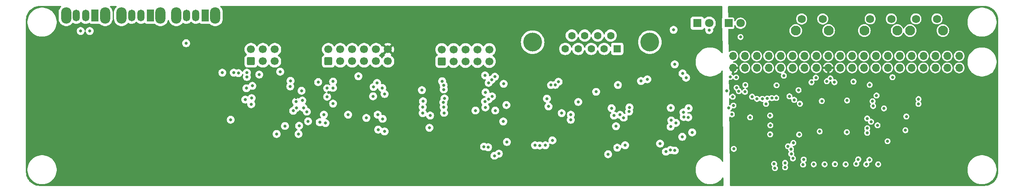
<source format=gbr>
%TF.GenerationSoftware,KiCad,Pcbnew,8.0.6*%
%TF.CreationDate,2024-10-21T11:50:30+02:00*%
%TF.ProjectId,rgb-to-hdmi,7267622d-746f-42d6-9864-6d692e6b6963,rev?*%
%TF.SameCoordinates,Original*%
%TF.FileFunction,Copper,L2,Inr*%
%TF.FilePolarity,Positive*%
%FSLAX46Y46*%
G04 Gerber Fmt 4.6, Leading zero omitted, Abs format (unit mm)*
G04 Created by KiCad (PCBNEW 8.0.6) date 2024-10-21 11:50:30*
%MOMM*%
%LPD*%
G01*
G04 APERTURE LIST*
G04 Aperture macros list*
%AMRoundRect*
0 Rectangle with rounded corners*
0 $1 Rounding radius*
0 $2 $3 $4 $5 $6 $7 $8 $9 X,Y pos of 4 corners*
0 Add a 4 corners polygon primitive as box body*
4,1,4,$2,$3,$4,$5,$6,$7,$8,$9,$2,$3,0*
0 Add four circle primitives for the rounded corners*
1,1,$1+$1,$2,$3*
1,1,$1+$1,$4,$5*
1,1,$1+$1,$6,$7*
1,1,$1+$1,$8,$9*
0 Add four rect primitives between the rounded corners*
20,1,$1+$1,$2,$3,$4,$5,0*
20,1,$1+$1,$4,$5,$6,$7,0*
20,1,$1+$1,$6,$7,$8,$9,0*
20,1,$1+$1,$8,$9,$2,$3,0*%
G04 Aperture macros list end*
%TA.AperFunction,ComponentPad*%
%ADD10C,2.100000*%
%TD*%
%TA.AperFunction,ComponentPad*%
%ADD11C,1.750000*%
%TD*%
%TA.AperFunction,ComponentPad*%
%ADD12RoundRect,0.250000X0.600000X-0.600000X0.600000X0.600000X-0.600000X0.600000X-0.600000X-0.600000X0*%
%TD*%
%TA.AperFunction,ComponentPad*%
%ADD13C,1.700000*%
%TD*%
%TA.AperFunction,ComponentPad*%
%ADD14R,1.800000X1.800000*%
%TD*%
%TA.AperFunction,ComponentPad*%
%ADD15C,1.800000*%
%TD*%
%TA.AperFunction,ComponentPad*%
%ADD16O,2.200000X3.500000*%
%TD*%
%TA.AperFunction,ComponentPad*%
%ADD17R,1.500000X2.500000*%
%TD*%
%TA.AperFunction,ComponentPad*%
%ADD18O,1.500000X2.500000*%
%TD*%
%TA.AperFunction,ComponentPad*%
%ADD19C,4.000000*%
%TD*%
%TA.AperFunction,ComponentPad*%
%ADD20R,1.600000X1.600000*%
%TD*%
%TA.AperFunction,ComponentPad*%
%ADD21C,1.600000*%
%TD*%
%TA.AperFunction,ComponentPad*%
%ADD22O,1.700000X1.700000*%
%TD*%
%TA.AperFunction,ViaPad*%
%ADD23C,0.762000*%
%TD*%
%TA.AperFunction,ViaPad*%
%ADD24C,0.660400*%
%TD*%
G04 APERTURE END LIST*
D10*
%TO.N,*%
%TO.C,SW1*%
X144587600Y-34182500D03*
X151597600Y-34182500D03*
D11*
%TO.N,GND*%
X145837600Y-31692500D03*
%TO.N,/GPIO16*%
X150337600Y-31692500D03*
%TD*%
D10*
%TO.N,*%
%TO.C,SW2*%
X159218000Y-34165200D03*
X166228000Y-34165200D03*
D11*
%TO.N,GND*%
X160468000Y-31675200D03*
%TO.N,/GPIO26*%
X164968000Y-31675200D03*
%TD*%
D10*
%TO.N,*%
%TO.C,SW3*%
X168960600Y-34165200D03*
X175970600Y-34165200D03*
D11*
%TO.N,GND*%
X170210600Y-31675200D03*
%TO.N,/GPIO19*%
X174710600Y-31675200D03*
%TD*%
D12*
%TO.N,/R1*%
%TO.C,P2*%
X44887000Y-40717600D03*
D13*
%TO.N,/B1*%
X44887000Y-38177600D03*
%TO.N,GND*%
X47427000Y-40717600D03*
%TO.N,/G2*%
X47427000Y-38177600D03*
%TO.N,/R2*%
X49967000Y-40717600D03*
%TO.N,/B2*%
X49967000Y-38177600D03*
%TO.N,/R3*%
X52507000Y-40717600D03*
%TO.N,/SYNC*%
X52507000Y-38177600D03*
%TO.N,/G3*%
X55047000Y-40717600D03*
%TO.N,/VSYNC*%
X55047000Y-38177600D03*
%TO.N,/B3*%
X57587000Y-40717600D03*
%TO.N,/VCC*%
X57587000Y-38177600D03*
%TD*%
D12*
%TO.N,unconnected-(P5-Pin_1-Pad1)*%
%TO.C,P5*%
X69067800Y-40768400D03*
D13*
%TO.N,/G1*%
X69067800Y-38228400D03*
%TO.N,/GPIO22_analog*%
X71607800Y-40768400D03*
%TO.N,/R0*%
X71607800Y-38228400D03*
%TO.N,/GPIO1_sp_clken*%
X74147800Y-40768400D03*
%TO.N,/G0*%
X74147800Y-38228400D03*
%TO.N,/GPIO0_sp_data*%
X76687800Y-40768400D03*
%TO.N,/B0*%
X76687800Y-38228400D03*
%TO.N,/GPIO24_mux*%
X79227800Y-40768400D03*
%TO.N,/GPIO25_mode7*%
X79227800Y-38228400D03*
%TD*%
D14*
%TO.N,Net-(D1-K)*%
%TO.C,D1*%
X130272000Y-32599040D03*
D15*
%TO.N,/GPIO27_genlock*%
X132812000Y-32599040D03*
%TD*%
D14*
%TO.N,Net-(D2-K)*%
%TO.C,D2*%
X123576200Y-32599040D03*
D15*
%TO.N,/GPIO25_mode7*%
X126116200Y-32599040D03*
%TD*%
D16*
%TO.N,*%
%TO.C,SW5*%
X9073000Y-30964000D03*
X773000Y-30964000D03*
D17*
%TO.N,Net-(SW5-A)*%
X6923000Y-30964000D03*
D18*
%TO.N,/R1_A*%
X4923000Y-30964000D03*
%TO.N,Net-(SW5-C)*%
X2923000Y-30964000D03*
%TD*%
D16*
%TO.N,*%
%TO.C,SW6*%
X-2738000Y-30964000D03*
X-11038000Y-30964000D03*
D17*
%TO.N,Net-(SW6-A)*%
X-4888000Y-30964000D03*
D18*
%TO.N,/B1_A*%
X-6888000Y-30964000D03*
%TO.N,Net-(SW6-C)*%
X-8888000Y-30964000D03*
%TD*%
D12*
%TO.N,GND*%
%TO.C,J1*%
X28377000Y-40717600D03*
D13*
%TO.N,/ASYNC*%
X28377000Y-38177600D03*
%TO.N,/ABLUE*%
X30917000Y-40717600D03*
%TO.N,/AGREEN*%
X30917000Y-38177600D03*
%TO.N,/ARED*%
X33457000Y-40717600D03*
%TO.N,/VCC_IN*%
X33457000Y-38177600D03*
%TD*%
D16*
%TO.N,*%
%TO.C,SW4*%
X20757000Y-30964000D03*
X12457000Y-30964000D03*
D17*
%TO.N,Net-(SW4-A)*%
X18607000Y-30964000D03*
D18*
%TO.N,/DETECT*%
X16607000Y-30964000D03*
%TO.N,Net-(SW4-C)*%
X14607000Y-30964000D03*
%TD*%
D19*
%TO.N,N/C*%
%TO.C,J2*%
X113459600Y-36649040D03*
X88459600Y-36649040D03*
D20*
%TO.N,GND*%
X106499600Y-38069040D03*
D21*
%TO.N,/R2*%
X103729600Y-38069040D03*
%TO.N,/R1*%
X100959600Y-38069040D03*
%TO.N,/G1*%
X98189600Y-38069040D03*
%TO.N,/B1*%
X95419600Y-38069040D03*
%TO.N,/G2*%
X105114600Y-35229040D03*
%TO.N,/B2*%
X102344600Y-35229040D03*
%TO.N,/SYNC*%
X99574600Y-35229040D03*
%TO.N,/VSYNC*%
X96804600Y-35229040D03*
%TD*%
D22*
%TO.N,/3V3*%
%TO.C,P1*%
X131191000Y-42140000D03*
%TO.N,/VCC*%
X131191000Y-39600000D03*
%TO.N,/GPIO2_Q00*%
X133731000Y-42140000D03*
%TO.N,/VCC*%
X133731000Y-39600000D03*
%TO.N,/GPIO3_Q01*%
X136271000Y-42140000D03*
%TO.N,GND*%
X136271000Y-39600000D03*
%TO.N,/GPIO4_Q02*%
X138811000Y-42140000D03*
%TO.N,/TxD*%
X138811000Y-39600000D03*
%TO.N,GND*%
X141351000Y-42140000D03*
%TO.N,/RxD*%
X141351000Y-39600000D03*
%TO.N,/GPIO17_psync*%
X143891000Y-42140000D03*
%TO.N,/GPIO18_Version*%
X143891000Y-39600000D03*
%TO.N,/GPIO27_genlock*%
X146431000Y-42140000D03*
%TO.N,GND*%
X146431000Y-39600000D03*
%TO.N,/GPIO22_analog*%
X148971000Y-42140000D03*
%TO.N,/GPIO23_csync*%
X148971000Y-39600000D03*
%TO.N,/3V3*%
X151511000Y-42140000D03*
%TO.N,/GPIO24_mux*%
X151511000Y-39600000D03*
%TO.N,/GPIO10_Q08*%
X154051000Y-42140000D03*
%TO.N,GND*%
X154051000Y-39600000D03*
%TO.N,/GPIO9_Q07*%
X156591000Y-42140000D03*
%TO.N,/GPIO25_mode7*%
X156591000Y-39600000D03*
%TO.N,/GPIO11_Q09*%
X159131000Y-42140000D03*
%TO.N,/GPIO8_Q06*%
X159131000Y-39600000D03*
%TO.N,GND*%
X161671000Y-42140000D03*
%TO.N,/GPIO7_Q05*%
X161671000Y-39600000D03*
%TO.N,/GPIO0_sp_data*%
X164211000Y-42140000D03*
%TO.N,/GPIO1_sp_clken*%
X164211000Y-39600000D03*
%TO.N,/GPIO5_Q03*%
X166751000Y-42140000D03*
%TO.N,GND*%
X166751000Y-39600000D03*
%TO.N,/GPIO6_Q04*%
X169291000Y-42140000D03*
%TO.N,/GPIO12_Q10*%
X169291000Y-39600000D03*
%TO.N,/GPIO13_Q11*%
X171831000Y-42140000D03*
%TO.N,GND*%
X171831000Y-39600000D03*
%TO.N,/GPIO19*%
X174371000Y-42140000D03*
%TO.N,/GPIO16*%
X174371000Y-39600000D03*
%TO.N,/GPIO26*%
X176911000Y-42140000D03*
%TO.N,/GPIO20_sp_clk*%
X176911000Y-39600000D03*
%TO.N,GND*%
X179451000Y-42140000D03*
%TO.N,/GPIO21_clk*%
X179451000Y-39600000D03*
%TD*%
D23*
%TO.N,/3V3*%
X157713800Y-45746800D03*
X145572598Y-50748000D03*
X172445796Y-47728000D03*
X159187000Y-57888000D03*
X174427000Y-47677196D03*
X176509800Y-47778800D03*
X154361000Y-45061000D03*
X146842600Y-58294400D03*
X149484200Y-59619873D03*
D24*
%TO.N,/VCC*%
X109250600Y-54586000D03*
X18666000Y-37001000D03*
X120680598Y-54586000D03*
X54067905Y-50955588D03*
X75925802Y-52706400D03*
X83037800Y-48693200D03*
X120528200Y-37568000D03*
X126065400Y-35891600D03*
X128097400Y-35891600D03*
X56418600Y-49861600D03*
X44125000Y-43410000D03*
X83088600Y-44019600D03*
X126979800Y-35891600D03*
X96576000Y-54459000D03*
X44981484Y-47414106D03*
X54081804Y-43918000D03*
X37978200Y-48439200D03*
%TO.N,GND*%
X162184200Y-62714000D03*
X28529400Y-48591600D03*
X155529400Y-49099600D03*
X91521400Y-48693200D03*
X150754200Y-62714000D03*
X152837000Y-45188000D03*
X139121000Y-56313200D03*
X76281400Y-51233200D03*
X144074326Y-58168077D03*
X38017237Y-49313805D03*
X118750200Y-41378000D03*
X140492600Y-45848400D03*
X45903000Y-49760000D03*
X51287800Y-43918000D03*
X106228000Y-54586000D03*
X35641396Y-54535200D03*
X160355400Y-45746800D03*
X69575800Y-51741200D03*
X139171800Y-54382800D03*
X69511072Y-46740866D03*
X149687400Y-55703600D03*
X152938600Y-62663198D03*
X160660200Y-53620800D03*
X42702600Y-45166600D03*
X164165400Y-57786400D03*
X146158312Y-62786689D03*
X155224606Y-62714000D03*
X157489200Y-62612400D03*
X54434220Y-48193350D03*
X45902998Y-46407200D03*
X105288200Y-50725200D03*
X43040241Y-53734845D03*
X139121000Y-52300000D03*
X34625400Y-42952800D03*
X14534000Y-36868500D03*
X155478600Y-55856000D03*
X80472400Y-51233200D03*
X65054600Y-49252000D03*
X145471000Y-49788000D03*
X148417400Y-62713998D03*
X94671000Y-51792000D03*
X159622800Y-62714000D03*
X69652296Y-48668687D03*
X52964200Y-52808000D03*
X122509400Y-55906800D03*
X80396198Y-44019600D03*
X130323772Y-50705000D03*
X132812002Y-35536000D03*
X118547000Y-34012000D03*
X150144600Y-49201200D03*
X39155115Y-47011357D03*
X33838000Y-56237000D03*
X117937400Y-50674400D03*
X49103400Y-52118200D03*
%TO.N,/SYNC*%
X112908200Y-44578400D03*
X140434326Y-48533326D03*
X143241492Y-48194892D03*
X109102475Y-50557064D03*
%TO.N,/VSYNC*%
X107887738Y-52757202D03*
X111587400Y-44934000D03*
X133765600Y-47240232D03*
X157917000Y-61647200D03*
%TO.N,/SPCLK*%
X168178600Y-52503200D03*
X167975400Y-55449600D03*
%TO.N,/R1*%
X139969633Y-62625325D03*
X96620317Y-52143274D03*
X106631500Y-45775100D03*
X131971408Y-46358882D03*
%TO.N,/B1*%
X132432281Y-47090727D03*
X98176200Y-49404400D03*
X102007300Y-47241400D03*
X142313782Y-63364806D03*
%TO.N,/G2*%
X121727378Y-50752230D03*
X131874354Y-44153257D03*
X121188600Y-44222800D03*
X146283800Y-61698000D03*
%TO.N,/R2*%
X143990143Y-61463965D03*
X133833831Y-45800401D03*
X134853798Y-52686792D03*
%TO.N,/B2*%
X130616083Y-44061576D03*
X120426600Y-43308400D03*
X121674333Y-52686444D03*
X142316379Y-62403191D03*
%TO.N,/R3*%
X115651400Y-58294400D03*
X117882922Y-54691278D03*
%TO.N,/B0*%
X136327000Y-48744000D03*
X151973400Y-44375200D03*
%TO.N,/G0*%
X160304600Y-61748800D03*
X131134668Y-48282090D03*
X131297800Y-50166400D03*
%TO.N,/R0*%
X147942682Y-45215305D03*
X137444604Y-48744000D03*
X135267507Y-48265400D03*
%TO.N,/G1*%
X140137002Y-63526799D03*
X129875400Y-47038200D03*
%TO.N,/GPIO25_mode7*%
X126116200Y-34084000D03*
%TO.N,/GPIO0_sp_data*%
X143642200Y-60478800D03*
X138510909Y-48641907D03*
X161092000Y-50268000D03*
X80294600Y-60885200D03*
X78332484Y-43736200D03*
X44630894Y-46480590D03*
X78415000Y-47363700D03*
%TO.N,/GPIO20_sp_clk*%
X161815194Y-48028800D03*
X163403403Y-50776003D03*
%TO.N,/GPIO1_sp_clken*%
X143572073Y-59495262D03*
X170769400Y-48794800D03*
X79703822Y-44650978D03*
X81241553Y-60440764D03*
X79790600Y-48223182D03*
X165232200Y-44121200D03*
X160965000Y-49252000D03*
%TO.N,/GPIO18_Version*%
X145318600Y-56364000D03*
X145179225Y-46877426D03*
%TO.N,/GPIO22_analog*%
X148874600Y-44218800D03*
X79093125Y-45326168D03*
X79075400Y-48845600D03*
%TO.N,/GPIO24_mux*%
X138243761Y-49822461D03*
X144265346Y-48967951D03*
X142042000Y-43791000D03*
%TO.N,/GPIO8_Q06*%
X156901008Y-45061000D03*
%TO.N,/GPIO5_Q03*%
X159822000Y-52935000D03*
%TO.N,/GPIO6_Q04*%
X159842517Y-55035713D03*
%TO.N,/GPIO12_Q10*%
X162031800Y-54382800D03*
%TO.N,/GPIO13_Q11*%
X159822000Y-55983000D03*
%TO.N,/AGREEN*%
X39584614Y-50645000D03*
X39327391Y-49102048D03*
%TO.N,/CLAMPLVL*%
X28661187Y-45966474D03*
X78364200Y-50572800D03*
X37369503Y-51285891D03*
X27383838Y-46484974D03*
X36759000Y-46102406D03*
X78087806Y-58933394D03*
X38537000Y-56237000D03*
X27157800Y-48896400D03*
X45895620Y-45043600D03*
%TO.N,/ASYNC*%
X65003800Y-50522000D03*
%TO.N,/ABLUE*%
X40315000Y-51487200D03*
X28427802Y-49887001D03*
X40561000Y-53537127D03*
X82981786Y-57953630D03*
X82856000Y-50064800D03*
%TO.N,/ARED*%
X88983348Y-58649041D03*
X38046686Y-50677405D03*
X91826200Y-50369600D03*
X38639981Y-54484400D03*
%TO.N,/SGREEN*%
X44634092Y-48281451D03*
X56889729Y-47706627D03*
%TO.N,/REFGYSYNC*%
X64851407Y-46877794D03*
X69394175Y-49492812D03*
%TO.N,/REFSYNC*%
X65003800Y-51792004D03*
X69474200Y-50522000D03*
%TO.N,/SPARE*%
X78955541Y-59073394D03*
X78309589Y-49337907D03*
%TO.N,/REFGYLO*%
X55271600Y-45341186D03*
X69152211Y-44977626D03*
%TO.N,/REFGYHI*%
X56371104Y-46415200D03*
X69468070Y-45831480D03*
%TO.N,/DETECT*%
X54539000Y-46204000D03*
X91165800Y-58650000D03*
X151211400Y-44984800D03*
X22281000Y-43156000D03*
X24693998Y-43156000D03*
X104577000Y-60555000D03*
X130959880Y-52045986D03*
X96598828Y-53211822D03*
X131374000Y-59412000D03*
X139476597Y-48591606D03*
X24059000Y-53189000D03*
X105821600Y-52325400D03*
%TO.N,/B3_A*%
X82174200Y-53570000D03*
X82275800Y-45543600D03*
%TO.N,/B2_A*%
X120680600Y-52604800D03*
X120375800Y-56850600D03*
%TO.N,/SYNC_A*%
X108193439Y-58645101D03*
X109047400Y-51465800D03*
%TO.N,/G2_A*%
X118754379Y-59777347D03*
X56469400Y-53011200D03*
X120645280Y-51625108D03*
X56875800Y-55703600D03*
%TO.N,/VSYNC_A*%
X107117000Y-52147600D03*
X106519992Y-59155645D03*
X66426200Y-54912200D03*
X66578600Y-52300000D03*
%TO.N,/TERM*%
X142929234Y-58852422D03*
X43921800Y-52118200D03*
X170766486Y-49806800D03*
X44277400Y-53925600D03*
%TO.N,/R3_A*%
X93997657Y-45086400D03*
X92674120Y-57607799D03*
X119007152Y-53887085D03*
X117851653Y-59659369D03*
%TO.N,/G0_A*%
X55504198Y-55318600D03*
X116870600Y-60017600D03*
X55399499Y-52118200D03*
X118039000Y-53336800D03*
%TO.N,/B1_A*%
X89997400Y-58700800D03*
X93315857Y-45767706D03*
%TO.N,/R1_A*%
X27490016Y-43163025D03*
X92385000Y-45797600D03*
%TO.N,Net-(SW5-C)*%
X36809800Y-44883200D03*
X27513400Y-44070400D03*
%TO.N,Net-(SW5-A)*%
X25684600Y-43257600D03*
X30155002Y-43562400D03*
%TO.N,Net-(SW6-C)*%
X-6040004Y-34266000D03*
X-7945000Y-34266000D03*
%TD*%
%TA.AperFunction,Conductor*%
%TO.N,/VCC*%
G36*
X57121075Y-38370593D02*
G01*
X57186901Y-38484607D01*
X57279993Y-38577699D01*
X57394007Y-38643525D01*
X57457590Y-38660562D01*
X56825625Y-39292525D01*
X56896801Y-39342363D01*
X56940426Y-39396940D01*
X56947620Y-39466438D01*
X56916097Y-39528793D01*
X56884697Y-39552992D01*
X56841427Y-39576409D01*
X56841422Y-39576412D01*
X56663761Y-39714692D01*
X56663756Y-39714697D01*
X56511284Y-39880323D01*
X56511276Y-39880334D01*
X56420808Y-40018806D01*
X56367662Y-40064162D01*
X56298431Y-40073586D01*
X56235095Y-40044084D01*
X56213192Y-40018806D01*
X56129720Y-39891043D01*
X56122722Y-39880332D01*
X56122719Y-39880329D01*
X56122715Y-39880323D01*
X55970243Y-39714697D01*
X55970238Y-39714692D01*
X55792577Y-39576412D01*
X55792578Y-39576412D01*
X55792576Y-39576411D01*
X55756070Y-39556655D01*
X55706479Y-39507436D01*
X55691371Y-39439219D01*
X55715541Y-39373664D01*
X55756070Y-39338545D01*
X55760074Y-39336378D01*
X55792576Y-39318789D01*
X55970240Y-39180506D01*
X56070093Y-39072038D01*
X56122715Y-39014876D01*
X56122715Y-39014875D01*
X56122722Y-39014868D01*
X56216749Y-38870947D01*
X56269894Y-38825594D01*
X56339125Y-38816170D01*
X56402461Y-38845672D01*
X56422131Y-38867649D01*
X56472072Y-38938973D01*
X56472073Y-38938973D01*
X57104037Y-38307009D01*
X57121075Y-38370593D01*
G37*
%TD.AperFunction*%
%TA.AperFunction,Conductor*%
G36*
X-12150626Y-28939225D02*
G01*
X-12104871Y-28992029D01*
X-12094927Y-29061187D01*
X-12123952Y-29124743D01*
X-12129984Y-29131221D01*
X-12264893Y-29266129D01*
X-12264893Y-29266130D01*
X-12264895Y-29266132D01*
X-12294973Y-29307531D01*
X-12413713Y-29470961D01*
X-12528655Y-29696547D01*
X-12606894Y-29937341D01*
X-12646500Y-30187402D01*
X-12646500Y-31740597D01*
X-12625605Y-31872520D01*
X-12606894Y-31990658D01*
X-12528656Y-32231450D01*
X-12413713Y-32457038D01*
X-12264895Y-32661868D01*
X-12085868Y-32840895D01*
X-11881038Y-32989713D01*
X-11655450Y-33104656D01*
X-11414658Y-33182894D01*
X-11285824Y-33203299D01*
X-11164597Y-33222500D01*
X-11164592Y-33222500D01*
X-10911403Y-33222500D01*
X-10800892Y-33204996D01*
X-10661342Y-33182894D01*
X-10420550Y-33104656D01*
X-10194962Y-32989713D01*
X-9990132Y-32840895D01*
X-9811105Y-32661868D01*
X-9735174Y-32557356D01*
X-9679845Y-32514691D01*
X-9610232Y-32508712D01*
X-9561971Y-32529923D01*
X-9547598Y-32540366D01*
X-9475188Y-32577261D01*
X-9371102Y-32630296D01*
X-9371100Y-32630296D01*
X-9371097Y-32630298D01*
X-9270112Y-32663110D01*
X-9182701Y-32691512D01*
X-8987051Y-32722500D01*
X-8987046Y-32722500D01*
X-8788949Y-32722500D01*
X-8593300Y-32691512D01*
X-8569953Y-32683926D01*
X-8404903Y-32630298D01*
X-8228402Y-32540366D01*
X-8068142Y-32423930D01*
X-7975681Y-32331469D01*
X-7914358Y-32297984D01*
X-7844666Y-32302968D01*
X-7800319Y-32331469D01*
X-7707858Y-32423930D01*
X-7547598Y-32540366D01*
X-7475188Y-32577261D01*
X-7371102Y-32630296D01*
X-7371100Y-32630296D01*
X-7371097Y-32630298D01*
X-7270112Y-32663110D01*
X-7182701Y-32691512D01*
X-6987051Y-32722500D01*
X-6987046Y-32722500D01*
X-6788949Y-32722500D01*
X-6593300Y-32691512D01*
X-6569953Y-32683926D01*
X-6404903Y-32630298D01*
X-6228402Y-32540366D01*
X-6198063Y-32518322D01*
X-6132260Y-32494843D01*
X-6064206Y-32510667D01*
X-6025912Y-32544331D01*
X-6001263Y-32577259D01*
X-6001262Y-32577259D01*
X-6001261Y-32577261D01*
X-5884204Y-32664889D01*
X-5771867Y-32706789D01*
X-5758497Y-32711776D01*
X-5747201Y-32715989D01*
X-5719950Y-32718918D01*
X-5686655Y-32722499D01*
X-5686638Y-32722500D01*
X-4089362Y-32722500D01*
X-4089346Y-32722499D01*
X-4054681Y-32718771D01*
X-4028799Y-32715989D01*
X-4017503Y-32711775D01*
X-3947817Y-32706789D01*
X-3886492Y-32740271D01*
X-3785868Y-32840895D01*
X-3581038Y-32989713D01*
X-3355450Y-33104656D01*
X-3114658Y-33182894D01*
X-2985824Y-33203299D01*
X-2864597Y-33222500D01*
X-2864592Y-33222500D01*
X-2611403Y-33222500D01*
X-2500892Y-33204996D01*
X-2361342Y-33182894D01*
X-2120550Y-33104656D01*
X-1894962Y-32989713D01*
X-1690132Y-32840895D01*
X-1511105Y-32661868D01*
X-1362287Y-32457038D01*
X-1247344Y-32231450D01*
X-1169106Y-31990658D01*
X-1146531Y-31848122D01*
X-1129500Y-31740597D01*
X-1129500Y-30187402D01*
X-1167630Y-29946664D01*
X-1169106Y-29937342D01*
X-1247344Y-29696550D01*
X-1362287Y-29470962D01*
X-1511105Y-29266132D01*
X-1646016Y-29131221D01*
X-1679501Y-29069898D01*
X-1674517Y-29000206D01*
X-1632645Y-28944273D01*
X-1567181Y-28919856D01*
X-1558335Y-28919540D01*
X-406665Y-28919540D01*
X-339626Y-28939225D01*
X-293871Y-28992029D01*
X-283927Y-29061187D01*
X-312952Y-29124743D01*
X-318984Y-29131221D01*
X-453893Y-29266129D01*
X-453893Y-29266130D01*
X-453895Y-29266132D01*
X-483973Y-29307531D01*
X-602713Y-29470961D01*
X-717655Y-29696547D01*
X-795894Y-29937341D01*
X-835500Y-30187402D01*
X-835500Y-31740597D01*
X-814605Y-31872520D01*
X-795894Y-31990658D01*
X-717656Y-32231450D01*
X-602713Y-32457038D01*
X-453895Y-32661868D01*
X-274868Y-32840895D01*
X-70038Y-32989713D01*
X155550Y-33104656D01*
X396342Y-33182894D01*
X525176Y-33203299D01*
X646403Y-33222500D01*
X646408Y-33222500D01*
X899597Y-33222500D01*
X1010108Y-33204996D01*
X1149658Y-33182894D01*
X1390450Y-33104656D01*
X1616038Y-32989713D01*
X1820868Y-32840895D01*
X1999895Y-32661868D01*
X2075826Y-32557356D01*
X2131155Y-32514691D01*
X2200768Y-32508712D01*
X2249029Y-32529923D01*
X2263402Y-32540366D01*
X2335812Y-32577261D01*
X2439898Y-32630296D01*
X2439900Y-32630296D01*
X2439903Y-32630298D01*
X2540888Y-32663110D01*
X2628299Y-32691512D01*
X2823949Y-32722500D01*
X2823954Y-32722500D01*
X3022051Y-32722500D01*
X3217700Y-32691512D01*
X3241047Y-32683926D01*
X3406097Y-32630298D01*
X3582598Y-32540366D01*
X3742858Y-32423930D01*
X3835319Y-32331469D01*
X3896642Y-32297984D01*
X3966334Y-32302968D01*
X4010681Y-32331469D01*
X4103142Y-32423930D01*
X4263402Y-32540366D01*
X4335812Y-32577261D01*
X4439898Y-32630296D01*
X4439900Y-32630296D01*
X4439903Y-32630298D01*
X4540888Y-32663110D01*
X4628299Y-32691512D01*
X4823949Y-32722500D01*
X4823954Y-32722500D01*
X5022051Y-32722500D01*
X5217700Y-32691512D01*
X5241047Y-32683926D01*
X5406097Y-32630298D01*
X5582598Y-32540366D01*
X5612937Y-32518322D01*
X5678740Y-32494843D01*
X5746794Y-32510667D01*
X5785088Y-32544331D01*
X5809737Y-32577259D01*
X5809738Y-32577259D01*
X5809739Y-32577261D01*
X5926796Y-32664889D01*
X6039133Y-32706789D01*
X6052503Y-32711776D01*
X6063799Y-32715989D01*
X6091050Y-32718918D01*
X6124345Y-32722499D01*
X6124362Y-32722500D01*
X7721638Y-32722500D01*
X7721654Y-32722499D01*
X7756319Y-32718771D01*
X7782201Y-32715989D01*
X7793497Y-32711775D01*
X7863183Y-32706789D01*
X7924508Y-32740271D01*
X8025132Y-32840895D01*
X8229962Y-32989713D01*
X8455550Y-33104656D01*
X8696342Y-33182894D01*
X8825176Y-33203299D01*
X8946403Y-33222500D01*
X8946408Y-33222500D01*
X9199597Y-33222500D01*
X9310108Y-33204996D01*
X9449658Y-33182894D01*
X9690450Y-33104656D01*
X9916038Y-32989713D01*
X10120868Y-32840895D01*
X10299895Y-32661868D01*
X10448713Y-32457038D01*
X10563656Y-32231450D01*
X10641894Y-31990658D01*
X10642527Y-31986663D01*
X10672456Y-31923528D01*
X10731767Y-31886596D01*
X10801630Y-31887594D01*
X10859862Y-31926203D01*
X10887473Y-31986663D01*
X10888105Y-31990658D01*
X10936673Y-32140132D01*
X10966344Y-32231450D01*
X11081287Y-32457038D01*
X11230105Y-32661868D01*
X11409132Y-32840895D01*
X11613962Y-32989713D01*
X11839550Y-33104656D01*
X12080342Y-33182894D01*
X12209176Y-33203299D01*
X12330403Y-33222500D01*
X12330408Y-33222500D01*
X12583597Y-33222500D01*
X12694108Y-33204996D01*
X12833658Y-33182894D01*
X13074450Y-33104656D01*
X13300038Y-32989713D01*
X13504868Y-32840895D01*
X13683895Y-32661868D01*
X13759826Y-32557356D01*
X13815155Y-32514691D01*
X13884768Y-32508712D01*
X13933029Y-32529923D01*
X13947402Y-32540366D01*
X14019812Y-32577261D01*
X14123898Y-32630296D01*
X14123900Y-32630296D01*
X14123903Y-32630298D01*
X14224888Y-32663110D01*
X14312299Y-32691512D01*
X14507949Y-32722500D01*
X14507954Y-32722500D01*
X14706051Y-32722500D01*
X14901700Y-32691512D01*
X14925047Y-32683926D01*
X15090097Y-32630298D01*
X15266598Y-32540366D01*
X15426858Y-32423930D01*
X15519319Y-32331469D01*
X15580642Y-32297984D01*
X15650334Y-32302968D01*
X15694681Y-32331469D01*
X15787142Y-32423930D01*
X15947402Y-32540366D01*
X16019812Y-32577261D01*
X16123898Y-32630296D01*
X16123900Y-32630296D01*
X16123903Y-32630298D01*
X16224888Y-32663110D01*
X16312299Y-32691512D01*
X16507949Y-32722500D01*
X16507954Y-32722500D01*
X16706051Y-32722500D01*
X16901700Y-32691512D01*
X16925047Y-32683926D01*
X17090097Y-32630298D01*
X17266598Y-32540366D01*
X17296937Y-32518322D01*
X17362740Y-32494843D01*
X17430794Y-32510667D01*
X17469088Y-32544331D01*
X17493737Y-32577259D01*
X17493738Y-32577259D01*
X17493739Y-32577261D01*
X17610796Y-32664889D01*
X17723133Y-32706789D01*
X17736503Y-32711776D01*
X17747799Y-32715989D01*
X17775050Y-32718918D01*
X17808345Y-32722499D01*
X17808362Y-32722500D01*
X19405638Y-32722500D01*
X19405654Y-32722499D01*
X19440319Y-32718771D01*
X19466201Y-32715989D01*
X19477497Y-32711775D01*
X19547183Y-32706789D01*
X19608508Y-32740271D01*
X19709132Y-32840895D01*
X19913962Y-32989713D01*
X20139550Y-33104656D01*
X20380342Y-33182894D01*
X20509176Y-33203299D01*
X20630403Y-33222500D01*
X20630408Y-33222500D01*
X20883597Y-33222500D01*
X20994108Y-33204996D01*
X21133658Y-33182894D01*
X21374450Y-33104656D01*
X21600038Y-32989713D01*
X21804868Y-32840895D01*
X21983895Y-32661868D01*
X22132713Y-32457038D01*
X22247656Y-32231450D01*
X22325894Y-31990658D01*
X22348469Y-31848122D01*
X22365500Y-31740597D01*
X22365500Y-31650385D01*
X122167700Y-31650385D01*
X122167700Y-33547694D01*
X122174211Y-33608242D01*
X122174211Y-33608244D01*
X122216675Y-33722091D01*
X122225311Y-33745244D01*
X122312939Y-33862301D01*
X122429996Y-33949929D01*
X122566999Y-34001029D01*
X122594250Y-34003958D01*
X122627545Y-34007539D01*
X122627562Y-34007540D01*
X124524838Y-34007540D01*
X124524854Y-34007539D01*
X124551892Y-34004631D01*
X124585401Y-34001029D01*
X124722404Y-33949929D01*
X124839461Y-33862301D01*
X124927089Y-33745244D01*
X124951597Y-33679535D01*
X124993468Y-33623603D01*
X125058933Y-33599187D01*
X125127205Y-33614039D01*
X125154924Y-33635696D01*
X125155210Y-33635387D01*
X125158974Y-33638851D01*
X125158980Y-33638858D01*
X125231824Y-33695555D01*
X125265917Y-33722091D01*
X125306730Y-33778801D01*
X125310403Y-33848574D01*
X125307686Y-33858260D01*
X125291309Y-33908663D01*
X125272880Y-34084000D01*
X125291309Y-34259337D01*
X125291310Y-34259340D01*
X125337192Y-34400552D01*
X125345789Y-34427009D01*
X125433940Y-34579691D01*
X125551909Y-34710709D01*
X125646990Y-34779790D01*
X125694541Y-34814338D01*
X125776213Y-34850700D01*
X125855600Y-34886045D01*
X126028049Y-34922700D01*
X126028050Y-34922700D01*
X126204349Y-34922700D01*
X126204351Y-34922700D01*
X126376800Y-34886045D01*
X126537860Y-34814337D01*
X126680491Y-34710709D01*
X126798460Y-34579691D01*
X126886611Y-34427009D01*
X126941091Y-34259336D01*
X126959520Y-34084000D01*
X126941091Y-33908664D01*
X126924714Y-33858260D01*
X126922719Y-33788420D01*
X126958799Y-33728587D01*
X126966465Y-33722103D01*
X127073420Y-33638858D01*
X127231514Y-33467123D01*
X127359184Y-33271709D01*
X127452949Y-33057947D01*
X127510251Y-32831666D01*
X127529527Y-32599040D01*
X127527722Y-32577261D01*
X127510251Y-32366417D01*
X127510251Y-32366414D01*
X127452949Y-32140133D01*
X127359184Y-31926371D01*
X127333198Y-31886596D01*
X127231513Y-31730955D01*
X127073423Y-31559225D01*
X127073422Y-31559224D01*
X127073420Y-31559222D01*
X126889217Y-31415850D01*
X126889215Y-31415849D01*
X126889214Y-31415848D01*
X126889211Y-31415846D01*
X126683933Y-31304756D01*
X126683930Y-31304755D01*
X126683927Y-31304753D01*
X126683921Y-31304751D01*
X126683919Y-31304750D01*
X126463154Y-31228960D01*
X126271930Y-31197051D01*
X126232912Y-31190540D01*
X125999488Y-31190540D01*
X125960470Y-31197051D01*
X125769245Y-31228960D01*
X125548480Y-31304750D01*
X125548466Y-31304756D01*
X125343188Y-31415846D01*
X125343185Y-31415848D01*
X125158981Y-31559221D01*
X125155210Y-31562693D01*
X125154490Y-31561911D01*
X125099099Y-31595187D01*
X125029261Y-31593074D01*
X124971652Y-31553540D01*
X124951597Y-31518543D01*
X124943571Y-31497027D01*
X124927089Y-31452836D01*
X124839461Y-31335779D01*
X124722404Y-31248151D01*
X124585403Y-31197051D01*
X124524854Y-31190540D01*
X124524838Y-31190540D01*
X122627562Y-31190540D01*
X122627545Y-31190540D01*
X122566997Y-31197051D01*
X122566995Y-31197051D01*
X122429995Y-31248151D01*
X122312939Y-31335779D01*
X122225311Y-31452835D01*
X122174211Y-31589835D01*
X122174211Y-31589837D01*
X122167700Y-31650385D01*
X22365500Y-31650385D01*
X22365500Y-30187402D01*
X22327370Y-29946664D01*
X22325894Y-29937342D01*
X22247656Y-29696550D01*
X22132713Y-29470962D01*
X21983895Y-29266132D01*
X21848984Y-29131221D01*
X21815499Y-29069898D01*
X21820483Y-29000206D01*
X21862355Y-28944273D01*
X21927819Y-28919856D01*
X21936665Y-28919540D01*
X128807347Y-28919540D01*
X128874386Y-28939225D01*
X128920141Y-28992029D01*
X128931345Y-29042810D01*
X128945093Y-31378795D01*
X128925803Y-31445949D01*
X128921333Y-31452427D01*
X128921111Y-31452834D01*
X128870010Y-31589838D01*
X128863500Y-31650385D01*
X128863500Y-33547694D01*
X128870011Y-33608242D01*
X128870011Y-33608244D01*
X128921111Y-33745246D01*
X128921112Y-33745247D01*
X128934831Y-33763573D01*
X128959248Y-33829037D01*
X128959562Y-33837153D01*
X128989298Y-38889573D01*
X128970008Y-38956727D01*
X128917474Y-39002792D01*
X128848376Y-39013143D01*
X128784650Y-38984492D01*
X128768353Y-38967616D01*
X128634506Y-38799777D01*
X128388256Y-38553527D01*
X128116001Y-38336412D01*
X128115999Y-38336411D01*
X127821130Y-38151132D01*
X127507382Y-38000039D01*
X127178692Y-37885025D01*
X127178684Y-37885022D01*
X126911532Y-37824047D01*
X126839171Y-37807531D01*
X126839167Y-37807530D01*
X126839158Y-37807529D01*
X126493124Y-37768540D01*
X126493120Y-37768540D01*
X126144880Y-37768540D01*
X126144875Y-37768540D01*
X125798841Y-37807529D01*
X125798829Y-37807531D01*
X125459315Y-37885022D01*
X125459307Y-37885025D01*
X125130617Y-38000039D01*
X124816869Y-38151132D01*
X124522000Y-38336411D01*
X124521998Y-38336412D01*
X124249743Y-38553527D01*
X124003487Y-38799783D01*
X123786372Y-39072038D01*
X123786371Y-39072040D01*
X123601092Y-39366909D01*
X123449999Y-39680657D01*
X123334985Y-40009347D01*
X123334982Y-40009355D01*
X123257491Y-40348869D01*
X123257489Y-40348881D01*
X123218500Y-40694915D01*
X123218500Y-41043164D01*
X123257489Y-41389198D01*
X123257490Y-41389207D01*
X123257491Y-41389211D01*
X123264938Y-41421837D01*
X123334982Y-41728724D01*
X123334985Y-41728732D01*
X123449999Y-42057422D01*
X123601092Y-42371170D01*
X123786371Y-42666039D01*
X123786372Y-42666041D01*
X124003487Y-42938296D01*
X124249743Y-43184552D01*
X124521998Y-43401667D01*
X124522001Y-43401668D01*
X124522003Y-43401670D01*
X124805031Y-43579509D01*
X124816869Y-43586947D01*
X124920728Y-43636963D01*
X125130621Y-43738042D01*
X125377488Y-43824424D01*
X125459307Y-43853054D01*
X125459315Y-43853057D01*
X125459318Y-43853057D01*
X125459319Y-43853058D01*
X125798829Y-43930549D01*
X126144876Y-43969539D01*
X126144877Y-43969540D01*
X126144880Y-43969540D01*
X126493123Y-43969540D01*
X126493123Y-43969539D01*
X126839171Y-43930549D01*
X127178681Y-43853058D01*
X127507379Y-43738042D01*
X127821133Y-43586946D01*
X128115997Y-43401670D01*
X128126628Y-43393192D01*
X128388256Y-43184552D01*
X128388258Y-43184549D01*
X128388263Y-43184546D01*
X128634506Y-42938303D01*
X128791476Y-42741467D01*
X128848662Y-42701329D01*
X128918473Y-42698479D01*
X128978743Y-42733824D01*
X129010337Y-42796143D01*
X129012419Y-42818052D01*
X129036942Y-46984685D01*
X129036265Y-46998374D01*
X129032080Y-47038198D01*
X129032080Y-47038199D01*
X129036923Y-47084285D01*
X129037600Y-47096514D01*
X129125769Y-62077192D01*
X129106479Y-62144346D01*
X129053945Y-62190411D01*
X128984847Y-62200762D01*
X128921121Y-62172111D01*
X128896777Y-62143894D01*
X128851628Y-62072040D01*
X128851627Y-62072038D01*
X128634512Y-61799783D01*
X128388256Y-61553527D01*
X128116001Y-61336412D01*
X128115999Y-61336411D01*
X127821130Y-61151132D01*
X127507382Y-61000039D01*
X127178692Y-60885025D01*
X127178684Y-60885022D01*
X126924048Y-60826903D01*
X126839171Y-60807531D01*
X126839167Y-60807530D01*
X126839158Y-60807529D01*
X126493124Y-60768540D01*
X126493120Y-60768540D01*
X126144880Y-60768540D01*
X126144875Y-60768540D01*
X125798841Y-60807529D01*
X125798829Y-60807531D01*
X125459315Y-60885022D01*
X125459307Y-60885025D01*
X125130617Y-61000039D01*
X124816869Y-61151132D01*
X124522000Y-61336411D01*
X124521998Y-61336412D01*
X124249743Y-61553527D01*
X124003487Y-61799783D01*
X123786372Y-62072038D01*
X123786371Y-62072040D01*
X123601092Y-62366909D01*
X123449999Y-62680657D01*
X123334985Y-63009347D01*
X123334982Y-63009355D01*
X123257491Y-63348869D01*
X123257489Y-63348881D01*
X123218500Y-63694915D01*
X123218500Y-64043164D01*
X123257489Y-64389198D01*
X123257491Y-64389210D01*
X123334982Y-64728724D01*
X123334985Y-64728732D01*
X123449999Y-65057422D01*
X123601092Y-65371170D01*
X123786371Y-65666039D01*
X123786372Y-65666041D01*
X124003487Y-65938296D01*
X124249743Y-66184552D01*
X124521998Y-66401667D01*
X124522001Y-66401668D01*
X124522003Y-66401670D01*
X124816867Y-66586946D01*
X125130621Y-66738042D01*
X125377488Y-66824424D01*
X125459307Y-66853054D01*
X125459315Y-66853057D01*
X125459318Y-66853057D01*
X125459319Y-66853058D01*
X125798829Y-66930549D01*
X126144876Y-66969539D01*
X126144877Y-66969540D01*
X126144880Y-66969540D01*
X126493123Y-66969540D01*
X126493123Y-66969539D01*
X126839171Y-66930549D01*
X127178681Y-66853058D01*
X127507379Y-66738042D01*
X127821133Y-66586946D01*
X128115997Y-66401670D01*
X128254252Y-66291416D01*
X128388256Y-66184552D01*
X128388258Y-66184549D01*
X128388263Y-66184546D01*
X128634506Y-65938303D01*
X128634534Y-65938269D01*
X128851627Y-65666041D01*
X128851628Y-65666039D01*
X128851630Y-65666037D01*
X128917665Y-65560942D01*
X128970000Y-65514652D01*
X129039053Y-65504004D01*
X129102902Y-65532379D01*
X129141274Y-65590768D01*
X129146657Y-65626185D01*
X129151503Y-66449458D01*
X129154914Y-67029113D01*
X129155884Y-67193810D01*
X129136594Y-67260964D01*
X129084060Y-67307029D01*
X129031886Y-67318540D01*
X-16677519Y-67318540D01*
X-16684472Y-67318345D01*
X-17004288Y-67300384D01*
X-17018106Y-67298827D01*
X-17330458Y-67245756D01*
X-17344015Y-67242662D01*
X-17648470Y-67154950D01*
X-17661594Y-67150357D01*
X-17954305Y-67029113D01*
X-17966834Y-67023080D01*
X-18244140Y-66869818D01*
X-18255906Y-66862425D01*
X-18514313Y-66679075D01*
X-18525175Y-66670412D01*
X-18761419Y-66459290D01*
X-18771251Y-66449458D01*
X-18982373Y-66213214D01*
X-18991034Y-66202354D01*
X-19174389Y-65943940D01*
X-19181779Y-65932179D01*
X-19279239Y-65755838D01*
X-19335045Y-65654866D01*
X-19341074Y-65642344D01*
X-19462318Y-65349633D01*
X-19466911Y-65336509D01*
X-19554623Y-65032054D01*
X-19557717Y-65018497D01*
X-19606950Y-64728732D01*
X-19610790Y-64706134D01*
X-19612344Y-64692337D01*
X-19630305Y-64372512D01*
X-19630500Y-64365559D01*
X-19630500Y-63694915D01*
X-19281500Y-63694915D01*
X-19281500Y-64043164D01*
X-19242511Y-64389198D01*
X-19242509Y-64389210D01*
X-19165018Y-64728724D01*
X-19165015Y-64728732D01*
X-19050001Y-65057422D01*
X-18898908Y-65371170D01*
X-18713629Y-65666039D01*
X-18713628Y-65666041D01*
X-18496513Y-65938296D01*
X-18250257Y-66184552D01*
X-17978002Y-66401667D01*
X-17977999Y-66401668D01*
X-17977997Y-66401670D01*
X-17683133Y-66586946D01*
X-17369379Y-66738042D01*
X-17122512Y-66824424D01*
X-17040693Y-66853054D01*
X-17040685Y-66853057D01*
X-17040682Y-66853057D01*
X-17040681Y-66853058D01*
X-16701171Y-66930549D01*
X-16355124Y-66969539D01*
X-16355123Y-66969540D01*
X-16355120Y-66969540D01*
X-16006877Y-66969540D01*
X-16006877Y-66969539D01*
X-15660829Y-66930549D01*
X-15321319Y-66853058D01*
X-14992621Y-66738042D01*
X-14678867Y-66586946D01*
X-14384003Y-66401670D01*
X-14245748Y-66291416D01*
X-14111744Y-66184552D01*
X-14111742Y-66184549D01*
X-14111737Y-66184546D01*
X-13865494Y-65938303D01*
X-13865466Y-65938269D01*
X-13648373Y-65666041D01*
X-13648372Y-65666039D01*
X-13648370Y-65666037D01*
X-13463094Y-65371173D01*
X-13311998Y-65057419D01*
X-13196982Y-64728721D01*
X-13119491Y-64389211D01*
X-13080500Y-64043160D01*
X-13080500Y-63694920D01*
X-13119491Y-63348869D01*
X-13196982Y-63009359D01*
X-13311998Y-62680661D01*
X-13463094Y-62366907D01*
X-13648370Y-62072043D01*
X-13648372Y-62072040D01*
X-13648373Y-62072038D01*
X-13865488Y-61799783D01*
X-14111744Y-61553527D01*
X-14383999Y-61336412D01*
X-14384001Y-61336411D01*
X-14678870Y-61151132D01*
X-14992618Y-61000039D01*
X-15320808Y-60885200D01*
X79451280Y-60885200D01*
X79469709Y-61060537D01*
X79469710Y-61060540D01*
X79509079Y-61181707D01*
X79524189Y-61228209D01*
X79612340Y-61380891D01*
X79730309Y-61511909D01*
X79787591Y-61553527D01*
X79872941Y-61615538D01*
X79962293Y-61655319D01*
X80034000Y-61687245D01*
X80206449Y-61723900D01*
X80206450Y-61723900D01*
X80382749Y-61723900D01*
X80382751Y-61723900D01*
X80555200Y-61687245D01*
X80716260Y-61615537D01*
X80858891Y-61511909D01*
X80976860Y-61380891D01*
X81003269Y-61335148D01*
X81053834Y-61286933D01*
X81122441Y-61273709D01*
X81136437Y-61275858D01*
X81153402Y-61279464D01*
X81329702Y-61279464D01*
X81329704Y-61279464D01*
X81502153Y-61242809D01*
X81663213Y-61171101D01*
X81805844Y-61067473D01*
X81923813Y-60936455D01*
X82011964Y-60783773D01*
X82066444Y-60616100D01*
X82072866Y-60555000D01*
X103733680Y-60555000D01*
X103752109Y-60730337D01*
X103752110Y-60730340D01*
X103769471Y-60783773D01*
X103806589Y-60898009D01*
X103894740Y-61050691D01*
X103909849Y-61067471D01*
X104003157Y-61171101D01*
X104012709Y-61181709D01*
X104096806Y-61242809D01*
X104155341Y-61285338D01*
X104244693Y-61325119D01*
X104316400Y-61357045D01*
X104488849Y-61393700D01*
X104488850Y-61393700D01*
X104665149Y-61393700D01*
X104665151Y-61393700D01*
X104837600Y-61357045D01*
X104966854Y-61299497D01*
X104998658Y-61285338D01*
X104998658Y-61285337D01*
X104998660Y-61285337D01*
X105141291Y-61181709D01*
X105259260Y-61050691D01*
X105347411Y-60898009D01*
X105401891Y-60730336D01*
X105420320Y-60555000D01*
X105401891Y-60379664D01*
X105347411Y-60211991D01*
X105259260Y-60059309D01*
X105221705Y-60017600D01*
X116027280Y-60017600D01*
X116045709Y-60192937D01*
X116045710Y-60192940D01*
X116071735Y-60273038D01*
X116100189Y-60360609D01*
X116188340Y-60513291D01*
X116306309Y-60644309D01*
X116396530Y-60709859D01*
X116448941Y-60747938D01*
X116538293Y-60787719D01*
X116610000Y-60819645D01*
X116782449Y-60856300D01*
X116782450Y-60856300D01*
X116958749Y-60856300D01*
X116958751Y-60856300D01*
X117131200Y-60819645D01*
X117292260Y-60747937D01*
X117434891Y-60644309D01*
X117550298Y-60516135D01*
X117609784Y-60479487D01*
X117668228Y-60477818D01*
X117763502Y-60498069D01*
X117763503Y-60498069D01*
X117939802Y-60498069D01*
X117939804Y-60498069D01*
X118112253Y-60461414D01*
X118144059Y-60447252D01*
X118213307Y-60437966D01*
X118267379Y-60460212D01*
X118315185Y-60494945D01*
X118332720Y-60507685D01*
X118410226Y-60542192D01*
X118493779Y-60579392D01*
X118666228Y-60616047D01*
X118666229Y-60616047D01*
X118842528Y-60616047D01*
X118842530Y-60616047D01*
X119014979Y-60579392D01*
X119157055Y-60516136D01*
X119176037Y-60507685D01*
X119176037Y-60507684D01*
X119176039Y-60507684D01*
X119318670Y-60404056D01*
X119436639Y-60273038D01*
X119524790Y-60120356D01*
X119579270Y-59952683D01*
X119597699Y-59777347D01*
X119579270Y-59602011D01*
X119524790Y-59434338D01*
X119436639Y-59281656D01*
X119318670Y-59150638D01*
X119244080Y-59096445D01*
X119176037Y-59047008D01*
X119014977Y-58975301D01*
X118889078Y-58948541D01*
X118842530Y-58938647D01*
X118666228Y-58938647D01*
X118629574Y-58946438D01*
X118493780Y-58975301D01*
X118493775Y-58975303D01*
X118461969Y-58989464D01*
X118392719Y-58998748D01*
X118338650Y-58976502D01*
X118279317Y-58933394D01*
X118273311Y-58929030D01*
X118112251Y-58857323D01*
X117961765Y-58825337D01*
X117939804Y-58820669D01*
X117763502Y-58820669D01*
X117741541Y-58825337D01*
X117591054Y-58857323D01*
X117591053Y-58857323D01*
X117429994Y-58929030D01*
X117287360Y-59032661D01*
X117171953Y-59160833D01*
X117112467Y-59197481D01*
X117054024Y-59199150D01*
X116958751Y-59178900D01*
X116782449Y-59178900D01*
X116745795Y-59186691D01*
X116610001Y-59215554D01*
X116610000Y-59215554D01*
X116448941Y-59287261D01*
X116306307Y-59390892D01*
X116188339Y-59521910D01*
X116100188Y-59674592D01*
X116045710Y-59842259D01*
X116045709Y-59842262D01*
X116027280Y-60017600D01*
X105221705Y-60017600D01*
X105141291Y-59928291D01*
X105022879Y-59842259D01*
X104998658Y-59824661D01*
X104837598Y-59752954D01*
X104711699Y-59726194D01*
X104665151Y-59716300D01*
X104488849Y-59716300D01*
X104452195Y-59724091D01*
X104316401Y-59752954D01*
X104316400Y-59752954D01*
X104155341Y-59824661D01*
X104012707Y-59928292D01*
X103894739Y-60059310D01*
X103806588Y-60211992D01*
X103752110Y-60379659D01*
X103752109Y-60379662D01*
X103733680Y-60555000D01*
X82072866Y-60555000D01*
X82084873Y-60440764D01*
X82066444Y-60265428D01*
X82011964Y-60097755D01*
X81923813Y-59945073D01*
X81805844Y-59814055D01*
X81748090Y-59772094D01*
X81663211Y-59710425D01*
X81502151Y-59638718D01*
X81376252Y-59611958D01*
X81329704Y-59602064D01*
X81153402Y-59602064D01*
X81116748Y-59609855D01*
X80980954Y-59638718D01*
X80980953Y-59638718D01*
X80819894Y-59710425D01*
X80677260Y-59814056D01*
X80559295Y-59945070D01*
X80559288Y-59945079D01*
X80532882Y-59990816D01*
X80482315Y-60039031D01*
X80413707Y-60052253D01*
X80399715Y-60050105D01*
X80382755Y-60046500D01*
X80382751Y-60046500D01*
X80206449Y-60046500D01*
X80189489Y-60050105D01*
X80034001Y-60083154D01*
X80034000Y-60083154D01*
X79872941Y-60154861D01*
X79730307Y-60258492D01*
X79612339Y-60389510D01*
X79524188Y-60542192D01*
X79469710Y-60709859D01*
X79469709Y-60709862D01*
X79451280Y-60885200D01*
X-15320808Y-60885200D01*
X-15321308Y-60885025D01*
X-15321316Y-60885022D01*
X-15575952Y-60826903D01*
X-15660829Y-60807531D01*
X-15660833Y-60807530D01*
X-15660842Y-60807529D01*
X-16006876Y-60768540D01*
X-16006880Y-60768540D01*
X-16355120Y-60768540D01*
X-16355125Y-60768540D01*
X-16701159Y-60807529D01*
X-16701171Y-60807531D01*
X-17040685Y-60885022D01*
X-17040693Y-60885025D01*
X-17369383Y-61000039D01*
X-17683131Y-61151132D01*
X-17978000Y-61336411D01*
X-17978002Y-61336412D01*
X-18250257Y-61553527D01*
X-18496513Y-61799783D01*
X-18713628Y-62072038D01*
X-18713629Y-62072040D01*
X-18898908Y-62366909D01*
X-19050001Y-62680657D01*
X-19165015Y-63009347D01*
X-19165018Y-63009355D01*
X-19242509Y-63348869D01*
X-19242511Y-63348881D01*
X-19281500Y-63694915D01*
X-19630500Y-63694915D01*
X-19630500Y-58933394D01*
X77244486Y-58933394D01*
X77262915Y-59108731D01*
X77262916Y-59108734D01*
X77317182Y-59275750D01*
X77317395Y-59276403D01*
X77405546Y-59429085D01*
X77523515Y-59560103D01*
X77581196Y-59602011D01*
X77666147Y-59663732D01*
X77747835Y-59700101D01*
X77827206Y-59735439D01*
X77999655Y-59772094D01*
X77999656Y-59772094D01*
X78175955Y-59772094D01*
X78175957Y-59772094D01*
X78348406Y-59735439D01*
X78348419Y-59735433D01*
X78351521Y-59734426D01*
X78353429Y-59734371D01*
X78354763Y-59734088D01*
X78354814Y-59734331D01*
X78421362Y-59732427D01*
X78462732Y-59752038D01*
X78533878Y-59803729D01*
X78533880Y-59803731D01*
X78580895Y-59824663D01*
X78694941Y-59875439D01*
X78867390Y-59912094D01*
X78867391Y-59912094D01*
X79043690Y-59912094D01*
X79043692Y-59912094D01*
X79216141Y-59875439D01*
X79345395Y-59817891D01*
X79377199Y-59803732D01*
X79377199Y-59803731D01*
X79377201Y-59803731D01*
X79519832Y-59700103D01*
X79637801Y-59569085D01*
X79725952Y-59416403D01*
X79780432Y-59248730D01*
X79798861Y-59073394D01*
X79780432Y-58898058D01*
X79725952Y-58730385D01*
X79637801Y-58577703D01*
X79531582Y-58459735D01*
X79519833Y-58446686D01*
X79507470Y-58437704D01*
X79469125Y-58409844D01*
X79377199Y-58343055D01*
X79216139Y-58271348D01*
X79090240Y-58244588D01*
X79043692Y-58234694D01*
X78867390Y-58234694D01*
X78820841Y-58244588D01*
X78694943Y-58271348D01*
X78691811Y-58272366D01*
X78689900Y-58272420D01*
X78688585Y-58272700D01*
X78688533Y-58272459D01*
X78621969Y-58274356D01*
X78580616Y-58254750D01*
X78509467Y-58203057D01*
X78509466Y-58203056D01*
X78348404Y-58131348D01*
X78217330Y-58103488D01*
X78175957Y-58094694D01*
X77999655Y-58094694D01*
X77963001Y-58102485D01*
X77827207Y-58131348D01*
X77827206Y-58131348D01*
X77666147Y-58203055D01*
X77523513Y-58306686D01*
X77405545Y-58437704D01*
X77317394Y-58590386D01*
X77262916Y-58758053D01*
X77262915Y-58758056D01*
X77244486Y-58933394D01*
X-19630500Y-58933394D01*
X-19630500Y-57953630D01*
X82138466Y-57953630D01*
X82156895Y-58128967D01*
X82156896Y-58128970D01*
X82210647Y-58294400D01*
X82211375Y-58296639D01*
X82299526Y-58449321D01*
X82393994Y-58554239D01*
X82415121Y-58577703D01*
X82417495Y-58580339D01*
X82490080Y-58633075D01*
X82560127Y-58683968D01*
X82649479Y-58723749D01*
X82721186Y-58755675D01*
X82893635Y-58792330D01*
X82893636Y-58792330D01*
X83069935Y-58792330D01*
X83069937Y-58792330D01*
X83242386Y-58755675D01*
X83403446Y-58683967D01*
X83451517Y-58649041D01*
X88140028Y-58649041D01*
X88158457Y-58824378D01*
X88158458Y-58824381D01*
X88212096Y-58989464D01*
X88212937Y-58992050D01*
X88301088Y-59144732D01*
X88367486Y-59218474D01*
X88415923Y-59272270D01*
X88419057Y-59275750D01*
X88475995Y-59317118D01*
X88561689Y-59379379D01*
X88644844Y-59416401D01*
X88722748Y-59451086D01*
X88895197Y-59487741D01*
X88895198Y-59487741D01*
X89071497Y-59487741D01*
X89071499Y-59487741D01*
X89243948Y-59451086D01*
X89401296Y-59381030D01*
X89470543Y-59371746D01*
X89524615Y-59393992D01*
X89575741Y-59431138D01*
X89622700Y-59452045D01*
X89736800Y-59502845D01*
X89909249Y-59539500D01*
X89909250Y-59539500D01*
X90085549Y-59539500D01*
X90085551Y-59539500D01*
X90258000Y-59502845D01*
X90419060Y-59431137D01*
X90543675Y-59340598D01*
X90609479Y-59317118D01*
X90677533Y-59332943D01*
X90689438Y-59340593D01*
X90689446Y-59340599D01*
X90744141Y-59380338D01*
X90825142Y-59416401D01*
X90905200Y-59452045D01*
X91077649Y-59488700D01*
X91077650Y-59488700D01*
X91253949Y-59488700D01*
X91253951Y-59488700D01*
X91426400Y-59452045D01*
X91587460Y-59380337D01*
X91730091Y-59276709D01*
X91839097Y-59155645D01*
X105676672Y-59155645D01*
X105695101Y-59330982D01*
X105695102Y-59330985D01*
X105746346Y-59488700D01*
X105749581Y-59498654D01*
X105837732Y-59651336D01*
X105955701Y-59782354D01*
X106013934Y-59824663D01*
X106098333Y-59885983D01*
X106156981Y-59912094D01*
X106259392Y-59957690D01*
X106431841Y-59994345D01*
X106431842Y-59994345D01*
X106608141Y-59994345D01*
X106608143Y-59994345D01*
X106780592Y-59957690D01*
X106941652Y-59885982D01*
X107084283Y-59782354D01*
X107202252Y-59651336D01*
X107290403Y-59498654D01*
X107344883Y-59330981D01*
X107351054Y-59272266D01*
X107377637Y-59207655D01*
X107434935Y-59167670D01*
X107504754Y-59165010D01*
X107564927Y-59200519D01*
X107566524Y-59202259D01*
X107608367Y-59248731D01*
X107629148Y-59271810D01*
X107710591Y-59330982D01*
X107771780Y-59375439D01*
X107813452Y-59393992D01*
X107932839Y-59447146D01*
X108105288Y-59483801D01*
X108105289Y-59483801D01*
X108281588Y-59483801D01*
X108281590Y-59483801D01*
X108454039Y-59447146D01*
X108615099Y-59375438D01*
X108757730Y-59271810D01*
X108875699Y-59140792D01*
X108963850Y-58988110D01*
X109018330Y-58820437D01*
X109036759Y-58645101D01*
X109018330Y-58469765D01*
X108963850Y-58302092D01*
X108959409Y-58294400D01*
X114808080Y-58294400D01*
X114826509Y-58469737D01*
X114826510Y-58469740D01*
X114880444Y-58635734D01*
X114880989Y-58637409D01*
X114969140Y-58790091D01*
X115087109Y-58921109D01*
X115179325Y-58988108D01*
X115229741Y-59024738D01*
X115279766Y-59047010D01*
X115390800Y-59096445D01*
X115563249Y-59133100D01*
X115563250Y-59133100D01*
X115739549Y-59133100D01*
X115739551Y-59133100D01*
X115912000Y-59096445D01*
X116073060Y-59024737D01*
X116215691Y-58921109D01*
X116333660Y-58790091D01*
X116421811Y-58637409D01*
X116476291Y-58469736D01*
X116494720Y-58294400D01*
X116476291Y-58119064D01*
X116421811Y-57951391D01*
X116333660Y-57798709D01*
X116215691Y-57667691D01*
X116137143Y-57610622D01*
X116073058Y-57564061D01*
X115911998Y-57492354D01*
X115750089Y-57457940D01*
X115739551Y-57455700D01*
X115563249Y-57455700D01*
X115552711Y-57457940D01*
X115390801Y-57492354D01*
X115390800Y-57492354D01*
X115229741Y-57564061D01*
X115087107Y-57667692D01*
X114969139Y-57798710D01*
X114880988Y-57951392D01*
X114826510Y-58119059D01*
X114826509Y-58119062D01*
X114808080Y-58294400D01*
X108959409Y-58294400D01*
X108875699Y-58149410D01*
X108762141Y-58023291D01*
X108757731Y-58018393D01*
X108741506Y-58006605D01*
X108671646Y-57955848D01*
X108615097Y-57914762D01*
X108454037Y-57843055D01*
X108300126Y-57810341D01*
X108281590Y-57806401D01*
X108105288Y-57806401D01*
X108086752Y-57810341D01*
X107932840Y-57843055D01*
X107932839Y-57843055D01*
X107771780Y-57914762D01*
X107629146Y-58018393D01*
X107511178Y-58149411D01*
X107423027Y-58302093D01*
X107368549Y-58469760D01*
X107368548Y-58469762D01*
X107362377Y-58528477D01*
X107335791Y-58593092D01*
X107278493Y-58633075D01*
X107208674Y-58635734D01*
X107148501Y-58600224D01*
X107146906Y-58598486D01*
X107084284Y-58528937D01*
X106941650Y-58425306D01*
X106780590Y-58353599D01*
X106654691Y-58326839D01*
X106608143Y-58316945D01*
X106431841Y-58316945D01*
X106395187Y-58324736D01*
X106259393Y-58353599D01*
X106259392Y-58353599D01*
X106098333Y-58425306D01*
X105955699Y-58528937D01*
X105837731Y-58659955D01*
X105749580Y-58812637D01*
X105695102Y-58980304D01*
X105695101Y-58980307D01*
X105676672Y-59155645D01*
X91839097Y-59155645D01*
X91848060Y-59145691D01*
X91936211Y-58993009D01*
X91990691Y-58825336D01*
X92009120Y-58650000D01*
X91990691Y-58474664D01*
X91969662Y-58409943D01*
X91967667Y-58340102D01*
X92003747Y-58280269D01*
X92066448Y-58249441D01*
X92135863Y-58257406D01*
X92160475Y-58271305D01*
X92208273Y-58306032D01*
X92252461Y-58338137D01*
X92341813Y-58377918D01*
X92413520Y-58409844D01*
X92585969Y-58446499D01*
X92585970Y-58446499D01*
X92762269Y-58446499D01*
X92762271Y-58446499D01*
X92934720Y-58409844D01*
X93095780Y-58338136D01*
X93238411Y-58234508D01*
X93356380Y-58103490D01*
X93444531Y-57950808D01*
X93499011Y-57783135D01*
X93517440Y-57607799D01*
X93499011Y-57432463D01*
X93444531Y-57264790D01*
X93356380Y-57112108D01*
X93238411Y-56981090D01*
X93190867Y-56946547D01*
X93095778Y-56877460D01*
X93035448Y-56850600D01*
X119532480Y-56850600D01*
X119550909Y-57025937D01*
X119550910Y-57025940D01*
X119591734Y-57151585D01*
X119605389Y-57193609D01*
X119693540Y-57346291D01*
X119811509Y-57477309D01*
X119906596Y-57546394D01*
X119954141Y-57580938D01*
X120014473Y-57607799D01*
X120115200Y-57652645D01*
X120287649Y-57689300D01*
X120287650Y-57689300D01*
X120463949Y-57689300D01*
X120463951Y-57689300D01*
X120636400Y-57652645D01*
X120797460Y-57580937D01*
X120940091Y-57477309D01*
X121058060Y-57346291D01*
X121146211Y-57193609D01*
X121200691Y-57025936D01*
X121219120Y-56850600D01*
X121200691Y-56675264D01*
X121146211Y-56507591D01*
X121058060Y-56354909D01*
X120940091Y-56223891D01*
X120848437Y-56157300D01*
X120797458Y-56120261D01*
X120636398Y-56048554D01*
X120473007Y-56013825D01*
X120463951Y-56011900D01*
X120287649Y-56011900D01*
X120278593Y-56013825D01*
X120115201Y-56048554D01*
X120115200Y-56048554D01*
X119954141Y-56120261D01*
X119811507Y-56223892D01*
X119693539Y-56354910D01*
X119605388Y-56507592D01*
X119550910Y-56675259D01*
X119550909Y-56675262D01*
X119532480Y-56850600D01*
X93035448Y-56850600D01*
X92934718Y-56805753D01*
X92808819Y-56778993D01*
X92762271Y-56769099D01*
X92585969Y-56769099D01*
X92549315Y-56776890D01*
X92413521Y-56805753D01*
X92413520Y-56805753D01*
X92252461Y-56877460D01*
X92109827Y-56981091D01*
X91991859Y-57112109D01*
X91903708Y-57264791D01*
X91849230Y-57432458D01*
X91849229Y-57432461D01*
X91830800Y-57607799D01*
X91849229Y-57783136D01*
X91849231Y-57783142D01*
X91870257Y-57847856D01*
X91872252Y-57917697D01*
X91836171Y-57977530D01*
X91773469Y-58008357D01*
X91704055Y-58000392D01*
X91679440Y-57986491D01*
X91667106Y-57977530D01*
X91637264Y-57955848D01*
X91587458Y-57919661D01*
X91426398Y-57847954D01*
X91300499Y-57821194D01*
X91253951Y-57811300D01*
X91077649Y-57811300D01*
X91040995Y-57819091D01*
X90905201Y-57847954D01*
X90905200Y-57847954D01*
X90744141Y-57919661D01*
X90619526Y-58010201D01*
X90553719Y-58033681D01*
X90485665Y-58017856D01*
X90473758Y-58010203D01*
X90441121Y-57986491D01*
X90419058Y-57970461D01*
X90257998Y-57898754D01*
X90132099Y-57871994D01*
X90085551Y-57862100D01*
X89909249Y-57862100D01*
X89872595Y-57869891D01*
X89736801Y-57898754D01*
X89736800Y-57898754D01*
X89579453Y-57968810D01*
X89510203Y-57978094D01*
X89456133Y-57955848D01*
X89405009Y-57918704D01*
X89405008Y-57918703D01*
X89243946Y-57846995D01*
X89118047Y-57820235D01*
X89071499Y-57810341D01*
X88895197Y-57810341D01*
X88858543Y-57818132D01*
X88722749Y-57846995D01*
X88722748Y-57846995D01*
X88561689Y-57918702D01*
X88419055Y-58022333D01*
X88301087Y-58153351D01*
X88212936Y-58306033D01*
X88158458Y-58473700D01*
X88158457Y-58473703D01*
X88140028Y-58649041D01*
X83451517Y-58649041D01*
X83546077Y-58580339D01*
X83664046Y-58449321D01*
X83752197Y-58296639D01*
X83806677Y-58128966D01*
X83825106Y-57953630D01*
X83806677Y-57778294D01*
X83752197Y-57610621D01*
X83664046Y-57457939D01*
X83546077Y-57326921D01*
X83460563Y-57264791D01*
X83403444Y-57223291D01*
X83242384Y-57151584D01*
X83116485Y-57124824D01*
X83069937Y-57114930D01*
X82893635Y-57114930D01*
X82856981Y-57122721D01*
X82721187Y-57151584D01*
X82721186Y-57151584D01*
X82560127Y-57223291D01*
X82417493Y-57326922D01*
X82299525Y-57457940D01*
X82211374Y-57610622D01*
X82156896Y-57778289D01*
X82156895Y-57778292D01*
X82138466Y-57953630D01*
X-19630500Y-57953630D01*
X-19630500Y-56237000D01*
X32994680Y-56237000D01*
X33013109Y-56412337D01*
X33013110Y-56412340D01*
X33055336Y-56542300D01*
X33067589Y-56580009D01*
X33155740Y-56732691D01*
X33273709Y-56863709D01*
X33368796Y-56932794D01*
X33416341Y-56967338D01*
X33505693Y-57007119D01*
X33577400Y-57039045D01*
X33749849Y-57075700D01*
X33749850Y-57075700D01*
X33926149Y-57075700D01*
X33926151Y-57075700D01*
X34098600Y-57039045D01*
X34259660Y-56967337D01*
X34402291Y-56863709D01*
X34520260Y-56732691D01*
X34608411Y-56580009D01*
X34662891Y-56412336D01*
X34681320Y-56237000D01*
X37693680Y-56237000D01*
X37712109Y-56412337D01*
X37712110Y-56412340D01*
X37754336Y-56542300D01*
X37766589Y-56580009D01*
X37854740Y-56732691D01*
X37972709Y-56863709D01*
X38067796Y-56932794D01*
X38115341Y-56967338D01*
X38204693Y-57007119D01*
X38276400Y-57039045D01*
X38448849Y-57075700D01*
X38448850Y-57075700D01*
X38625149Y-57075700D01*
X38625151Y-57075700D01*
X38797600Y-57039045D01*
X38958660Y-56967337D01*
X39101291Y-56863709D01*
X39219260Y-56732691D01*
X39307411Y-56580009D01*
X39361891Y-56412336D01*
X39380320Y-56237000D01*
X39361891Y-56061664D01*
X39307411Y-55893991D01*
X39219260Y-55741309D01*
X39101291Y-55610291D01*
X38958660Y-55506663D01*
X38958656Y-55506660D01*
X38936741Y-55496903D01*
X38883504Y-55451653D01*
X38863183Y-55384804D01*
X38881939Y-55318600D01*
X54660878Y-55318600D01*
X54679307Y-55493937D01*
X54679308Y-55493940D01*
X54693919Y-55538909D01*
X54733787Y-55661609D01*
X54821938Y-55814291D01*
X54939907Y-55945309D01*
X55031561Y-56011900D01*
X55082539Y-56048938D01*
X55142476Y-56075623D01*
X55243598Y-56120645D01*
X55416047Y-56157300D01*
X55416048Y-56157300D01*
X55592347Y-56157300D01*
X55592349Y-56157300D01*
X55764798Y-56120645D01*
X55925858Y-56048937D01*
X55941867Y-56037305D01*
X56007672Y-56013825D01*
X56075726Y-56029649D01*
X56122140Y-56075623D01*
X56125901Y-56082137D01*
X56193540Y-56199291D01*
X56311509Y-56330309D01*
X56406596Y-56399394D01*
X56454141Y-56433938D01*
X56543493Y-56473719D01*
X56615200Y-56505645D01*
X56787649Y-56542300D01*
X56787650Y-56542300D01*
X56963949Y-56542300D01*
X56963951Y-56542300D01*
X57136400Y-56505645D01*
X57297460Y-56433937D01*
X57440091Y-56330309D01*
X57558060Y-56199291D01*
X57646211Y-56046609D01*
X57691637Y-55906800D01*
X121666080Y-55906800D01*
X121684509Y-56082137D01*
X121684510Y-56082140D01*
X121730567Y-56223891D01*
X121738989Y-56249809D01*
X121827140Y-56402491D01*
X121945109Y-56533509D01*
X122040196Y-56602594D01*
X122087741Y-56637138D01*
X122173364Y-56675259D01*
X122248800Y-56708845D01*
X122421249Y-56745500D01*
X122421250Y-56745500D01*
X122597549Y-56745500D01*
X122597551Y-56745500D01*
X122770000Y-56708845D01*
X122931060Y-56637137D01*
X123073691Y-56533509D01*
X123191660Y-56402491D01*
X123279811Y-56249809D01*
X123334291Y-56082136D01*
X123352720Y-55906800D01*
X123334291Y-55731464D01*
X123279811Y-55563791D01*
X123191660Y-55411109D01*
X123073691Y-55280091D01*
X122983742Y-55214739D01*
X122931058Y-55176461D01*
X122769998Y-55104754D01*
X122638914Y-55076892D01*
X122597551Y-55068100D01*
X122421249Y-55068100D01*
X122384595Y-55075891D01*
X122248801Y-55104754D01*
X122248800Y-55104754D01*
X122087741Y-55176461D01*
X121945107Y-55280092D01*
X121827139Y-55411110D01*
X121738988Y-55563792D01*
X121684510Y-55731459D01*
X121684509Y-55731462D01*
X121666080Y-55906800D01*
X57691637Y-55906800D01*
X57700691Y-55878936D01*
X57719120Y-55703600D01*
X57700691Y-55528264D01*
X57646211Y-55360591D01*
X57558060Y-55207909D01*
X57440091Y-55076891D01*
X57313473Y-54984897D01*
X57297458Y-54973261D01*
X57160310Y-54912200D01*
X65582880Y-54912200D01*
X65601309Y-55087537D01*
X65601310Y-55087540D01*
X65642639Y-55214739D01*
X65655789Y-55255209D01*
X65743940Y-55407891D01*
X65820863Y-55493323D01*
X65853867Y-55529978D01*
X65861909Y-55538909D01*
X65956996Y-55607994D01*
X66004541Y-55642538D01*
X66093893Y-55682319D01*
X66165600Y-55714245D01*
X66338049Y-55750900D01*
X66338050Y-55750900D01*
X66514349Y-55750900D01*
X66514351Y-55750900D01*
X66686800Y-55714245D01*
X66847860Y-55642537D01*
X66990491Y-55538909D01*
X67108460Y-55407891D01*
X67196611Y-55255209D01*
X67251091Y-55087536D01*
X67269520Y-54912200D01*
X67251091Y-54736864D01*
X67202073Y-54586000D01*
X105384680Y-54586000D01*
X105403109Y-54761337D01*
X105403110Y-54761340D01*
X105448668Y-54901555D01*
X105457589Y-54929009D01*
X105545740Y-55081691D01*
X105663709Y-55212709D01*
X105744387Y-55271325D01*
X105806341Y-55316338D01*
X105853300Y-55337245D01*
X105967400Y-55388045D01*
X106139849Y-55424700D01*
X106139850Y-55424700D01*
X106316149Y-55424700D01*
X106316151Y-55424700D01*
X106488600Y-55388045D01*
X106649660Y-55316337D01*
X106792291Y-55212709D01*
X106910260Y-55081691D01*
X106998411Y-54929009D01*
X107052891Y-54761336D01*
X107060255Y-54691278D01*
X117039602Y-54691278D01*
X117058031Y-54866615D01*
X117058032Y-54866618D01*
X117111407Y-55030891D01*
X117112511Y-55034287D01*
X117200662Y-55186969D01*
X117295130Y-55291887D01*
X117318264Y-55317580D01*
X117318631Y-55317987D01*
X117395588Y-55373900D01*
X117461263Y-55421616D01*
X117528729Y-55451653D01*
X117622322Y-55493323D01*
X117794771Y-55529978D01*
X117794772Y-55529978D01*
X117971071Y-55529978D01*
X117971073Y-55529978D01*
X118143522Y-55493323D01*
X118304582Y-55421615D01*
X118447213Y-55317987D01*
X118565182Y-55186969D01*
X118653333Y-55034287D01*
X118707813Y-54866614D01*
X118712511Y-54821912D01*
X118739094Y-54757301D01*
X118796391Y-54717315D01*
X118861609Y-54713586D01*
X118919001Y-54725785D01*
X118919003Y-54725785D01*
X119095301Y-54725785D01*
X119095303Y-54725785D01*
X119267752Y-54689130D01*
X119428812Y-54617422D01*
X119571443Y-54513794D01*
X119689412Y-54382776D01*
X119777563Y-54230094D01*
X119832043Y-54062421D01*
X119850472Y-53887085D01*
X119832043Y-53711749D01*
X119777563Y-53544076D01*
X119689412Y-53391394D01*
X119571443Y-53260376D01*
X119523899Y-53225833D01*
X119428810Y-53156746D01*
X119267750Y-53085039D01*
X119129896Y-53055738D01*
X119095303Y-53048385D01*
X118919001Y-53048385D01*
X118912522Y-53048385D01*
X118845483Y-53028700D01*
X118805135Y-52986385D01*
X118803375Y-52983336D01*
X118721260Y-52841109D01*
X118603291Y-52710091D01*
X118510961Y-52643009D01*
X118460658Y-52606461D01*
X118299598Y-52534754D01*
X118139571Y-52500740D01*
X118127151Y-52498100D01*
X117950849Y-52498100D01*
X117938448Y-52500736D01*
X117778401Y-52534754D01*
X117778400Y-52534754D01*
X117617341Y-52606461D01*
X117474707Y-52710092D01*
X117356739Y-52841110D01*
X117268588Y-52993792D01*
X117214110Y-53161459D01*
X117214109Y-53161462D01*
X117195680Y-53336800D01*
X117214109Y-53512137D01*
X117214110Y-53512140D01*
X117229500Y-53559507D01*
X117268589Y-53679809D01*
X117356740Y-53832491D01*
X117372415Y-53849900D01*
X117375843Y-53853707D01*
X117406073Y-53916698D01*
X117397448Y-53986034D01*
X117356581Y-54036995D01*
X117318632Y-54064567D01*
X117318630Y-54064569D01*
X117200661Y-54195588D01*
X117112510Y-54348270D01*
X117058032Y-54515937D01*
X117058031Y-54515940D01*
X117039602Y-54691278D01*
X107060255Y-54691278D01*
X107071320Y-54586000D01*
X107052891Y-54410664D01*
X106998411Y-54242991D01*
X106910260Y-54090309D01*
X106792291Y-53959291D01*
X106722371Y-53908491D01*
X106649658Y-53855661D01*
X106488598Y-53783954D01*
X106362699Y-53757194D01*
X106316151Y-53747300D01*
X106139849Y-53747300D01*
X106103195Y-53755091D01*
X105967401Y-53783954D01*
X105967400Y-53783954D01*
X105806341Y-53855661D01*
X105663707Y-53959292D01*
X105545739Y-54090310D01*
X105457588Y-54242992D01*
X105403110Y-54410659D01*
X105403109Y-54410662D01*
X105384680Y-54586000D01*
X67202073Y-54586000D01*
X67196611Y-54569191D01*
X67108460Y-54416509D01*
X66990491Y-54285491D01*
X66942947Y-54250948D01*
X66847858Y-54181861D01*
X66686798Y-54110154D01*
X66560899Y-54083394D01*
X66514351Y-54073500D01*
X66338049Y-54073500D01*
X66317565Y-54077854D01*
X66165601Y-54110154D01*
X66165600Y-54110154D01*
X66004541Y-54181861D01*
X65861907Y-54285492D01*
X65743939Y-54416510D01*
X65655788Y-54569192D01*
X65601310Y-54736859D01*
X65601309Y-54736862D01*
X65582880Y-54912200D01*
X57160310Y-54912200D01*
X57136398Y-54901554D01*
X57010499Y-54874794D01*
X56963951Y-54864900D01*
X56787649Y-54864900D01*
X56750995Y-54872691D01*
X56615201Y-54901554D01*
X56615200Y-54901554D01*
X56454140Y-54973262D01*
X56438126Y-54984897D01*
X56372319Y-55008374D01*
X56304265Y-54992546D01*
X56257857Y-54946576D01*
X56247715Y-54929009D01*
X56186458Y-54822909D01*
X56068489Y-54691891D01*
X56019003Y-54655937D01*
X55925856Y-54588261D01*
X55764796Y-54516554D01*
X55638897Y-54489794D01*
X55592349Y-54479900D01*
X55416047Y-54479900D01*
X55394876Y-54484400D01*
X55243599Y-54516554D01*
X55243598Y-54516554D01*
X55082539Y-54588261D01*
X54939905Y-54691892D01*
X54821937Y-54822910D01*
X54733786Y-54975592D01*
X54679308Y-55143259D01*
X54679307Y-55143262D01*
X54660878Y-55318600D01*
X38881939Y-55318600D01*
X38882228Y-55317580D01*
X38934595Y-55271325D01*
X38936676Y-55270374D01*
X39061641Y-55214737D01*
X39204272Y-55111109D01*
X39322241Y-54980091D01*
X39410392Y-54827409D01*
X39464872Y-54659736D01*
X39483301Y-54484400D01*
X39464872Y-54309064D01*
X39410392Y-54141391D01*
X39322241Y-53988709D01*
X39204272Y-53857691D01*
X39102784Y-53783955D01*
X39061639Y-53754061D01*
X38900579Y-53682354D01*
X38774680Y-53655594D01*
X38728132Y-53645700D01*
X38551830Y-53645700D01*
X38515176Y-53653491D01*
X38379382Y-53682354D01*
X38379381Y-53682354D01*
X38218322Y-53754061D01*
X38075688Y-53857692D01*
X37957720Y-53988710D01*
X37869569Y-54141392D01*
X37815091Y-54309059D01*
X37815090Y-54309062D01*
X37796661Y-54484400D01*
X37815090Y-54659737D01*
X37815091Y-54659740D01*
X37849064Y-54764300D01*
X37869570Y-54827409D01*
X37957721Y-54980091D01*
X38075690Y-55111109D01*
X38215527Y-55212707D01*
X38218324Y-55214739D01*
X38240237Y-55224495D01*
X38293475Y-55269744D01*
X38313797Y-55336593D01*
X38294753Y-55403817D01*
X38242387Y-55450073D01*
X38240238Y-55451055D01*
X38115341Y-55506661D01*
X37972707Y-55610292D01*
X37854739Y-55741310D01*
X37766588Y-55893992D01*
X37712110Y-56061659D01*
X37712109Y-56061662D01*
X37693680Y-56237000D01*
X34681320Y-56237000D01*
X34662891Y-56061664D01*
X34608411Y-55893991D01*
X34520260Y-55741309D01*
X34402291Y-55610291D01*
X34304040Y-55538907D01*
X34259658Y-55506661D01*
X34098598Y-55434954D01*
X33971264Y-55407889D01*
X33926151Y-55398300D01*
X33749849Y-55398300D01*
X33713195Y-55406091D01*
X33577401Y-55434954D01*
X33577400Y-55434954D01*
X33416341Y-55506661D01*
X33273707Y-55610292D01*
X33155739Y-55741310D01*
X33067588Y-55893992D01*
X33013110Y-56061659D01*
X33013109Y-56061662D01*
X32994680Y-56237000D01*
X-19630500Y-56237000D01*
X-19630500Y-54535200D01*
X34798076Y-54535200D01*
X34816505Y-54710537D01*
X34816506Y-54710540D01*
X34867217Y-54866614D01*
X34870985Y-54878209D01*
X34959136Y-55030891D01*
X35077105Y-55161909D01*
X35140420Y-55207910D01*
X35219737Y-55265538D01*
X35252427Y-55280092D01*
X35380796Y-55337245D01*
X35553245Y-55373900D01*
X35553246Y-55373900D01*
X35729545Y-55373900D01*
X35729547Y-55373900D01*
X35901996Y-55337245D01*
X36063056Y-55265537D01*
X36205687Y-55161909D01*
X36323656Y-55030891D01*
X36411807Y-54878209D01*
X36466287Y-54710536D01*
X36484716Y-54535200D01*
X36466287Y-54359864D01*
X36411807Y-54192191D01*
X36323656Y-54039509D01*
X36205687Y-53908491D01*
X36109393Y-53838529D01*
X36063054Y-53804861D01*
X35901994Y-53733154D01*
X35776095Y-53706394D01*
X35729547Y-53696500D01*
X35553245Y-53696500D01*
X35516591Y-53704291D01*
X35380797Y-53733154D01*
X35380796Y-53733154D01*
X35219737Y-53804861D01*
X35077103Y-53908492D01*
X34959135Y-54039510D01*
X34870984Y-54192192D01*
X34816506Y-54359859D01*
X34816505Y-54359862D01*
X34798076Y-54535200D01*
X-19630500Y-54535200D01*
X-19630500Y-53189000D01*
X23215680Y-53189000D01*
X23234109Y-53364337D01*
X23234110Y-53364340D01*
X23280427Y-53506891D01*
X23288589Y-53532009D01*
X23376740Y-53684691D01*
X23494709Y-53815709D01*
X23583382Y-53880134D01*
X23637341Y-53919338D01*
X23722836Y-53957402D01*
X23798400Y-53991045D01*
X23970849Y-54027700D01*
X23970850Y-54027700D01*
X24147149Y-54027700D01*
X24147151Y-54027700D01*
X24319600Y-53991045D01*
X24480660Y-53919337D01*
X24623291Y-53815709D01*
X24741260Y-53684691D01*
X24826456Y-53537127D01*
X39717680Y-53537127D01*
X39736109Y-53712464D01*
X39736110Y-53712467D01*
X39783296Y-53857692D01*
X39790589Y-53880136D01*
X39878740Y-54032818D01*
X39996709Y-54163836D01*
X40040412Y-54195588D01*
X40139341Y-54267465D01*
X40213177Y-54300338D01*
X40300400Y-54339172D01*
X40472849Y-54375827D01*
X40472850Y-54375827D01*
X40649149Y-54375827D01*
X40649151Y-54375827D01*
X40821600Y-54339172D01*
X40982660Y-54267464D01*
X41125291Y-54163836D01*
X41243260Y-54032818D01*
X41331411Y-53880136D01*
X41378619Y-53734845D01*
X42196921Y-53734845D01*
X42215350Y-53910182D01*
X42215351Y-53910185D01*
X42265512Y-54064567D01*
X42269830Y-54077854D01*
X42357981Y-54230536D01*
X42428686Y-54309062D01*
X42474426Y-54359862D01*
X42475950Y-54361554D01*
X42540841Y-54408700D01*
X42618582Y-54465183D01*
X42707934Y-54504964D01*
X42779641Y-54536890D01*
X42952090Y-54573545D01*
X42952091Y-54573545D01*
X43128390Y-54573545D01*
X43128392Y-54573545D01*
X43300841Y-54536890D01*
X43461901Y-54465182D01*
X43467141Y-54461374D01*
X43476011Y-54454931D01*
X43541817Y-54431450D01*
X43609871Y-54447275D01*
X43641047Y-54472276D01*
X43680359Y-54515937D01*
X43713109Y-54552309D01*
X43802729Y-54617422D01*
X43855741Y-54655938D01*
X43936497Y-54691892D01*
X44016800Y-54727645D01*
X44189249Y-54764300D01*
X44189250Y-54764300D01*
X44365549Y-54764300D01*
X44365551Y-54764300D01*
X44538000Y-54727645D01*
X44699060Y-54655937D01*
X44841691Y-54552309D01*
X44959660Y-54421291D01*
X45047811Y-54268609D01*
X45102291Y-54100936D01*
X45120720Y-53925600D01*
X45102291Y-53750264D01*
X45047811Y-53582591D01*
X44959660Y-53429909D01*
X44841691Y-53298891D01*
X44788680Y-53260376D01*
X44699058Y-53195261D01*
X44537998Y-53123554D01*
X44361519Y-53086043D01*
X44300037Y-53052851D01*
X44266261Y-52991688D01*
X44270913Y-52921973D01*
X44312518Y-52865841D01*
X44336865Y-52851472D01*
X44343460Y-52848537D01*
X44486091Y-52744909D01*
X44604060Y-52613891D01*
X44692211Y-52461209D01*
X44746691Y-52293536D01*
X44765120Y-52118200D01*
X48260080Y-52118200D01*
X48278509Y-52293537D01*
X48278510Y-52293540D01*
X48332161Y-52458663D01*
X48332989Y-52461209D01*
X48421140Y-52613891D01*
X48539109Y-52744909D01*
X48625946Y-52808000D01*
X48681741Y-52848538D01*
X48771093Y-52888319D01*
X48842800Y-52920245D01*
X49015249Y-52956900D01*
X49015250Y-52956900D01*
X49191549Y-52956900D01*
X49191551Y-52956900D01*
X49364000Y-52920245D01*
X49525060Y-52848537D01*
X49580854Y-52808000D01*
X52120880Y-52808000D01*
X52139309Y-52983337D01*
X52139310Y-52983340D01*
X52189789Y-53138700D01*
X52193789Y-53151009D01*
X52281940Y-53303691D01*
X52399909Y-53434709D01*
X52494996Y-53503794D01*
X52542541Y-53538338D01*
X52590093Y-53559509D01*
X52703600Y-53610045D01*
X52876049Y-53646700D01*
X52876050Y-53646700D01*
X53052349Y-53646700D01*
X53052351Y-53646700D01*
X53224800Y-53610045D01*
X53385860Y-53538337D01*
X53528491Y-53434709D01*
X53646460Y-53303691D01*
X53734611Y-53151009D01*
X53789091Y-52983336D01*
X53807520Y-52808000D01*
X53789091Y-52632664D01*
X53734611Y-52464991D01*
X53646460Y-52312309D01*
X53528491Y-52181291D01*
X53449622Y-52123989D01*
X53441654Y-52118200D01*
X54556179Y-52118200D01*
X54574608Y-52293537D01*
X54574609Y-52293540D01*
X54628260Y-52458663D01*
X54629088Y-52461209D01*
X54717239Y-52613891D01*
X54835208Y-52744909D01*
X54922045Y-52808000D01*
X54977840Y-52848538D01*
X55067192Y-52888319D01*
X55138899Y-52920245D01*
X55311348Y-52956900D01*
X55311349Y-52956900D01*
X55487651Y-52956900D01*
X55494109Y-52956221D01*
X55494382Y-52958826D01*
X55552424Y-52963250D01*
X55608161Y-53005383D01*
X55631867Y-53066265D01*
X55636269Y-53108136D01*
X55644509Y-53186537D01*
X55644510Y-53186540D01*
X55695824Y-53344470D01*
X55698989Y-53354209D01*
X55787140Y-53506891D01*
X55905109Y-53637909D01*
X55969496Y-53684689D01*
X56047741Y-53741538D01*
X56137093Y-53781319D01*
X56208800Y-53813245D01*
X56381249Y-53849900D01*
X56381250Y-53849900D01*
X56557549Y-53849900D01*
X56557551Y-53849900D01*
X56730000Y-53813245D01*
X56891060Y-53741537D01*
X57033691Y-53637909D01*
X57094836Y-53570000D01*
X81330880Y-53570000D01*
X81349309Y-53745337D01*
X81349310Y-53745340D01*
X81395365Y-53887085D01*
X81403789Y-53913009D01*
X81491940Y-54065691D01*
X81580308Y-54163834D01*
X81608899Y-54195588D01*
X81609909Y-54196709D01*
X81673612Y-54242992D01*
X81752541Y-54300338D01*
X81839765Y-54339172D01*
X81913600Y-54372045D01*
X82086049Y-54408700D01*
X82086050Y-54408700D01*
X82262349Y-54408700D01*
X82262351Y-54408700D01*
X82434800Y-54372045D01*
X82595860Y-54300337D01*
X82738491Y-54196709D01*
X82856460Y-54065691D01*
X82944611Y-53913009D01*
X82999091Y-53745336D01*
X83017520Y-53570000D01*
X82999091Y-53394664D01*
X82944611Y-53226991D01*
X82935853Y-53211822D01*
X95755508Y-53211822D01*
X95773937Y-53387159D01*
X95773938Y-53387162D01*
X95824922Y-53544077D01*
X95828417Y-53554831D01*
X95916568Y-53707513D01*
X95958480Y-53754061D01*
X96029098Y-53832491D01*
X96034537Y-53838531D01*
X96091801Y-53880136D01*
X96177169Y-53942160D01*
X96219353Y-53960941D01*
X96338228Y-54013867D01*
X96510677Y-54050522D01*
X96510678Y-54050522D01*
X96686977Y-54050522D01*
X96686979Y-54050522D01*
X96859428Y-54013867D01*
X97020488Y-53942159D01*
X97163119Y-53838531D01*
X97281088Y-53707513D01*
X97369239Y-53554831D01*
X97423719Y-53387158D01*
X97442148Y-53211822D01*
X97423719Y-53036486D01*
X97369239Y-52868813D01*
X97305351Y-52758157D01*
X97288879Y-52690258D01*
X97305352Y-52634158D01*
X97306216Y-52632662D01*
X97390728Y-52486283D01*
X97445208Y-52318610D01*
X97463637Y-52143274D01*
X97445208Y-51967938D01*
X97390728Y-51800265D01*
X97302577Y-51647583D01*
X97184608Y-51516565D01*
X97091608Y-51448996D01*
X97041975Y-51412935D01*
X96880915Y-51341228D01*
X96728820Y-51308900D01*
X96708468Y-51304574D01*
X96532166Y-51304574D01*
X96511814Y-51308900D01*
X96359718Y-51341228D01*
X96359717Y-51341228D01*
X96198658Y-51412935D01*
X96056024Y-51516566D01*
X95938056Y-51647584D01*
X95849905Y-51800266D01*
X95795427Y-51967933D01*
X95795426Y-51967936D01*
X95776997Y-52143274D01*
X95795426Y-52318611D01*
X95795427Y-52318614D01*
X95845114Y-52471537D01*
X95849906Y-52486283D01*
X95858251Y-52500737D01*
X95913792Y-52596937D01*
X95930265Y-52664838D01*
X95913793Y-52720936D01*
X95879614Y-52780137D01*
X95836781Y-52854327D01*
X95828416Y-52868815D01*
X95773938Y-53036481D01*
X95773937Y-53036484D01*
X95755508Y-53211822D01*
X82935853Y-53211822D01*
X82856460Y-53074309D01*
X82738491Y-52943291D01*
X82690947Y-52908748D01*
X82595858Y-52839661D01*
X82434798Y-52767954D01*
X82308899Y-52741194D01*
X82262351Y-52731300D01*
X82086049Y-52731300D01*
X82049395Y-52739091D01*
X81913601Y-52767954D01*
X81913600Y-52767954D01*
X81752541Y-52839661D01*
X81609907Y-52943292D01*
X81491939Y-53074310D01*
X81403788Y-53226992D01*
X81349310Y-53394659D01*
X81349309Y-53394662D01*
X81330880Y-53570000D01*
X57094836Y-53570000D01*
X57151660Y-53506891D01*
X57239811Y-53354209D01*
X57294291Y-53186536D01*
X57312720Y-53011200D01*
X57294291Y-52835864D01*
X57289490Y-52821089D01*
X57256949Y-52720936D01*
X57239811Y-52668191D01*
X57151660Y-52515509D01*
X57033691Y-52384491D01*
X56943020Y-52318614D01*
X56891058Y-52280861D01*
X56729998Y-52209154D01*
X56598914Y-52181292D01*
X56557551Y-52172500D01*
X56381249Y-52172500D01*
X56374791Y-52173179D01*
X56374517Y-52170580D01*
X56316442Y-52166137D01*
X56260717Y-52123989D01*
X56237031Y-52063136D01*
X56224390Y-51942864D01*
X56169910Y-51775191D01*
X56081759Y-51622509D01*
X55969609Y-51497954D01*
X55963791Y-51491492D01*
X55957195Y-51486700D01*
X55905300Y-51448995D01*
X55821157Y-51387861D01*
X55660097Y-51316154D01*
X55517717Y-51285891D01*
X55487650Y-51279500D01*
X55311348Y-51279500D01*
X55281281Y-51285891D01*
X55138900Y-51316154D01*
X55138899Y-51316154D01*
X54977840Y-51387861D01*
X54835206Y-51491492D01*
X54717238Y-51622510D01*
X54629087Y-51775192D01*
X54574609Y-51942859D01*
X54574608Y-51942862D01*
X54556179Y-52118200D01*
X53441654Y-52118200D01*
X53385858Y-52077661D01*
X53224798Y-52005954D01*
X53098899Y-51979194D01*
X53052351Y-51969300D01*
X52876049Y-51969300D01*
X52839395Y-51977091D01*
X52703601Y-52005954D01*
X52703600Y-52005954D01*
X52542541Y-52077661D01*
X52399907Y-52181292D01*
X52281939Y-52312310D01*
X52193788Y-52464992D01*
X52139310Y-52632659D01*
X52139309Y-52632662D01*
X52120880Y-52808000D01*
X49580854Y-52808000D01*
X49667691Y-52744909D01*
X49785660Y-52613891D01*
X49873811Y-52461209D01*
X49928291Y-52293536D01*
X49946720Y-52118200D01*
X49928291Y-51942864D01*
X49873811Y-51775191D01*
X49785660Y-51622509D01*
X49673510Y-51497954D01*
X49667692Y-51491492D01*
X49661096Y-51486700D01*
X49609201Y-51448995D01*
X49525058Y-51387861D01*
X49363998Y-51316154D01*
X49221618Y-51285891D01*
X49191551Y-51279500D01*
X49015249Y-51279500D01*
X48985182Y-51285891D01*
X48842801Y-51316154D01*
X48842800Y-51316154D01*
X48681741Y-51387861D01*
X48539107Y-51491492D01*
X48421139Y-51622510D01*
X48332988Y-51775192D01*
X48278510Y-51942859D01*
X48278509Y-51942862D01*
X48260080Y-52118200D01*
X44765120Y-52118200D01*
X44746691Y-51942864D01*
X44692211Y-51775191D01*
X44604060Y-51622509D01*
X44491910Y-51497954D01*
X44486092Y-51491492D01*
X44479496Y-51486700D01*
X44427601Y-51448995D01*
X44343458Y-51387861D01*
X44182398Y-51316154D01*
X44040018Y-51285891D01*
X44009951Y-51279500D01*
X43833649Y-51279500D01*
X43803582Y-51285891D01*
X43661201Y-51316154D01*
X43661200Y-51316154D01*
X43500141Y-51387861D01*
X43357507Y-51491492D01*
X43239539Y-51622510D01*
X43151388Y-51775192D01*
X43096910Y-51942859D01*
X43096909Y-51942862D01*
X43078480Y-52118200D01*
X43096909Y-52293537D01*
X43096910Y-52293540D01*
X43150561Y-52458663D01*
X43151389Y-52461209D01*
X43239540Y-52613891D01*
X43288628Y-52668409D01*
X43324779Y-52708559D01*
X43355009Y-52771551D01*
X43346384Y-52840886D01*
X43301642Y-52894551D01*
X43234989Y-52915509D01*
X43206849Y-52912821D01*
X43128393Y-52896145D01*
X43128392Y-52896145D01*
X42952090Y-52896145D01*
X42915436Y-52903936D01*
X42779642Y-52932799D01*
X42779641Y-52932799D01*
X42618582Y-53004506D01*
X42475948Y-53108137D01*
X42357980Y-53239155D01*
X42269829Y-53391837D01*
X42215351Y-53559504D01*
X42215350Y-53559507D01*
X42196921Y-53734845D01*
X41378619Y-53734845D01*
X41385891Y-53712463D01*
X41404320Y-53537127D01*
X41385891Y-53361791D01*
X41331411Y-53194118D01*
X41243260Y-53041436D01*
X41125291Y-52910418D01*
X41063936Y-52865841D01*
X40982658Y-52806788D01*
X40821598Y-52735081D01*
X40695699Y-52708321D01*
X40649151Y-52698427D01*
X40472849Y-52698427D01*
X40436195Y-52706218D01*
X40300401Y-52735081D01*
X40300400Y-52735081D01*
X40139341Y-52806788D01*
X39996707Y-52910419D01*
X39878739Y-53041437D01*
X39790588Y-53194119D01*
X39736110Y-53361786D01*
X39736109Y-53361789D01*
X39717680Y-53537127D01*
X24826456Y-53537127D01*
X24829411Y-53532009D01*
X24883891Y-53364336D01*
X24902320Y-53189000D01*
X24883891Y-53013664D01*
X24829411Y-52845991D01*
X24741260Y-52693309D01*
X24623291Y-52562291D01*
X24558903Y-52515510D01*
X24480658Y-52458661D01*
X24319598Y-52386954D01*
X24193699Y-52360194D01*
X24147151Y-52350300D01*
X23970849Y-52350300D01*
X23934195Y-52358091D01*
X23798401Y-52386954D01*
X23798400Y-52386954D01*
X23637341Y-52458661D01*
X23494707Y-52562292D01*
X23376739Y-52693310D01*
X23288588Y-52845992D01*
X23234110Y-53013659D01*
X23234109Y-53013662D01*
X23215680Y-53189000D01*
X-19630500Y-53189000D01*
X-19630500Y-51285891D01*
X36526183Y-51285891D01*
X36544612Y-51461228D01*
X36544613Y-51461231D01*
X36597015Y-51622510D01*
X36599092Y-51628900D01*
X36687243Y-51781582D01*
X36805212Y-51912600D01*
X36900299Y-51981685D01*
X36947844Y-52016229D01*
X36990556Y-52035245D01*
X37108903Y-52087936D01*
X37281352Y-52124591D01*
X37281353Y-52124591D01*
X37457652Y-52124591D01*
X37457654Y-52124591D01*
X37630103Y-52087936D01*
X37791163Y-52016228D01*
X37933794Y-51912600D01*
X38051763Y-51781582D01*
X38082185Y-51728889D01*
X38139912Y-51628904D01*
X38139912Y-51628902D01*
X38139914Y-51628900D01*
X38157535Y-51574664D01*
X38196971Y-51516991D01*
X38249686Y-51491693D01*
X38263551Y-51488745D01*
X38307286Y-51479450D01*
X38456682Y-51412935D01*
X38468344Y-51407743D01*
X38468344Y-51407742D01*
X38468346Y-51407742D01*
X38610977Y-51304114D01*
X38728946Y-51173096D01*
X38728954Y-51173081D01*
X38729400Y-51172469D01*
X38729761Y-51172190D01*
X38733294Y-51168267D01*
X38734011Y-51168912D01*
X38784725Y-51129798D01*
X38854338Y-51123811D01*
X38916137Y-51156410D01*
X38921870Y-51162366D01*
X39020323Y-51271709D01*
X39102906Y-51331709D01*
X39162955Y-51375338D01*
X39228988Y-51404737D01*
X39324014Y-51447045D01*
X39382616Y-51459501D01*
X39444095Y-51492691D01*
X39477872Y-51553854D01*
X39480154Y-51567827D01*
X39490109Y-51662538D01*
X39490110Y-51662540D01*
X39544426Y-51829709D01*
X39544589Y-51830209D01*
X39632740Y-51982891D01*
X39750709Y-52113909D01*
X39828710Y-52170580D01*
X39893341Y-52217538D01*
X39982693Y-52257319D01*
X40054400Y-52289245D01*
X40226849Y-52325900D01*
X40226850Y-52325900D01*
X40403149Y-52325900D01*
X40403151Y-52325900D01*
X40575600Y-52289245D01*
X40736660Y-52217537D01*
X40879291Y-52113909D01*
X40997260Y-51982891D01*
X41085411Y-51830209D01*
X41139891Y-51662536D01*
X41158320Y-51487200D01*
X41139891Y-51311864D01*
X41085411Y-51144191D01*
X40997260Y-50991509D01*
X40879291Y-50860491D01*
X40827775Y-50823062D01*
X40736658Y-50756861D01*
X40575599Y-50685154D01*
X40516997Y-50672698D01*
X40455515Y-50639505D01*
X40421739Y-50578341D01*
X40419461Y-50564388D01*
X40409505Y-50469664D01*
X40355025Y-50301991D01*
X40266874Y-50149309D01*
X40152148Y-50021893D01*
X40148906Y-50018292D01*
X40116656Y-49994861D01*
X40088857Y-49974663D01*
X40006272Y-49914661D01*
X39960902Y-49894462D01*
X39907665Y-49849212D01*
X39887343Y-49782363D01*
X39893679Y-49760000D01*
X45059680Y-49760000D01*
X45078109Y-49935337D01*
X45078110Y-49935340D01*
X45124557Y-50078291D01*
X45132589Y-50103009D01*
X45220740Y-50255691D01*
X45302648Y-50346659D01*
X45334219Y-50381723D01*
X45338709Y-50386709D01*
X45420738Y-50446307D01*
X45481341Y-50490338D01*
X45552457Y-50522000D01*
X45642400Y-50562045D01*
X45814849Y-50598700D01*
X45814850Y-50598700D01*
X45991149Y-50598700D01*
X45991151Y-50598700D01*
X46163600Y-50562045D01*
X46253543Y-50522000D01*
X64160480Y-50522000D01*
X64178909Y-50697337D01*
X64178910Y-50697340D01*
X64228427Y-50849740D01*
X64233389Y-50865009D01*
X64321540Y-51017691D01*
X64325756Y-51022373D01*
X64372268Y-51074031D01*
X64402497Y-51137022D01*
X64393871Y-51206358D01*
X64372268Y-51239973D01*
X64321539Y-51296314D01*
X64233388Y-51448996D01*
X64178910Y-51616663D01*
X64178909Y-51616666D01*
X64160480Y-51792004D01*
X64178909Y-51967341D01*
X64178910Y-51967344D01*
X64233387Y-52135009D01*
X64233389Y-52135013D01*
X64321540Y-52287695D01*
X64377910Y-52350300D01*
X64439503Y-52418707D01*
X64439509Y-52418713D01*
X64517445Y-52475337D01*
X64582141Y-52522342D01*
X64671493Y-52562123D01*
X64743200Y-52594049D01*
X64915649Y-52630704D01*
X64915650Y-52630704D01*
X65091949Y-52630704D01*
X65091951Y-52630704D01*
X65264400Y-52594049D01*
X65393654Y-52536501D01*
X65425458Y-52522342D01*
X65425458Y-52522341D01*
X65425460Y-52522341D01*
X65565301Y-52420739D01*
X65631104Y-52397261D01*
X65699158Y-52413086D01*
X65747853Y-52463191D01*
X65756115Y-52482741D01*
X65804827Y-52632664D01*
X65808189Y-52643009D01*
X65896340Y-52795691D01*
X65962180Y-52868814D01*
X65999640Y-52910418D01*
X66014309Y-52926709D01*
X66106639Y-52993791D01*
X66156941Y-53030338D01*
X66213992Y-53055738D01*
X66318000Y-53102045D01*
X66490449Y-53138700D01*
X66490450Y-53138700D01*
X66666749Y-53138700D01*
X66666751Y-53138700D01*
X66839200Y-53102045D01*
X67000260Y-53030337D01*
X67142891Y-52926709D01*
X67260860Y-52795691D01*
X67349011Y-52643009D01*
X67403491Y-52475336D01*
X67421920Y-52300000D01*
X67403491Y-52124664D01*
X67349011Y-51956991D01*
X67260860Y-51804309D01*
X67142891Y-51673291D01*
X67032001Y-51592724D01*
X67000258Y-51569661D01*
X66839198Y-51497954D01*
X66690241Y-51466293D01*
X66666751Y-51461300D01*
X66490449Y-51461300D01*
X66469278Y-51465800D01*
X66318001Y-51497954D01*
X66318000Y-51497954D01*
X66156939Y-51569662D01*
X66156938Y-51569663D01*
X66017100Y-51671262D01*
X65951294Y-51694742D01*
X65883240Y-51678916D01*
X65834545Y-51628811D01*
X65826286Y-51609268D01*
X65774211Y-51448995D01*
X65686060Y-51296313D01*
X65635331Y-51239973D01*
X65605102Y-51176983D01*
X65613727Y-51107647D01*
X65635332Y-51074030D01*
X65686060Y-51017691D01*
X65774211Y-50865009D01*
X65828691Y-50697336D01*
X65847120Y-50522000D01*
X65828691Y-50346664D01*
X65774211Y-50178991D01*
X65706863Y-50062341D01*
X65686061Y-50026310D01*
X65686056Y-50026303D01*
X65660735Y-49998182D01*
X65630504Y-49935190D01*
X65639129Y-49865855D01*
X65660732Y-49832239D01*
X65736860Y-49747691D01*
X65825011Y-49595009D01*
X65858217Y-49492812D01*
X68550855Y-49492812D01*
X68569284Y-49668149D01*
X68569285Y-49668152D01*
X68623763Y-49835819D01*
X68698748Y-49965698D01*
X68711915Y-49988503D01*
X68713690Y-49990474D01*
X68714357Y-49991864D01*
X68715733Y-49993758D01*
X68715386Y-49994009D01*
X68743920Y-50053463D01*
X68735297Y-50122798D01*
X68728929Y-50135446D01*
X68703789Y-50178989D01*
X68649310Y-50346659D01*
X68649309Y-50346662D01*
X68630880Y-50522000D01*
X68649309Y-50697337D01*
X68649310Y-50697340D01*
X68698827Y-50849740D01*
X68703789Y-50865009D01*
X68791940Y-51017691D01*
X68872937Y-51107647D01*
X68873705Y-51108500D01*
X68903935Y-51171491D01*
X68895310Y-51240827D01*
X68888942Y-51253472D01*
X68805388Y-51398192D01*
X68750910Y-51565859D01*
X68750909Y-51565862D01*
X68732480Y-51741200D01*
X68750909Y-51916537D01*
X68750910Y-51916540D01*
X68801389Y-52071900D01*
X68805389Y-52084209D01*
X68893540Y-52236891D01*
X69011509Y-52367909D01*
X69084226Y-52420741D01*
X69154141Y-52471538D01*
X69219731Y-52500740D01*
X69315200Y-52543245D01*
X69487649Y-52579900D01*
X69487650Y-52579900D01*
X69663949Y-52579900D01*
X69663951Y-52579900D01*
X69836400Y-52543245D01*
X69997460Y-52471537D01*
X70140091Y-52367909D01*
X70258060Y-52236891D01*
X70346211Y-52084209D01*
X70400691Y-51916536D01*
X70419120Y-51741200D01*
X70400691Y-51565864D01*
X70346211Y-51398191D01*
X70258060Y-51245509D01*
X70246977Y-51233200D01*
X75438080Y-51233200D01*
X75456509Y-51408537D01*
X75456510Y-51408540D01*
X75508861Y-51569662D01*
X75510989Y-51576209D01*
X75599140Y-51728891D01*
X75688431Y-51828059D01*
X75706155Y-51847744D01*
X75717109Y-51859909D01*
X75797755Y-51918502D01*
X75859741Y-51963538D01*
X75949093Y-52003319D01*
X76020800Y-52035245D01*
X76193249Y-52071900D01*
X76193250Y-52071900D01*
X76369549Y-52071900D01*
X76369551Y-52071900D01*
X76542000Y-52035245D01*
X76693180Y-51967936D01*
X76703058Y-51963538D01*
X76703058Y-51963537D01*
X76703060Y-51963537D01*
X76845691Y-51859909D01*
X76963660Y-51728891D01*
X77051811Y-51576209D01*
X77106291Y-51408536D01*
X77124720Y-51233200D01*
X77106291Y-51057864D01*
X77051811Y-50890191D01*
X76963660Y-50737509D01*
X76845691Y-50606491D01*
X76760970Y-50544937D01*
X76703058Y-50502861D01*
X76541998Y-50431154D01*
X76416099Y-50404394D01*
X76369551Y-50394500D01*
X76193249Y-50394500D01*
X76156595Y-50402291D01*
X76020801Y-50431154D01*
X76020800Y-50431154D01*
X75859741Y-50502861D01*
X75717107Y-50606492D01*
X75599139Y-50737510D01*
X75510988Y-50890192D01*
X75456510Y-51057859D01*
X75456509Y-51057862D01*
X75438080Y-51233200D01*
X70246977Y-51233200D01*
X70176293Y-51154698D01*
X70146064Y-51091708D01*
X70154689Y-51022373D01*
X70161050Y-51009740D01*
X70244611Y-50865009D01*
X70299091Y-50697336D01*
X70317520Y-50522000D01*
X70299091Y-50346664D01*
X70244611Y-50178991D01*
X70156460Y-50026309D01*
X70154680Y-50024332D01*
X70154011Y-50022938D01*
X70152642Y-50021054D01*
X70152986Y-50020803D01*
X70124453Y-49961339D01*
X70133080Y-49892004D01*
X70139441Y-49879372D01*
X70164586Y-49835821D01*
X70219066Y-49668148D01*
X70237495Y-49492812D01*
X70222499Y-49350142D01*
X70224737Y-49337907D01*
X77466269Y-49337907D01*
X77484698Y-49513244D01*
X77484699Y-49513247D01*
X77535454Y-49669457D01*
X77539178Y-49680916D01*
X77627329Y-49833598D01*
X77689555Y-49902707D01*
X77719785Y-49965698D01*
X77711160Y-50035034D01*
X77689557Y-50068649D01*
X77681941Y-50077107D01*
X77681937Y-50077112D01*
X77593788Y-50229792D01*
X77539310Y-50397459D01*
X77539309Y-50397462D01*
X77520880Y-50572800D01*
X77539309Y-50748137D01*
X77539310Y-50748140D01*
X77590688Y-50906267D01*
X77593789Y-50915809D01*
X77681940Y-51068491D01*
X77754169Y-51148709D01*
X77779626Y-51176983D01*
X77799909Y-51199509D01*
X77866542Y-51247921D01*
X77942541Y-51303138D01*
X78006714Y-51331709D01*
X78103600Y-51374845D01*
X78276049Y-51411500D01*
X78276050Y-51411500D01*
X78452349Y-51411500D01*
X78452351Y-51411500D01*
X78624800Y-51374845D01*
X78772916Y-51308900D01*
X78785858Y-51303138D01*
X78785858Y-51303137D01*
X78785860Y-51303137D01*
X78882120Y-51233200D01*
X79629080Y-51233200D01*
X79647509Y-51408537D01*
X79647510Y-51408540D01*
X79699861Y-51569662D01*
X79701989Y-51576209D01*
X79790140Y-51728891D01*
X79879431Y-51828059D01*
X79897155Y-51847744D01*
X79908109Y-51859909D01*
X79988755Y-51918502D01*
X80050741Y-51963538D01*
X80140093Y-52003319D01*
X80211800Y-52035245D01*
X80384249Y-52071900D01*
X80384250Y-52071900D01*
X80560549Y-52071900D01*
X80560551Y-52071900D01*
X80733000Y-52035245D01*
X80884180Y-51967936D01*
X80894058Y-51963538D01*
X80894058Y-51963537D01*
X80894060Y-51963537D01*
X81036691Y-51859909D01*
X81097836Y-51792000D01*
X93827680Y-51792000D01*
X93846109Y-51967337D01*
X93846110Y-51967340D01*
X93899121Y-52130493D01*
X93900589Y-52135009D01*
X93988740Y-52287691D01*
X94106709Y-52418709D01*
X94194841Y-52482741D01*
X94249341Y-52522338D01*
X94296300Y-52543245D01*
X94410400Y-52594045D01*
X94582849Y-52630700D01*
X94582850Y-52630700D01*
X94759149Y-52630700D01*
X94759151Y-52630700D01*
X94931600Y-52594045D01*
X95092660Y-52522337D01*
X95235291Y-52418709D01*
X95353260Y-52287691D01*
X95441411Y-52135009D01*
X95495891Y-51967336D01*
X95514320Y-51792000D01*
X95495891Y-51616664D01*
X95441411Y-51448991D01*
X95353260Y-51296309D01*
X95241012Y-51171645D01*
X95235292Y-51165292D01*
X95092658Y-51061661D01*
X94931598Y-50989954D01*
X94805699Y-50963194D01*
X94759151Y-50953300D01*
X94582849Y-50953300D01*
X94546195Y-50961091D01*
X94410401Y-50989954D01*
X94410400Y-50989954D01*
X94249341Y-51061661D01*
X94106707Y-51165292D01*
X93988739Y-51296310D01*
X93900588Y-51448992D01*
X93846110Y-51616659D01*
X93846109Y-51616662D01*
X93827680Y-51792000D01*
X81097836Y-51792000D01*
X81154660Y-51728891D01*
X81242811Y-51576209D01*
X81297291Y-51408536D01*
X81315720Y-51233200D01*
X81297291Y-51057864D01*
X81242811Y-50890191D01*
X81154660Y-50737509D01*
X81036691Y-50606491D01*
X80951970Y-50544937D01*
X80894058Y-50502861D01*
X80732998Y-50431154D01*
X80607099Y-50404394D01*
X80560551Y-50394500D01*
X80384249Y-50394500D01*
X80347595Y-50402291D01*
X80211801Y-50431154D01*
X80211800Y-50431154D01*
X80050741Y-50502861D01*
X79908107Y-50606492D01*
X79790139Y-50737510D01*
X79701988Y-50890192D01*
X79647510Y-51057859D01*
X79647509Y-51057862D01*
X79629080Y-51233200D01*
X78882120Y-51233200D01*
X78928491Y-51199509D01*
X79046460Y-51068491D01*
X79134611Y-50915809D01*
X79189091Y-50748136D01*
X79207520Y-50572800D01*
X79189091Y-50397464D01*
X79134611Y-50229791D01*
X79046460Y-50077109D01*
X79035377Y-50064800D01*
X82012680Y-50064800D01*
X82031109Y-50240137D01*
X82031110Y-50240140D01*
X82082227Y-50397464D01*
X82085589Y-50407809D01*
X82173740Y-50560491D01*
X82249832Y-50645000D01*
X82274771Y-50672698D01*
X82291709Y-50691509D01*
X82375284Y-50752230D01*
X82434341Y-50795138D01*
X82490042Y-50819937D01*
X82595400Y-50866845D01*
X82767849Y-50903500D01*
X82767850Y-50903500D01*
X82944149Y-50903500D01*
X82944151Y-50903500D01*
X83116600Y-50866845D01*
X83277660Y-50795137D01*
X83420291Y-50691509D01*
X83538260Y-50560491D01*
X83626411Y-50407809D01*
X83680891Y-50240136D01*
X83699320Y-50064800D01*
X83680891Y-49889464D01*
X83626411Y-49721791D01*
X83538260Y-49569109D01*
X83420291Y-49438091D01*
X83338533Y-49378690D01*
X83277658Y-49334461D01*
X83116598Y-49262754D01*
X82990699Y-49235994D01*
X82944151Y-49226100D01*
X82767849Y-49226100D01*
X82731195Y-49233891D01*
X82595401Y-49262754D01*
X82595400Y-49262754D01*
X82434341Y-49334461D01*
X82291707Y-49438092D01*
X82173739Y-49569110D01*
X82085588Y-49721792D01*
X82031110Y-49889459D01*
X82031109Y-49889462D01*
X82012680Y-50064800D01*
X79035377Y-50064800D01*
X78984232Y-50007998D01*
X78954003Y-49945008D01*
X78962628Y-49875672D01*
X78984232Y-49842056D01*
X78991849Y-49833598D01*
X79021574Y-49782110D01*
X79042251Y-49746300D01*
X79092818Y-49698084D01*
X79149638Y-49684300D01*
X79163549Y-49684300D01*
X79163551Y-49684300D01*
X79336000Y-49647645D01*
X79497060Y-49575937D01*
X79639691Y-49472309D01*
X79757660Y-49341291D01*
X79822454Y-49229064D01*
X79845809Y-49188613D01*
X79845809Y-49188611D01*
X79845811Y-49188609D01*
X79865475Y-49128086D01*
X79904910Y-49070414D01*
X79957619Y-49045117D01*
X80051200Y-49025227D01*
X80212260Y-48953519D01*
X80354891Y-48849891D01*
X80472860Y-48718873D01*
X80487682Y-48693200D01*
X90678080Y-48693200D01*
X90696509Y-48868537D01*
X90696510Y-48868540D01*
X90749637Y-49032050D01*
X90750989Y-49036209D01*
X90839140Y-49188891D01*
X90918819Y-49277384D01*
X90954916Y-49317474D01*
X90957109Y-49319909D01*
X91038014Y-49378690D01*
X91099741Y-49423538D01*
X91260800Y-49495245D01*
X91265636Y-49496816D01*
X91323313Y-49536252D01*
X91350512Y-49600610D01*
X91338600Y-49669457D01*
X91300207Y-49715065D01*
X91294382Y-49719298D01*
X91261907Y-49742892D01*
X91143939Y-49873910D01*
X91055788Y-50026592D01*
X91001310Y-50194259D01*
X91001309Y-50194262D01*
X90982880Y-50369600D01*
X91001309Y-50544937D01*
X91001310Y-50544940D01*
X91053316Y-50705000D01*
X91055789Y-50712609D01*
X91143940Y-50865291D01*
X91261909Y-50996309D01*
X91290948Y-51017407D01*
X91404541Y-51099938D01*
X91470756Y-51129418D01*
X91565600Y-51171645D01*
X91738049Y-51208300D01*
X91738050Y-51208300D01*
X91914349Y-51208300D01*
X91914351Y-51208300D01*
X92086800Y-51171645D01*
X92247860Y-51099937D01*
X92390491Y-50996309D01*
X92508460Y-50865291D01*
X92589342Y-50725200D01*
X104444880Y-50725200D01*
X104463309Y-50900537D01*
X104463310Y-50900540D01*
X104514427Y-51057864D01*
X104517789Y-51068209D01*
X104605940Y-51220891D01*
X104723909Y-51351909D01*
X104813858Y-51417261D01*
X104866541Y-51455538D01*
X104947297Y-51491492D01*
X105027600Y-51527245D01*
X105139899Y-51551114D01*
X105201380Y-51584306D01*
X105235157Y-51645469D01*
X105230505Y-51715183D01*
X105206269Y-51755375D01*
X105139339Y-51829710D01*
X105051188Y-51982392D01*
X104996710Y-52150059D01*
X104996709Y-52150062D01*
X104978280Y-52325400D01*
X104996709Y-52500737D01*
X104996710Y-52500740D01*
X105050028Y-52664838D01*
X105051189Y-52668409D01*
X105139340Y-52821091D01*
X105257309Y-52952109D01*
X105329427Y-53004506D01*
X105399941Y-53055738D01*
X105489293Y-53095519D01*
X105561000Y-53127445D01*
X105733449Y-53164100D01*
X105733450Y-53164100D01*
X105909749Y-53164100D01*
X105909751Y-53164100D01*
X106082200Y-53127445D01*
X106243260Y-53055737D01*
X106385891Y-52952109D01*
X106473936Y-52854323D01*
X106533419Y-52817679D01*
X106603276Y-52819008D01*
X106638968Y-52836981D01*
X106695338Y-52877936D01*
X106695339Y-52877937D01*
X106736236Y-52896145D01*
X106856400Y-52949645D01*
X107014105Y-52983166D01*
X107075587Y-53016358D01*
X107106254Y-53066136D01*
X107117323Y-53100201D01*
X107117326Y-53100209D01*
X107117327Y-53100211D01*
X107205478Y-53252893D01*
X107267088Y-53321318D01*
X107305822Y-53364337D01*
X107323447Y-53383911D01*
X107393364Y-53434709D01*
X107466079Y-53487540D01*
X107521324Y-53512136D01*
X107627138Y-53559247D01*
X107799587Y-53595902D01*
X107799588Y-53595902D01*
X107975887Y-53595902D01*
X107975889Y-53595902D01*
X108148338Y-53559247D01*
X108309398Y-53487539D01*
X108452029Y-53383911D01*
X108569998Y-53252893D01*
X108658149Y-53100211D01*
X108712629Y-52932538D01*
X108731058Y-52757202D01*
X108712629Y-52581866D01*
X108663893Y-52431874D01*
X108661899Y-52362034D01*
X108697979Y-52302201D01*
X108760680Y-52271373D01*
X108807603Y-52272266D01*
X108959249Y-52304500D01*
X108959250Y-52304500D01*
X109135549Y-52304500D01*
X109135551Y-52304500D01*
X109308000Y-52267845D01*
X109443448Y-52207540D01*
X109469058Y-52196138D01*
X109469058Y-52196137D01*
X109469060Y-52196137D01*
X109611691Y-52092509D01*
X109729660Y-51961491D01*
X109817811Y-51808809D01*
X109872291Y-51641136D01*
X109873976Y-51625108D01*
X119801960Y-51625108D01*
X119820389Y-51800445D01*
X119820390Y-51800448D01*
X119874810Y-51967938D01*
X119874869Y-51968117D01*
X119908787Y-52026865D01*
X119941509Y-52083541D01*
X119957982Y-52151441D01*
X119941510Y-52207540D01*
X119910189Y-52261789D01*
X119855710Y-52429459D01*
X119855709Y-52429462D01*
X119837280Y-52604800D01*
X119855709Y-52780137D01*
X119855710Y-52780140D01*
X119903332Y-52926707D01*
X119910189Y-52947809D01*
X119998340Y-53100491D01*
X120116309Y-53231509D01*
X120178137Y-53276430D01*
X120258941Y-53335138D01*
X120324531Y-53364340D01*
X120420000Y-53406845D01*
X120592449Y-53443500D01*
X120592450Y-53443500D01*
X120768749Y-53443500D01*
X120768751Y-53443500D01*
X120941200Y-53406845D01*
X121060446Y-53353753D01*
X121129692Y-53344470D01*
X121183763Y-53366716D01*
X121252671Y-53416780D01*
X121252672Y-53416781D01*
X121292940Y-53434709D01*
X121413733Y-53488489D01*
X121586182Y-53525144D01*
X121586183Y-53525144D01*
X121762482Y-53525144D01*
X121762484Y-53525144D01*
X121934933Y-53488489D01*
X122095993Y-53416781D01*
X122238624Y-53313153D01*
X122356593Y-53182135D01*
X122444744Y-53029453D01*
X122499224Y-52861780D01*
X122517653Y-52686444D01*
X122499224Y-52511108D01*
X122444744Y-52343435D01*
X122356593Y-52190753D01*
X122238624Y-52059735D01*
X122191080Y-52025192D01*
X122095991Y-51956105D01*
X121934931Y-51884398D01*
X121809032Y-51857638D01*
X121762484Y-51847744D01*
X121602916Y-51847744D01*
X121535877Y-51828059D01*
X121490122Y-51775255D01*
X121479594Y-51710791D01*
X121480415Y-51702977D01*
X121481009Y-51697325D01*
X121507588Y-51632712D01*
X121564883Y-51592724D01*
X121630110Y-51588992D01*
X121639227Y-51590930D01*
X121639230Y-51590930D01*
X121815527Y-51590930D01*
X121815529Y-51590930D01*
X121987978Y-51554275D01*
X122149038Y-51482567D01*
X122291669Y-51378939D01*
X122409638Y-51247921D01*
X122497789Y-51095239D01*
X122552269Y-50927566D01*
X122570698Y-50752230D01*
X122552269Y-50576894D01*
X122497789Y-50409221D01*
X122409638Y-50256539D01*
X122303419Y-50138571D01*
X122291670Y-50125522D01*
X122254465Y-50098491D01*
X122204710Y-50062341D01*
X122149036Y-50021891D01*
X121987976Y-49950184D01*
X121856784Y-49922299D01*
X121815529Y-49913530D01*
X121639227Y-49913530D01*
X121633897Y-49914663D01*
X121466779Y-49950184D01*
X121466778Y-49950184D01*
X121305719Y-50021891D01*
X121163085Y-50125522D01*
X121045117Y-50256540D01*
X120956966Y-50409222D01*
X120902488Y-50576889D01*
X120902488Y-50576890D01*
X120902487Y-50576894D01*
X120891648Y-50680018D01*
X120865063Y-50744632D01*
X120807765Y-50784616D01*
X120742551Y-50788346D01*
X120733432Y-50786408D01*
X120733431Y-50786408D01*
X120557129Y-50786408D01*
X120520475Y-50794199D01*
X120384681Y-50823062D01*
X120384680Y-50823062D01*
X120223621Y-50894769D01*
X120080987Y-50998400D01*
X119963019Y-51129418D01*
X119874868Y-51282100D01*
X119820390Y-51449767D01*
X119820389Y-51449770D01*
X119801960Y-51625108D01*
X109873976Y-51625108D01*
X109890720Y-51465800D01*
X109872291Y-51290464D01*
X109817811Y-51122791D01*
X109817810Y-51122789D01*
X109816852Y-51121129D01*
X109816589Y-51120045D01*
X109815169Y-51116856D01*
X109815752Y-51116596D01*
X109800378Y-51053229D01*
X109816851Y-50997128D01*
X109820095Y-50991509D01*
X109872886Y-50900073D01*
X109927366Y-50732400D01*
X109933462Y-50674400D01*
X117094080Y-50674400D01*
X117112509Y-50849737D01*
X117112510Y-50849740D01*
X117160812Y-50998400D01*
X117166989Y-51017409D01*
X117255140Y-51170091D01*
X117330217Y-51253472D01*
X117368791Y-51296314D01*
X117373109Y-51301109D01*
X117443026Y-51351907D01*
X117515741Y-51404738D01*
X117584469Y-51435337D01*
X117676800Y-51476445D01*
X117849249Y-51513100D01*
X117849250Y-51513100D01*
X118025549Y-51513100D01*
X118025551Y-51513100D01*
X118198000Y-51476445D01*
X118350527Y-51408536D01*
X118359058Y-51404738D01*
X118359058Y-51404737D01*
X118359060Y-51404737D01*
X118501691Y-51301109D01*
X118619660Y-51170091D01*
X118707811Y-51017409D01*
X118762291Y-50849736D01*
X118780720Y-50674400D01*
X118762291Y-50499064D01*
X118707811Y-50331391D01*
X118619660Y-50178709D01*
X118501691Y-50047691D01*
X118428977Y-49994861D01*
X118359058Y-49944061D01*
X118197998Y-49872354D01*
X118059683Y-49842955D01*
X118025551Y-49835700D01*
X117849249Y-49835700D01*
X117815117Y-49842955D01*
X117676801Y-49872354D01*
X117676800Y-49872354D01*
X117515741Y-49944061D01*
X117373107Y-50047692D01*
X117255139Y-50178710D01*
X117166988Y-50331392D01*
X117112510Y-50499059D01*
X117112509Y-50499062D01*
X117094080Y-50674400D01*
X109933462Y-50674400D01*
X109945795Y-50557064D01*
X109927366Y-50381728D01*
X109872886Y-50214055D01*
X109784735Y-50061373D01*
X109671251Y-49935336D01*
X109666767Y-49930356D01*
X109664881Y-49928986D01*
X109578769Y-49866421D01*
X109524133Y-49826725D01*
X109363073Y-49755018D01*
X109237174Y-49728258D01*
X109190626Y-49718364D01*
X109014324Y-49718364D01*
X108977670Y-49726155D01*
X108841876Y-49755018D01*
X108841875Y-49755018D01*
X108680816Y-49826725D01*
X108538182Y-49930356D01*
X108420214Y-50061374D01*
X108332063Y-50214056D01*
X108277585Y-50381723D01*
X108277584Y-50381726D01*
X108259155Y-50557064D01*
X108277584Y-50732401D01*
X108277585Y-50732404D01*
X108332064Y-50900074D01*
X108333023Y-50901735D01*
X108333285Y-50902818D01*
X108334706Y-50906008D01*
X108334122Y-50906267D01*
X108349497Y-50969635D01*
X108333024Y-51025735D01*
X108317424Y-51052755D01*
X108276988Y-51122792D01*
X108222510Y-51290459D01*
X108222509Y-51290462D01*
X108204080Y-51465800D01*
X108222509Y-51641137D01*
X108222510Y-51641140D01*
X108271243Y-51791126D01*
X108273238Y-51860968D01*
X108237157Y-51920800D01*
X108174456Y-51951628D01*
X108127531Y-51950734D01*
X107990632Y-51921635D01*
X107929150Y-51888442D01*
X107898482Y-51838663D01*
X107887413Y-51804597D01*
X107887412Y-51804596D01*
X107887411Y-51804591D01*
X107799260Y-51651909D01*
X107681291Y-51520891D01*
X107605465Y-51465800D01*
X107538658Y-51417261D01*
X107377598Y-51345554D01*
X107239283Y-51316155D01*
X107205151Y-51308900D01*
X107028849Y-51308900D01*
X106994717Y-51316155D01*
X106856401Y-51345554D01*
X106856400Y-51345554D01*
X106695341Y-51417261D01*
X106552707Y-51520892D01*
X106464666Y-51618672D01*
X106405179Y-51655321D01*
X106335322Y-51653990D01*
X106299631Y-51636018D01*
X106243261Y-51595063D01*
X106243260Y-51595062D01*
X106082198Y-51523354D01*
X105969900Y-51499485D01*
X105908418Y-51466293D01*
X105874642Y-51405130D01*
X105879294Y-51335415D01*
X105903531Y-51295223D01*
X105907818Y-51290462D01*
X105970460Y-51220891D01*
X106058611Y-51068209D01*
X106113091Y-50900536D01*
X106131520Y-50725200D01*
X106113091Y-50549864D01*
X106058611Y-50382191D01*
X105970460Y-50229509D01*
X105852491Y-50098491D01*
X105782571Y-50047691D01*
X105709858Y-49994861D01*
X105548798Y-49923154D01*
X105422899Y-49896394D01*
X105376351Y-49886500D01*
X105200049Y-49886500D01*
X105174155Y-49892004D01*
X105027601Y-49923154D01*
X105027600Y-49923154D01*
X104866541Y-49994861D01*
X104723907Y-50098492D01*
X104605939Y-50229510D01*
X104517788Y-50382192D01*
X104463310Y-50549859D01*
X104463309Y-50549862D01*
X104444880Y-50725200D01*
X92589342Y-50725200D01*
X92596611Y-50712609D01*
X92651091Y-50544936D01*
X92669520Y-50369600D01*
X92651091Y-50194264D01*
X92596611Y-50026591D01*
X92508460Y-49873909D01*
X92394557Y-49747407D01*
X92390492Y-49742892D01*
X92379767Y-49735100D01*
X92328597Y-49697922D01*
X92247858Y-49639261D01*
X92086798Y-49567554D01*
X92081956Y-49565981D01*
X92024282Y-49526542D01*
X91997086Y-49462182D01*
X92007087Y-49404400D01*
X97332880Y-49404400D01*
X97351309Y-49579737D01*
X97351310Y-49579740D01*
X97405428Y-49746300D01*
X97405789Y-49747409D01*
X97493940Y-49900091D01*
X97575319Y-49990472D01*
X97600368Y-50018292D01*
X97611909Y-50031109D01*
X97676849Y-50078291D01*
X97754541Y-50134738D01*
X97843893Y-50174519D01*
X97915600Y-50206445D01*
X98088049Y-50243100D01*
X98088050Y-50243100D01*
X98264349Y-50243100D01*
X98264351Y-50243100D01*
X98436800Y-50206445D01*
X98597860Y-50134737D01*
X98740491Y-50031109D01*
X98858460Y-49900091D01*
X98946611Y-49747409D01*
X99001091Y-49579736D01*
X99019520Y-49404400D01*
X99001091Y-49229064D01*
X98946611Y-49061391D01*
X98858460Y-48908709D01*
X98740491Y-48777691D01*
X98662544Y-48721059D01*
X98597858Y-48674061D01*
X98436798Y-48602354D01*
X98310899Y-48575594D01*
X98264351Y-48565700D01*
X98088049Y-48565700D01*
X98051395Y-48573491D01*
X97915601Y-48602354D01*
X97915600Y-48602354D01*
X97754541Y-48674061D01*
X97611907Y-48777692D01*
X97493939Y-48908710D01*
X97405788Y-49061392D01*
X97351310Y-49229059D01*
X97351309Y-49229062D01*
X97332880Y-49404400D01*
X92007087Y-49404400D01*
X92009002Y-49393336D01*
X92047391Y-49347735D01*
X92085691Y-49319909D01*
X92203660Y-49188891D01*
X92291811Y-49036209D01*
X92346291Y-48868536D01*
X92364720Y-48693200D01*
X92346291Y-48517864D01*
X92291811Y-48350191D01*
X92203660Y-48197509D01*
X92085691Y-48066491D01*
X92038147Y-48031948D01*
X91943058Y-47962861D01*
X91781998Y-47891154D01*
X91656099Y-47864394D01*
X91609551Y-47854500D01*
X91433249Y-47854500D01*
X91396595Y-47862291D01*
X91260801Y-47891154D01*
X91260800Y-47891154D01*
X91099741Y-47962861D01*
X90957107Y-48066492D01*
X90839139Y-48197510D01*
X90750988Y-48350192D01*
X90696510Y-48517859D01*
X90696509Y-48517862D01*
X90678080Y-48693200D01*
X80487682Y-48693200D01*
X80561011Y-48566191D01*
X80615491Y-48398518D01*
X80633920Y-48223182D01*
X80615491Y-48047846D01*
X80561011Y-47880173D01*
X80472860Y-47727491D01*
X80354891Y-47596473D01*
X80265176Y-47531291D01*
X80212258Y-47492843D01*
X80051198Y-47421136D01*
X79882232Y-47385222D01*
X79878751Y-47384482D01*
X79702449Y-47384482D01*
X79698968Y-47385222D01*
X79530001Y-47421136D01*
X79529996Y-47421138D01*
X79432146Y-47464703D01*
X79362896Y-47473987D01*
X79299620Y-47444358D01*
X79262407Y-47385222D01*
X79258391Y-47364385D01*
X79258319Y-47363704D01*
X79258320Y-47363700D01*
X79245465Y-47241400D01*
X101163980Y-47241400D01*
X101182409Y-47416737D01*
X101182410Y-47416740D01*
X101223405Y-47542911D01*
X101236889Y-47584409D01*
X101325040Y-47737091D01*
X101368862Y-47785760D01*
X101427011Y-47850342D01*
X101443009Y-47868109D01*
X101462079Y-47881964D01*
X101585641Y-47971738D01*
X101674993Y-48011519D01*
X101746700Y-48043445D01*
X101919149Y-48080100D01*
X101919150Y-48080100D01*
X102095449Y-48080100D01*
X102095451Y-48080100D01*
X102267900Y-48043445D01*
X102428960Y-47971737D01*
X102571591Y-47868109D01*
X102689560Y-47737091D01*
X102777711Y-47584409D01*
X102832191Y-47416736D01*
X102850620Y-47241400D01*
X102832191Y-47066064D01*
X102777711Y-46898391D01*
X102689560Y-46745709D01*
X102571591Y-46614691D01*
X102498592Y-46561654D01*
X102428958Y-46511061D01*
X102267898Y-46439354D01*
X102141999Y-46412594D01*
X102095451Y-46402700D01*
X101919149Y-46402700D01*
X101897978Y-46407200D01*
X101746701Y-46439354D01*
X101746700Y-46439354D01*
X101585641Y-46511061D01*
X101443007Y-46614692D01*
X101325039Y-46745710D01*
X101236888Y-46898392D01*
X101182410Y-47066059D01*
X101182409Y-47066062D01*
X101163980Y-47241400D01*
X79245465Y-47241400D01*
X79239891Y-47188364D01*
X79185411Y-47020691D01*
X79097260Y-46868009D01*
X78979291Y-46736991D01*
X78884814Y-46668349D01*
X78836658Y-46633361D01*
X78675598Y-46561654D01*
X78516973Y-46527938D01*
X78503151Y-46525000D01*
X78326849Y-46525000D01*
X78313027Y-46527938D01*
X78154401Y-46561654D01*
X78154400Y-46561654D01*
X77993341Y-46633361D01*
X77850707Y-46736992D01*
X77732739Y-46868010D01*
X77644588Y-47020692D01*
X77590110Y-47188359D01*
X77590109Y-47188362D01*
X77571680Y-47363700D01*
X77590109Y-47539037D01*
X77590110Y-47539040D01*
X77641648Y-47697660D01*
X77644589Y-47706709D01*
X77732740Y-47859391D01*
X77850709Y-47990409D01*
X77929757Y-48047841D01*
X77993341Y-48094038D01*
X78082693Y-48133819D01*
X78154400Y-48165745D01*
X78294807Y-48195589D01*
X78356289Y-48228781D01*
X78390065Y-48289944D01*
X78385413Y-48359659D01*
X78376414Y-48378878D01*
X78342739Y-48437206D01*
X78292172Y-48485422D01*
X78235351Y-48499207D01*
X78221438Y-48499207D01*
X78184784Y-48506998D01*
X78048990Y-48535861D01*
X78048989Y-48535861D01*
X77887930Y-48607568D01*
X77745296Y-48711199D01*
X77627328Y-48842217D01*
X77539177Y-48994899D01*
X77484699Y-49162566D01*
X77484698Y-49162569D01*
X77466269Y-49337907D01*
X70224737Y-49337907D01*
X70235068Y-49281415D01*
X70253670Y-49254211D01*
X70260736Y-49246363D01*
X70334556Y-49164378D01*
X70422707Y-49011696D01*
X70477187Y-48844023D01*
X70495616Y-48668687D01*
X70477187Y-48493351D01*
X70422707Y-48325678D01*
X70334556Y-48172996D01*
X70223482Y-48049636D01*
X70216588Y-48041979D01*
X70183603Y-48018014D01*
X70133458Y-47981581D01*
X70073954Y-47938348D01*
X69912894Y-47866641D01*
X69786995Y-47839881D01*
X69740447Y-47829987D01*
X69564145Y-47829987D01*
X69527491Y-47837778D01*
X69391697Y-47866641D01*
X69391696Y-47866641D01*
X69230637Y-47938348D01*
X69088003Y-48041979D01*
X68970035Y-48172997D01*
X68881884Y-48325679D01*
X68827406Y-48493346D01*
X68827405Y-48493349D01*
X68808976Y-48668687D01*
X68823971Y-48811354D01*
X68811401Y-48880083D01*
X68792801Y-48907286D01*
X68711914Y-48997122D01*
X68623763Y-49149804D01*
X68569285Y-49317471D01*
X68569284Y-49317474D01*
X68550855Y-49492812D01*
X65858217Y-49492812D01*
X65879491Y-49427336D01*
X65897920Y-49252000D01*
X65879491Y-49076664D01*
X65825011Y-48908991D01*
X65736860Y-48756309D01*
X65618891Y-48625291D01*
X65561327Y-48583468D01*
X65476258Y-48521661D01*
X65315198Y-48449954D01*
X65189299Y-48423194D01*
X65142751Y-48413300D01*
X64966449Y-48413300D01*
X64929795Y-48421091D01*
X64794001Y-48449954D01*
X64794000Y-48449954D01*
X64632941Y-48521661D01*
X64490307Y-48625292D01*
X64372339Y-48756310D01*
X64284188Y-48908992D01*
X64229710Y-49076659D01*
X64229709Y-49076662D01*
X64211280Y-49252000D01*
X64229709Y-49427337D01*
X64229710Y-49427340D01*
X64284188Y-49595007D01*
X64372337Y-49747687D01*
X64372341Y-49747692D01*
X64397666Y-49775819D01*
X64427895Y-49838811D01*
X64419269Y-49908146D01*
X64397666Y-49941761D01*
X64321539Y-50026310D01*
X64233388Y-50178992D01*
X64178910Y-50346659D01*
X64178909Y-50346662D01*
X64160480Y-50522000D01*
X46253543Y-50522000D01*
X46324660Y-50490337D01*
X46467291Y-50386709D01*
X46585260Y-50255691D01*
X46673411Y-50103009D01*
X46727891Y-49935336D01*
X46746320Y-49760000D01*
X46727891Y-49584664D01*
X46673411Y-49416991D01*
X46585260Y-49264309D01*
X46471953Y-49138469D01*
X46467292Y-49133292D01*
X46324658Y-49029661D01*
X46163598Y-48957954D01*
X46037699Y-48931194D01*
X45991151Y-48921300D01*
X45814849Y-48921300D01*
X45778195Y-48929091D01*
X45642401Y-48957954D01*
X45642400Y-48957954D01*
X45481341Y-49029661D01*
X45338707Y-49133292D01*
X45220739Y-49264310D01*
X45132588Y-49416992D01*
X45078110Y-49584659D01*
X45078109Y-49584662D01*
X45059680Y-49760000D01*
X39893679Y-49760000D01*
X39906388Y-49715139D01*
X39919187Y-49698210D01*
X39946251Y-49668152D01*
X40009651Y-49597739D01*
X40097802Y-49445057D01*
X40152282Y-49277384D01*
X40170711Y-49102048D01*
X40152282Y-48926712D01*
X40097802Y-48759039D01*
X40009651Y-48606357D01*
X39891682Y-48475339D01*
X39788965Y-48400710D01*
X39749049Y-48371709D01*
X39587989Y-48300002D01*
X39445388Y-48269692D01*
X39415542Y-48263348D01*
X39239240Y-48263348D01*
X39209394Y-48269692D01*
X39066792Y-48300002D01*
X39066791Y-48300002D01*
X38905732Y-48371709D01*
X38763098Y-48475340D01*
X38650737Y-48600129D01*
X38591251Y-48636777D01*
X38521394Y-48635446D01*
X38485703Y-48617474D01*
X38438898Y-48583468D01*
X38438897Y-48583467D01*
X38277835Y-48511759D01*
X38151936Y-48484999D01*
X38105388Y-48475105D01*
X37929086Y-48475105D01*
X37892432Y-48482896D01*
X37756638Y-48511759D01*
X37756637Y-48511759D01*
X37595578Y-48583466D01*
X37452944Y-48687097D01*
X37334976Y-48818115D01*
X37246825Y-48970797D01*
X37192347Y-49138464D01*
X37192346Y-49138467D01*
X37173917Y-49313805D01*
X37192346Y-49489142D01*
X37192347Y-49489145D01*
X37243846Y-49647645D01*
X37246826Y-49656814D01*
X37334977Y-49809496D01*
X37419128Y-49902955D01*
X37442566Y-49928986D01*
X37472796Y-49991978D01*
X37464171Y-50061313D01*
X37442566Y-50094930D01*
X37364425Y-50181714D01*
X37276275Y-50334395D01*
X37276271Y-50334405D01*
X37258651Y-50388632D01*
X37219213Y-50446307D01*
X37166503Y-50471602D01*
X37108904Y-50483845D01*
X36947844Y-50555552D01*
X36805210Y-50659183D01*
X36687242Y-50790201D01*
X36599091Y-50942883D01*
X36544613Y-51110550D01*
X36544612Y-51110553D01*
X36526183Y-51285891D01*
X-19630500Y-51285891D01*
X-19630500Y-48896400D01*
X26314480Y-48896400D01*
X26332909Y-49071737D01*
X26332910Y-49071740D01*
X26384027Y-49229064D01*
X26387389Y-49239409D01*
X26475540Y-49392091D01*
X26568420Y-49495245D01*
X26584626Y-49513244D01*
X26593509Y-49523109D01*
X26678225Y-49584659D01*
X26736141Y-49626738D01*
X26825493Y-49666519D01*
X26897200Y-49698445D01*
X27069649Y-49735100D01*
X27069650Y-49735100D01*
X27245949Y-49735100D01*
X27245951Y-49735100D01*
X27418400Y-49698445D01*
X27418405Y-49698442D01*
X27424583Y-49696436D01*
X27425066Y-49697922D01*
X27486447Y-49689681D01*
X27549729Y-49719298D01*
X27586953Y-49778426D01*
X27590976Y-49825209D01*
X27584482Y-49886999D01*
X27584482Y-49887001D01*
X27595150Y-49988498D01*
X27602911Y-50062338D01*
X27602912Y-50062341D01*
X27657319Y-50229791D01*
X27657391Y-50230010D01*
X27745542Y-50382692D01*
X27802821Y-50446307D01*
X27853742Y-50502861D01*
X27863511Y-50513710D01*
X27958598Y-50582795D01*
X28006143Y-50617339D01*
X28055930Y-50639505D01*
X28167202Y-50689046D01*
X28339651Y-50725701D01*
X28339652Y-50725701D01*
X28515951Y-50725701D01*
X28515953Y-50725701D01*
X28688402Y-50689046D01*
X28849462Y-50617338D01*
X28992093Y-50513710D01*
X29110062Y-50382692D01*
X29198213Y-50230010D01*
X29252693Y-50062337D01*
X29271122Y-49887001D01*
X29252693Y-49711665D01*
X29198213Y-49543992D01*
X29110062Y-49391310D01*
X29110058Y-49391304D01*
X29098700Y-49378690D01*
X29068470Y-49315698D01*
X29077096Y-49246363D01*
X29098700Y-49212746D01*
X29120433Y-49188609D01*
X29211660Y-49087291D01*
X29299811Y-48934609D01*
X29354291Y-48766936D01*
X29372720Y-48591600D01*
X29354291Y-48416264D01*
X29299811Y-48248591D01*
X29211660Y-48095909D01*
X29093691Y-47964891D01*
X28992203Y-47891155D01*
X28951058Y-47861261D01*
X28789998Y-47789554D01*
X28664099Y-47762794D01*
X28617551Y-47752900D01*
X28441249Y-47752900D01*
X28404595Y-47760691D01*
X28268801Y-47789554D01*
X28268800Y-47789554D01*
X28107741Y-47861261D01*
X27965107Y-47964892D01*
X27847139Y-48095909D01*
X27808359Y-48163077D01*
X27757792Y-48211291D01*
X27689184Y-48224513D01*
X27628087Y-48201393D01*
X27616795Y-48193189D01*
X27589004Y-48172997D01*
X27579458Y-48166061D01*
X27418398Y-48094354D01*
X27287314Y-48066492D01*
X27245951Y-48057700D01*
X27069649Y-48057700D01*
X27032995Y-48065491D01*
X26897201Y-48094354D01*
X26897200Y-48094354D01*
X26736141Y-48166061D01*
X26593507Y-48269692D01*
X26475539Y-48400710D01*
X26387388Y-48553392D01*
X26332910Y-48721059D01*
X26332909Y-48721062D01*
X26314480Y-48896400D01*
X-19630500Y-48896400D01*
X-19630500Y-46484974D01*
X26540518Y-46484974D01*
X26558947Y-46660311D01*
X26558948Y-46660314D01*
X26612002Y-46823599D01*
X26613427Y-46827983D01*
X26701578Y-46980665D01*
X26777983Y-47065521D01*
X26815599Y-47107299D01*
X26819547Y-47111683D01*
X26866143Y-47145537D01*
X26962179Y-47215312D01*
X27051531Y-47255093D01*
X27123238Y-47287019D01*
X27295687Y-47323674D01*
X27295688Y-47323674D01*
X27471987Y-47323674D01*
X27471989Y-47323674D01*
X27644438Y-47287019D01*
X27805498Y-47215311D01*
X27948129Y-47111683D01*
X28038463Y-47011357D01*
X38311795Y-47011357D01*
X38330224Y-47186694D01*
X38330225Y-47186697D01*
X38374731Y-47323674D01*
X38384704Y-47354366D01*
X38472855Y-47507048D01*
X38590824Y-47638066D01*
X38672846Y-47697659D01*
X38733456Y-47741695D01*
X38822808Y-47781476D01*
X38894515Y-47813402D01*
X39066964Y-47850057D01*
X39066965Y-47850057D01*
X39243264Y-47850057D01*
X39243266Y-47850057D01*
X39415715Y-47813402D01*
X39576775Y-47741694D01*
X39719406Y-47638066D01*
X39837375Y-47507048D01*
X39925526Y-47354366D01*
X39980006Y-47186693D01*
X39998435Y-47011357D01*
X39980006Y-46836021D01*
X39925526Y-46668348D01*
X39837375Y-46515666D01*
X39805792Y-46480590D01*
X43787574Y-46480590D01*
X43806003Y-46655927D01*
X43806004Y-46655930D01*
X43842586Y-46768519D01*
X43860483Y-46823599D01*
X43948634Y-46976281D01*
X44066603Y-47107299D01*
X44119233Y-47145537D01*
X44209235Y-47210928D01*
X44277678Y-47241400D01*
X44338439Y-47268452D01*
X44391676Y-47313702D01*
X44411998Y-47380551D01*
X44392953Y-47447775D01*
X44340588Y-47494031D01*
X44338439Y-47495012D01*
X44212433Y-47551112D01*
X44069799Y-47654743D01*
X43951831Y-47785761D01*
X43863680Y-47938443D01*
X43809202Y-48106110D01*
X43809201Y-48106113D01*
X43790772Y-48281451D01*
X43809201Y-48456788D01*
X43809202Y-48456791D01*
X43856498Y-48602355D01*
X43863681Y-48624460D01*
X43951832Y-48777142D01*
X44069801Y-48908160D01*
X44138336Y-48957954D01*
X44212433Y-49011789D01*
X44287286Y-49045115D01*
X44373492Y-49083496D01*
X44545941Y-49120151D01*
X44545942Y-49120151D01*
X44722241Y-49120151D01*
X44722243Y-49120151D01*
X44894692Y-49083496D01*
X45055752Y-49011788D01*
X45198383Y-48908160D01*
X45316352Y-48777142D01*
X45404503Y-48624460D01*
X45458983Y-48456787D01*
X45477412Y-48281451D01*
X45468152Y-48193350D01*
X53590900Y-48193350D01*
X53609329Y-48368687D01*
X53609330Y-48368690D01*
X53663647Y-48535862D01*
X53663809Y-48536359D01*
X53751960Y-48689041D01*
X53831781Y-48777691D01*
X53868178Y-48818115D01*
X53869929Y-48820059D01*
X53910989Y-48849891D01*
X54012561Y-48923688D01*
X54089528Y-48957955D01*
X54173620Y-48995395D01*
X54346069Y-49032050D01*
X54346070Y-49032050D01*
X54522369Y-49032050D01*
X54522371Y-49032050D01*
X54694820Y-48995395D01*
X54855880Y-48923687D01*
X54998511Y-48820059D01*
X55116480Y-48689041D01*
X55204631Y-48536359D01*
X55259111Y-48368686D01*
X55277540Y-48193350D01*
X55259111Y-48018014D01*
X55204631Y-47850341D01*
X55116480Y-47697659D01*
X54998511Y-47566641D01*
X54899923Y-47495012D01*
X54855878Y-47463011D01*
X54694818Y-47391304D01*
X54564548Y-47363615D01*
X54522371Y-47354650D01*
X54346069Y-47354650D01*
X54309415Y-47362441D01*
X54173621Y-47391304D01*
X54173620Y-47391304D01*
X54012561Y-47463011D01*
X53869927Y-47566642D01*
X53751959Y-47697660D01*
X53663808Y-47850342D01*
X53609330Y-48018009D01*
X53609329Y-48018012D01*
X53590900Y-48193350D01*
X45468152Y-48193350D01*
X45458983Y-48106115D01*
X45404503Y-47938442D01*
X45316352Y-47785760D01*
X45198383Y-47654742D01*
X45130332Y-47605300D01*
X45055750Y-47551112D01*
X44926546Y-47493588D01*
X44873309Y-47448338D01*
X44852987Y-47381489D01*
X44872032Y-47314265D01*
X44924398Y-47268009D01*
X44926501Y-47267048D01*
X45030372Y-47220803D01*
X45052550Y-47210929D01*
X45052550Y-47210928D01*
X45052554Y-47210927D01*
X45195185Y-47107299D01*
X45217183Y-47082867D01*
X45276665Y-47046219D01*
X45346522Y-47047547D01*
X45382214Y-47065519D01*
X45445753Y-47111683D01*
X45481339Y-47137538D01*
X45570691Y-47177319D01*
X45642398Y-47209245D01*
X45814847Y-47245900D01*
X45814848Y-47245900D01*
X45991147Y-47245900D01*
X45991149Y-47245900D01*
X46163598Y-47209245D01*
X46324658Y-47137537D01*
X46467289Y-47033909D01*
X46585258Y-46902891D01*
X46673409Y-46750209D01*
X46727889Y-46582536D01*
X46746318Y-46407200D01*
X46727889Y-46231864D01*
X46718835Y-46204000D01*
X53695680Y-46204000D01*
X53714109Y-46379337D01*
X53714110Y-46379340D01*
X53766993Y-46542099D01*
X53768589Y-46547009D01*
X53856740Y-46699691D01*
X53918713Y-46768519D01*
X53972254Y-46827983D01*
X53974709Y-46830709D01*
X54039516Y-46877794D01*
X54117341Y-46934338D01*
X54206693Y-46974119D01*
X54278400Y-47006045D01*
X54450849Y-47042700D01*
X54450850Y-47042700D01*
X54627149Y-47042700D01*
X54627151Y-47042700D01*
X54799600Y-47006045D01*
X54928854Y-46948497D01*
X54960658Y-46934338D01*
X54960658Y-46934337D01*
X54960660Y-46934337D01*
X55103291Y-46830709D01*
X55221260Y-46699691D01*
X55309411Y-46547009D01*
X55309411Y-46547007D01*
X55312660Y-46541381D01*
X55313904Y-46542099D01*
X55354301Y-46494565D01*
X55421149Y-46474238D01*
X55488374Y-46493278D01*
X55534634Y-46545640D01*
X55545659Y-46585268D01*
X55546212Y-46590529D01*
X55546214Y-46590540D01*
X55598093Y-46750209D01*
X55600693Y-46758209D01*
X55688844Y-46910891D01*
X55760889Y-46990905D01*
X55803472Y-47038199D01*
X55806813Y-47041909D01*
X55949444Y-47145537D01*
X55949447Y-47145539D01*
X56058966Y-47194299D01*
X56112204Y-47239549D01*
X56132526Y-47306398D01*
X56121817Y-47358003D01*
X56119318Y-47363615D01*
X56064839Y-47531286D01*
X56064838Y-47531289D01*
X56046409Y-47706627D01*
X56064838Y-47881964D01*
X56064839Y-47881967D01*
X56118735Y-48047844D01*
X56119318Y-48049636D01*
X56207469Y-48202318D01*
X56262421Y-48263348D01*
X56318543Y-48325679D01*
X56325438Y-48333336D01*
X56388121Y-48378878D01*
X56468070Y-48436965D01*
X56553736Y-48475105D01*
X56629129Y-48508672D01*
X56801578Y-48545327D01*
X56801579Y-48545327D01*
X56977878Y-48545327D01*
X56977880Y-48545327D01*
X57150329Y-48508672D01*
X57282213Y-48449954D01*
X57311387Y-48436965D01*
X57311387Y-48436964D01*
X57311389Y-48436964D01*
X57454020Y-48333336D01*
X57571989Y-48202318D01*
X57660140Y-48049636D01*
X57714620Y-47881963D01*
X57733049Y-47706627D01*
X57714620Y-47531291D01*
X57660140Y-47363618D01*
X57571989Y-47210936D01*
X57454020Y-47079918D01*
X57372503Y-47020692D01*
X57311387Y-46976288D01*
X57201864Y-46927526D01*
X57148626Y-46882275D01*
X57147264Y-46877794D01*
X64008087Y-46877794D01*
X64026516Y-47053131D01*
X64026517Y-47053134D01*
X64079211Y-47215311D01*
X64080996Y-47220803D01*
X64169147Y-47373485D01*
X64287116Y-47504503D01*
X64351270Y-47551114D01*
X64429748Y-47608132D01*
X64519100Y-47647913D01*
X64590807Y-47679839D01*
X64763256Y-47716494D01*
X64763257Y-47716494D01*
X64939556Y-47716494D01*
X64939558Y-47716494D01*
X65112007Y-47679839D01*
X65273067Y-47608131D01*
X65415698Y-47504503D01*
X65533667Y-47373485D01*
X65621818Y-47220803D01*
X65676298Y-47053130D01*
X65694727Y-46877794D01*
X65676298Y-46702458D01*
X65621818Y-46534785D01*
X65533667Y-46382103D01*
X65415698Y-46251085D01*
X65358201Y-46209311D01*
X65273065Y-46147455D01*
X65112005Y-46075748D01*
X64986106Y-46048988D01*
X64939558Y-46039094D01*
X64763256Y-46039094D01*
X64726602Y-46046885D01*
X64590808Y-46075748D01*
X64590807Y-46075748D01*
X64429748Y-46147455D01*
X64287114Y-46251086D01*
X64169146Y-46382104D01*
X64080995Y-46534786D01*
X64026517Y-46702453D01*
X64026516Y-46702456D01*
X64008087Y-46877794D01*
X57147264Y-46877794D01*
X57128305Y-46815426D01*
X57139026Y-46763795D01*
X57141506Y-46758223D01*
X57141515Y-46758209D01*
X57195995Y-46590536D01*
X57214424Y-46415200D01*
X57195995Y-46239864D01*
X57141515Y-46072191D01*
X57053364Y-45919509D01*
X56935395Y-45788491D01*
X56852247Y-45728080D01*
X56792762Y-45684861D01*
X56631702Y-45613154D01*
X56489487Y-45582926D01*
X56459255Y-45576500D01*
X56282953Y-45576500D01*
X56262171Y-45580917D01*
X56252720Y-45582926D01*
X56183053Y-45577608D01*
X56127321Y-45535470D01*
X56103217Y-45469890D01*
X56103620Y-45448689D01*
X56114920Y-45341186D01*
X56096491Y-45165850D01*
X56042011Y-44998177D01*
X56030146Y-44977626D01*
X68308891Y-44977626D01*
X68327320Y-45152963D01*
X68327321Y-45152966D01*
X68376471Y-45304236D01*
X68381800Y-45320635D01*
X68469951Y-45473317D01*
X68548637Y-45560707D01*
X68587919Y-45604334D01*
X68592749Y-45608683D01*
X68591592Y-45609967D01*
X68629061Y-45658551D01*
X68636834Y-45716508D01*
X68626299Y-45816738D01*
X68624750Y-45831480D01*
X68627105Y-45853882D01*
X68643179Y-46006817D01*
X68643180Y-46006820D01*
X68697659Y-46174490D01*
X68697660Y-46174492D01*
X68747844Y-46261413D01*
X68764317Y-46329313D01*
X68747848Y-46385407D01*
X68740661Y-46397856D01*
X68686182Y-46565525D01*
X68686181Y-46565528D01*
X68667752Y-46740866D01*
X68686181Y-46916203D01*
X68686182Y-46916206D01*
X68739375Y-47079919D01*
X68740661Y-47083875D01*
X68828812Y-47236557D01*
X68923280Y-47341475D01*
X68934887Y-47354366D01*
X68946781Y-47367575D01*
X69020504Y-47421138D01*
X69089413Y-47471204D01*
X69169917Y-47507046D01*
X69250472Y-47542911D01*
X69422921Y-47579566D01*
X69422922Y-47579566D01*
X69599221Y-47579566D01*
X69599223Y-47579566D01*
X69771672Y-47542911D01*
X69932732Y-47471203D01*
X70075363Y-47367575D01*
X70193332Y-47236557D01*
X70281483Y-47083875D01*
X70335963Y-46916202D01*
X70354392Y-46740866D01*
X70335963Y-46565530D01*
X70302377Y-46462163D01*
X70281485Y-46397862D01*
X70281482Y-46397856D01*
X70231295Y-46310929D01*
X70214823Y-46243032D01*
X70231297Y-46186931D01*
X70238481Y-46174489D01*
X70239077Y-46172657D01*
X70270563Y-46075749D01*
X70292961Y-46006816D01*
X70311390Y-45831480D01*
X70292961Y-45656144D01*
X70238481Y-45488471D01*
X70150330Y-45335789D01*
X70032361Y-45204771D01*
X70027532Y-45200423D01*
X70028687Y-45199139D01*
X69991217Y-45150548D01*
X69983446Y-45092599D01*
X69995531Y-44977626D01*
X69977102Y-44802290D01*
X69922622Y-44634617D01*
X69834471Y-44481935D01*
X69727028Y-44362607D01*
X69716503Y-44350918D01*
X69573869Y-44247287D01*
X69412809Y-44175580D01*
X69278818Y-44147100D01*
X69240362Y-44138926D01*
X69064060Y-44138926D01*
X69027406Y-44146717D01*
X68891612Y-44175580D01*
X68891611Y-44175580D01*
X68730552Y-44247287D01*
X68587918Y-44350918D01*
X68469950Y-44481936D01*
X68381799Y-44634618D01*
X68327321Y-44802285D01*
X68327320Y-44802288D01*
X68308891Y-44977626D01*
X56030146Y-44977626D01*
X55953860Y-44845495D01*
X55847641Y-44727527D01*
X55835892Y-44714478D01*
X55816778Y-44700591D01*
X55788347Y-44679934D01*
X55693258Y-44610847D01*
X55532198Y-44539140D01*
X55406299Y-44512380D01*
X55359751Y-44502486D01*
X55183449Y-44502486D01*
X55146795Y-44510277D01*
X55011001Y-44539140D01*
X55011000Y-44539140D01*
X54849941Y-44610847D01*
X54707307Y-44714478D01*
X54589339Y-44845496D01*
X54501188Y-44998178D01*
X54446710Y-45165845D01*
X54446710Y-45165846D01*
X54446709Y-45165850D01*
X54436631Y-45261736D01*
X54434589Y-45281161D01*
X54408004Y-45345775D01*
X54350706Y-45385759D01*
X54337050Y-45389488D01*
X54278401Y-45401954D01*
X54117341Y-45473661D01*
X53974707Y-45577292D01*
X53856739Y-45708310D01*
X53768588Y-45860992D01*
X53714110Y-46028659D01*
X53714109Y-46028662D01*
X53695680Y-46204000D01*
X46718835Y-46204000D01*
X46673409Y-46064191D01*
X46585258Y-45911509D01*
X46562836Y-45886607D01*
X46488704Y-45804274D01*
X46458474Y-45741282D01*
X46467100Y-45671947D01*
X46488699Y-45638336D01*
X46577880Y-45539291D01*
X46666031Y-45386609D01*
X46720511Y-45218936D01*
X46738940Y-45043600D01*
X46720511Y-44868264D01*
X46666031Y-44700591D01*
X46577880Y-44547909D01*
X46459911Y-44416891D01*
X46376186Y-44356061D01*
X46317278Y-44313261D01*
X46156218Y-44241554D01*
X46030319Y-44214794D01*
X45983771Y-44204900D01*
X45807469Y-44204900D01*
X45770815Y-44212691D01*
X45635021Y-44241554D01*
X45635020Y-44241554D01*
X45473961Y-44313261D01*
X45331327Y-44416892D01*
X45213359Y-44547910D01*
X45125208Y-44700592D01*
X45070730Y-44868259D01*
X45070729Y-44868262D01*
X45052300Y-45043600D01*
X45070729Y-45218937D01*
X45070730Y-45218940D01*
X45124932Y-45385759D01*
X45125209Y-45386609D01*
X45213360Y-45539291D01*
X45251897Y-45582091D01*
X45277408Y-45610424D01*
X45307638Y-45673416D01*
X45299012Y-45742751D01*
X45254271Y-45796416D01*
X45187618Y-45817374D01*
X45120216Y-45798969D01*
X45112380Y-45793719D01*
X45084913Y-45773763D01*
X45052552Y-45750251D01*
X44891492Y-45678544D01*
X44739670Y-45646274D01*
X44719045Y-45641890D01*
X44542743Y-45641890D01*
X44522118Y-45646274D01*
X44370295Y-45678544D01*
X44370294Y-45678544D01*
X44209235Y-45750251D01*
X44066601Y-45853882D01*
X43948633Y-45984900D01*
X43860482Y-46137582D01*
X43806004Y-46305249D01*
X43806003Y-46305252D01*
X43787574Y-46480590D01*
X39805792Y-46480590D01*
X39719406Y-46384648D01*
X39665723Y-46345645D01*
X39576773Y-46281018D01*
X39415713Y-46209311D01*
X39257676Y-46175720D01*
X39243266Y-46172657D01*
X39066964Y-46172657D01*
X39052554Y-46175720D01*
X38894516Y-46209311D01*
X38894515Y-46209311D01*
X38733456Y-46281018D01*
X38590822Y-46384649D01*
X38472854Y-46515667D01*
X38384703Y-46668349D01*
X38330225Y-46836016D01*
X38330224Y-46836019D01*
X38311795Y-47011357D01*
X28038463Y-47011357D01*
X28066098Y-46980665D01*
X28154249Y-46827983D01*
X28159703Y-46811195D01*
X28199136Y-46753522D01*
X28263494Y-46726321D01*
X28328068Y-46736231D01*
X28400587Y-46768519D01*
X28573036Y-46805174D01*
X28573037Y-46805174D01*
X28749336Y-46805174D01*
X28749338Y-46805174D01*
X28921787Y-46768519D01*
X29070175Y-46702453D01*
X29082845Y-46696812D01*
X29082845Y-46696811D01*
X29082847Y-46696811D01*
X29225478Y-46593183D01*
X29343447Y-46462165D01*
X29431598Y-46309483D01*
X29486078Y-46141810D01*
X29490220Y-46102406D01*
X35915680Y-46102406D01*
X35934109Y-46277743D01*
X35934110Y-46277746D01*
X35986619Y-46439354D01*
X35988589Y-46445415D01*
X36076740Y-46598097D01*
X36194709Y-46729115D01*
X36242442Y-46763795D01*
X36337341Y-46832744D01*
X36426693Y-46872525D01*
X36498400Y-46904451D01*
X36670849Y-46941106D01*
X36670850Y-46941106D01*
X36847149Y-46941106D01*
X36847151Y-46941106D01*
X37019600Y-46904451D01*
X37148854Y-46846903D01*
X37180658Y-46832744D01*
X37180658Y-46832743D01*
X37180660Y-46832743D01*
X37323291Y-46729115D01*
X37441260Y-46598097D01*
X37529411Y-46445415D01*
X37583891Y-46277742D01*
X37602320Y-46102406D01*
X37583891Y-45927070D01*
X37529411Y-45759397D01*
X37441260Y-45606715D01*
X37438800Y-45603983D01*
X37437877Y-45602058D01*
X37437442Y-45601460D01*
X37437551Y-45601380D01*
X37408571Y-45540992D01*
X37417197Y-45471657D01*
X37438799Y-45438042D01*
X37492060Y-45378891D01*
X37580211Y-45226209D01*
X37599579Y-45166600D01*
X41859280Y-45166600D01*
X41877709Y-45341937D01*
X41877710Y-45341940D01*
X41929556Y-45501508D01*
X41932189Y-45509609D01*
X42020340Y-45662291D01*
X42138309Y-45793309D01*
X42190847Y-45831480D01*
X42280941Y-45896938D01*
X42348609Y-45927065D01*
X42442000Y-45968645D01*
X42614449Y-46005300D01*
X42614450Y-46005300D01*
X42790749Y-46005300D01*
X42790751Y-46005300D01*
X42963200Y-45968645D01*
X43124260Y-45896937D01*
X43266891Y-45793309D01*
X43384860Y-45662291D01*
X43473011Y-45509609D01*
X43527491Y-45341936D01*
X43545920Y-45166600D01*
X43527491Y-44991264D01*
X43473011Y-44823591D01*
X43384860Y-44670909D01*
X43266891Y-44539891D01*
X43187122Y-44481935D01*
X43124258Y-44436261D01*
X42963198Y-44364554D01*
X42837299Y-44337794D01*
X42790751Y-44327900D01*
X42614449Y-44327900D01*
X42603318Y-44330266D01*
X42442001Y-44364554D01*
X42442000Y-44364554D01*
X42280941Y-44436261D01*
X42138307Y-44539892D01*
X42020339Y-44670910D01*
X41932188Y-44823592D01*
X41877710Y-44991259D01*
X41877709Y-44991262D01*
X41859280Y-45166600D01*
X37599579Y-45166600D01*
X37634691Y-45058536D01*
X37653120Y-44883200D01*
X37634691Y-44707864D01*
X37580211Y-44540191D01*
X37492060Y-44387509D01*
X37374091Y-44256491D01*
X37307576Y-44208165D01*
X37231458Y-44152861D01*
X37070398Y-44081154D01*
X36944499Y-44054394D01*
X36897951Y-44044500D01*
X36721649Y-44044500D01*
X36684995Y-44052291D01*
X36549201Y-44081154D01*
X36549200Y-44081154D01*
X36388141Y-44152861D01*
X36245507Y-44256492D01*
X36127539Y-44387510D01*
X36039388Y-44540192D01*
X35984910Y-44707859D01*
X35984909Y-44707862D01*
X35966480Y-44883200D01*
X35984909Y-45058537D01*
X35984910Y-45058540D01*
X36032532Y-45205107D01*
X36039389Y-45226209D01*
X36127540Y-45378891D01*
X36129723Y-45381315D01*
X36129999Y-45381622D01*
X36130922Y-45383547D01*
X36131358Y-45384146D01*
X36131248Y-45384225D01*
X36160228Y-45444614D01*
X36151602Y-45513949D01*
X36129999Y-45547564D01*
X36076739Y-45606716D01*
X35988588Y-45759398D01*
X35934110Y-45927065D01*
X35934109Y-45927068D01*
X35915680Y-46102406D01*
X29490220Y-46102406D01*
X29504507Y-45966474D01*
X29486078Y-45791138D01*
X29431598Y-45623465D01*
X29343447Y-45470783D01*
X29227433Y-45341936D01*
X29225479Y-45339766D01*
X29220005Y-45335789D01*
X29142406Y-45279409D01*
X29082845Y-45236135D01*
X28921785Y-45164428D01*
X28795886Y-45137668D01*
X28749338Y-45127774D01*
X28573036Y-45127774D01*
X28536382Y-45135565D01*
X28400588Y-45164428D01*
X28400587Y-45164428D01*
X28239528Y-45236135D01*
X28096894Y-45339766D01*
X27978926Y-45470784D01*
X27890776Y-45623464D01*
X27890773Y-45623470D01*
X27885319Y-45640257D01*
X27845879Y-45697931D01*
X27781519Y-45725127D01*
X27716954Y-45715215D01*
X27644436Y-45682928D01*
X27518424Y-45656144D01*
X27471989Y-45646274D01*
X27295687Y-45646274D01*
X27259033Y-45654065D01*
X27123239Y-45682928D01*
X27123238Y-45682928D01*
X26962179Y-45754635D01*
X26819545Y-45858266D01*
X26701577Y-45989284D01*
X26613426Y-46141966D01*
X26558948Y-46309633D01*
X26558947Y-46309636D01*
X26540518Y-46484974D01*
X-19630500Y-46484974D01*
X-19630500Y-43156000D01*
X21437680Y-43156000D01*
X21456109Y-43331337D01*
X21456110Y-43331340D01*
X21510423Y-43498500D01*
X21510589Y-43499009D01*
X21598740Y-43651691D01*
X21716709Y-43782709D01*
X21788568Y-43834918D01*
X21859341Y-43886338D01*
X21948693Y-43926119D01*
X22020400Y-43958045D01*
X22192849Y-43994700D01*
X22192850Y-43994700D01*
X22369149Y-43994700D01*
X22369151Y-43994700D01*
X22541600Y-43958045D01*
X22683070Y-43895059D01*
X22702658Y-43886338D01*
X22702658Y-43886337D01*
X22702660Y-43886337D01*
X22845291Y-43782709D01*
X22963260Y-43651691D01*
X23051411Y-43499009D01*
X23105891Y-43331336D01*
X23124320Y-43156000D01*
X23850678Y-43156000D01*
X23869107Y-43331337D01*
X23869108Y-43331340D01*
X23923421Y-43498500D01*
X23923587Y-43499009D01*
X24011738Y-43651691D01*
X24129707Y-43782709D01*
X24201566Y-43834918D01*
X24272339Y-43886338D01*
X24361691Y-43926119D01*
X24433398Y-43958045D01*
X24605847Y-43994700D01*
X24605848Y-43994700D01*
X24782147Y-43994700D01*
X24782149Y-43994700D01*
X24954598Y-43958045D01*
X25054871Y-43913400D01*
X25124119Y-43904116D01*
X25178188Y-43926360D01*
X25237619Y-43969540D01*
X25262941Y-43987938D01*
X25334057Y-44019600D01*
X25424000Y-44059645D01*
X25596449Y-44096300D01*
X25596450Y-44096300D01*
X25772749Y-44096300D01*
X25772751Y-44096300D01*
X25945200Y-44059645D01*
X26106260Y-43987937D01*
X26248891Y-43884309D01*
X26366860Y-43753291D01*
X26455011Y-43600609D01*
X26484741Y-43509107D01*
X26524178Y-43451432D01*
X26588536Y-43424233D01*
X26657383Y-43436147D01*
X26708859Y-43483391D01*
X26716565Y-43500266D01*
X26716959Y-43500091D01*
X26719607Y-43506039D01*
X26759401Y-43574964D01*
X26775874Y-43642864D01*
X26759401Y-43698962D01*
X26742992Y-43727382D01*
X26742989Y-43727389D01*
X26688510Y-43895059D01*
X26688509Y-43895062D01*
X26670080Y-44070400D01*
X26688509Y-44245737D01*
X26688510Y-44245740D01*
X26739627Y-44403064D01*
X26742989Y-44413409D01*
X26831140Y-44566091D01*
X26949109Y-44697109D01*
X27031129Y-44756700D01*
X27091741Y-44800738D01*
X27158540Y-44830478D01*
X27252800Y-44872445D01*
X27425249Y-44909100D01*
X27425250Y-44909100D01*
X27601549Y-44909100D01*
X27601551Y-44909100D01*
X27774000Y-44872445D01*
X27931572Y-44802290D01*
X27935058Y-44800738D01*
X27935058Y-44800737D01*
X27935060Y-44800737D01*
X28077691Y-44697109D01*
X28195660Y-44566091D01*
X28283811Y-44413409D01*
X28338291Y-44245736D01*
X28356720Y-44070400D01*
X28338291Y-43895064D01*
X28299720Y-43776354D01*
X28283813Y-43727396D01*
X28283810Y-43727390D01*
X28283809Y-43727389D01*
X28244014Y-43658461D01*
X28227541Y-43590561D01*
X28235810Y-43562400D01*
X29311682Y-43562400D01*
X29330111Y-43737737D01*
X29330112Y-43737740D01*
X29381229Y-43895064D01*
X29384591Y-43905409D01*
X29472742Y-44058091D01*
X29590711Y-44189109D01*
X29670786Y-44247287D01*
X29733343Y-44292738D01*
X29779444Y-44313263D01*
X29894402Y-44364445D01*
X30066851Y-44401100D01*
X30066852Y-44401100D01*
X30243151Y-44401100D01*
X30243153Y-44401100D01*
X30415602Y-44364445D01*
X30576662Y-44292737D01*
X30719293Y-44189109D01*
X30837262Y-44058091D01*
X30918144Y-43917999D01*
X50444480Y-43917999D01*
X50462909Y-44093337D01*
X50462910Y-44093340D01*
X50513064Y-44247700D01*
X50517389Y-44261009D01*
X50605540Y-44413691D01*
X50653123Y-44466537D01*
X50718495Y-44539141D01*
X50723509Y-44544709D01*
X50787212Y-44590992D01*
X50866141Y-44648338D01*
X50916840Y-44670910D01*
X51027200Y-44720045D01*
X51199649Y-44756700D01*
X51199650Y-44756700D01*
X51375949Y-44756700D01*
X51375951Y-44756700D01*
X51548400Y-44720045D01*
X51709460Y-44648337D01*
X51852091Y-44544709D01*
X51970060Y-44413691D01*
X52058211Y-44261009D01*
X52112691Y-44093336D01*
X52131120Y-43918000D01*
X52112691Y-43742664D01*
X52110591Y-43736200D01*
X77489164Y-43736200D01*
X77507593Y-43911537D01*
X77507594Y-43911540D01*
X77559210Y-44070400D01*
X77562073Y-44079209D01*
X77650224Y-44231891D01*
X77768193Y-44362909D01*
X77842494Y-44416892D01*
X77910825Y-44466538D01*
X77991567Y-44502486D01*
X78071884Y-44538245D01*
X78244333Y-44574900D01*
X78244334Y-44574900D01*
X78362479Y-44574900D01*
X78429518Y-44594585D01*
X78475273Y-44647389D01*
X78485217Y-44716547D01*
X78456192Y-44780103D01*
X78454629Y-44781872D01*
X78410864Y-44830478D01*
X78322713Y-44983160D01*
X78268235Y-45150827D01*
X78268234Y-45150830D01*
X78249805Y-45326168D01*
X78268234Y-45501505D01*
X78268235Y-45501508D01*
X78321141Y-45664338D01*
X78322714Y-45669177D01*
X78410865Y-45821859D01*
X78491586Y-45911509D01*
X78519978Y-45943042D01*
X78528834Y-45952877D01*
X78578944Y-45989284D01*
X78671466Y-46056506D01*
X78760818Y-46096287D01*
X78832525Y-46128213D01*
X79004974Y-46164868D01*
X79004975Y-46164868D01*
X79181274Y-46164868D01*
X79181276Y-46164868D01*
X79353725Y-46128213D01*
X79514785Y-46056505D01*
X79657416Y-45952877D01*
X79775385Y-45821859D01*
X79863536Y-45669177D01*
X79904337Y-45543600D01*
X81432480Y-45543600D01*
X81450909Y-45718937D01*
X81450910Y-45718940D01*
X81497065Y-45860992D01*
X81505389Y-45886609D01*
X81593540Y-46039291D01*
X81711509Y-46170309D01*
X81765192Y-46209312D01*
X81854141Y-46273938D01*
X81933974Y-46309481D01*
X82015200Y-46345645D01*
X82187649Y-46382300D01*
X82187650Y-46382300D01*
X82363949Y-46382300D01*
X82363951Y-46382300D01*
X82536400Y-46345645D01*
X82697460Y-46273937D01*
X82840091Y-46170309D01*
X82958060Y-46039291D01*
X83046211Y-45886609D01*
X83075132Y-45797600D01*
X91541680Y-45797600D01*
X91560109Y-45972937D01*
X91560110Y-45972940D01*
X91607760Y-46119593D01*
X91614589Y-46140609D01*
X91702740Y-46293291D01*
X91820709Y-46424309D01*
X91872813Y-46462165D01*
X91963341Y-46527938D01*
X92039070Y-46561654D01*
X92124400Y-46599645D01*
X92296849Y-46636300D01*
X92296850Y-46636300D01*
X92473149Y-46636300D01*
X92473151Y-46636300D01*
X92645600Y-46599645D01*
X92806660Y-46527937D01*
X92807505Y-46527322D01*
X92808077Y-46527118D01*
X92812293Y-46524685D01*
X92812737Y-46525455D01*
X92873305Y-46503837D01*
X92930831Y-46514353D01*
X93055257Y-46569751D01*
X93227706Y-46606406D01*
X93227707Y-46606406D01*
X93404006Y-46606406D01*
X93404008Y-46606406D01*
X93576457Y-46569751D01*
X93708278Y-46511061D01*
X93737515Y-46498044D01*
X93737515Y-46498043D01*
X93737517Y-46498043D01*
X93880148Y-46394415D01*
X93998117Y-46263397D01*
X94086268Y-46110715D01*
X94128963Y-45979310D01*
X94168399Y-45921637D01*
X94221109Y-45896340D01*
X94258257Y-45888445D01*
X94419317Y-45816737D01*
X94476625Y-45775100D01*
X105788180Y-45775100D01*
X105806609Y-45950437D01*
X105806610Y-45950440D01*
X105858686Y-46110715D01*
X105861089Y-46118109D01*
X105949240Y-46270791D01*
X106016639Y-46345645D01*
X106063650Y-46397857D01*
X106067209Y-46401809D01*
X106162296Y-46470894D01*
X106209841Y-46505438D01*
X106260376Y-46527937D01*
X106370900Y-46577145D01*
X106543349Y-46613800D01*
X106543350Y-46613800D01*
X106719649Y-46613800D01*
X106719651Y-46613800D01*
X106892100Y-46577145D01*
X107053160Y-46505437D01*
X107195791Y-46401809D01*
X107313760Y-46270791D01*
X107401911Y-46118109D01*
X107456391Y-45950436D01*
X107474820Y-45775100D01*
X107456391Y-45599764D01*
X107401911Y-45432091D01*
X107313760Y-45279409D01*
X107195791Y-45148391D01*
X107107323Y-45084115D01*
X107053158Y-45044761D01*
X106892098Y-44973054D01*
X106742986Y-44941360D01*
X106719651Y-44936400D01*
X106543349Y-44936400D01*
X106520014Y-44941360D01*
X106370901Y-44973054D01*
X106370900Y-44973054D01*
X106209841Y-45044761D01*
X106067207Y-45148392D01*
X105949239Y-45279410D01*
X105861088Y-45432092D01*
X105806610Y-45599759D01*
X105806609Y-45599762D01*
X105788180Y-45775100D01*
X94476625Y-45775100D01*
X94561948Y-45713109D01*
X94679917Y-45582091D01*
X94768068Y-45429409D01*
X94822548Y-45261736D01*
X94840977Y-45086400D01*
X94824959Y-44934000D01*
X110744080Y-44934000D01*
X110762509Y-45109337D01*
X110762510Y-45109340D01*
X110812027Y-45261740D01*
X110816989Y-45277009D01*
X110905140Y-45429691D01*
X111023109Y-45560709D01*
X111107825Y-45622259D01*
X111165741Y-45664338D01*
X111211842Y-45684863D01*
X111326800Y-45736045D01*
X111499249Y-45772700D01*
X111499250Y-45772700D01*
X111675549Y-45772700D01*
X111675551Y-45772700D01*
X111848000Y-45736045D01*
X112009060Y-45664337D01*
X112151691Y-45560709D01*
X112269660Y-45429691D01*
X112314255Y-45352449D01*
X112364820Y-45304236D01*
X112433427Y-45291012D01*
X112483640Y-45307063D01*
X112486539Y-45308737D01*
X112556233Y-45339766D01*
X112647600Y-45380445D01*
X112820049Y-45417100D01*
X112820050Y-45417100D01*
X112996349Y-45417100D01*
X112996351Y-45417100D01*
X113168800Y-45380445D01*
X113329860Y-45308737D01*
X113472491Y-45205109D01*
X113590460Y-45074091D01*
X113678611Y-44921409D01*
X113733091Y-44753736D01*
X113751520Y-44578400D01*
X113733091Y-44403064D01*
X113678611Y-44235391D01*
X113590460Y-44082709D01*
X113472491Y-43951691D01*
X113407010Y-43904116D01*
X113329858Y-43848061D01*
X113168798Y-43776354D01*
X113042899Y-43749594D01*
X112996351Y-43739700D01*
X112820049Y-43739700D01*
X112783395Y-43747491D01*
X112647601Y-43776354D01*
X112647600Y-43776354D01*
X112486541Y-43848061D01*
X112343907Y-43951692D01*
X112225938Y-44082710D01*
X112181345Y-44159949D01*
X112130778Y-44208165D01*
X112062171Y-44221388D01*
X112011953Y-44205333D01*
X112009061Y-44203663D01*
X111847998Y-44131954D01*
X111722099Y-44105194D01*
X111675551Y-44095300D01*
X111499249Y-44095300D01*
X111462595Y-44103091D01*
X111326801Y-44131954D01*
X111326800Y-44131954D01*
X111165741Y-44203661D01*
X111023107Y-44307292D01*
X110905139Y-44438310D01*
X110816988Y-44590992D01*
X110762510Y-44758659D01*
X110762509Y-44758662D01*
X110744080Y-44934000D01*
X94824959Y-44934000D01*
X94822548Y-44911064D01*
X94768068Y-44743391D01*
X94679917Y-44590709D01*
X94561948Y-44459691D01*
X94498244Y-44413407D01*
X94419315Y-44356061D01*
X94258255Y-44284354D01*
X94127171Y-44256492D01*
X94085808Y-44247700D01*
X93909506Y-44247700D01*
X93872852Y-44255491D01*
X93737058Y-44284354D01*
X93737057Y-44284354D01*
X93575998Y-44356061D01*
X93433364Y-44459692D01*
X93315396Y-44590710D01*
X93227246Y-44743391D01*
X93184550Y-44874794D01*
X93145112Y-44932469D01*
X93092402Y-44957765D01*
X93055255Y-44965661D01*
X92894193Y-45037370D01*
X92893328Y-45037999D01*
X92892740Y-45038208D01*
X92888569Y-45040617D01*
X92888128Y-45039853D01*
X92827518Y-45061469D01*
X92770023Y-45050950D01*
X92645603Y-44995556D01*
X92645598Y-44995554D01*
X92504959Y-44965661D01*
X92473151Y-44958900D01*
X92296849Y-44958900D01*
X92265041Y-44965661D01*
X92124401Y-44995554D01*
X92124400Y-44995554D01*
X91963341Y-45067261D01*
X91820707Y-45170892D01*
X91702739Y-45301910D01*
X91614588Y-45454592D01*
X91560110Y-45622259D01*
X91560109Y-45622262D01*
X91541680Y-45797600D01*
X83075132Y-45797600D01*
X83100691Y-45718936D01*
X83119120Y-45543600D01*
X83100691Y-45368264D01*
X83046211Y-45200591D01*
X82958060Y-45047909D01*
X82840091Y-44916891D01*
X82773155Y-44868259D01*
X82697458Y-44813261D01*
X82536398Y-44741554D01*
X82409007Y-44714477D01*
X82363951Y-44704900D01*
X82187649Y-44704900D01*
X82150995Y-44712691D01*
X82015201Y-44741554D01*
X82015200Y-44741554D01*
X81854141Y-44813261D01*
X81711507Y-44916892D01*
X81593539Y-45047910D01*
X81505388Y-45200592D01*
X81450910Y-45368259D01*
X81450909Y-45368262D01*
X81432480Y-45543600D01*
X79904337Y-45543600D01*
X79911523Y-45521484D01*
X79950960Y-45463810D01*
X79979016Y-45446525D01*
X80107125Y-45389488D01*
X80125478Y-45381317D01*
X80125478Y-45381316D01*
X80125482Y-45381315D01*
X80268113Y-45277687D01*
X80386082Y-45146669D01*
X80474233Y-44993987D01*
X80498717Y-44918630D01*
X80538153Y-44860955D01*
X80590864Y-44835659D01*
X80656798Y-44821645D01*
X80817858Y-44749937D01*
X80960489Y-44646309D01*
X81078458Y-44515291D01*
X81166609Y-44362609D01*
X81221089Y-44194936D01*
X81239518Y-44019600D01*
X81221089Y-43844264D01*
X81166609Y-43676591D01*
X81078458Y-43523909D01*
X80960489Y-43392891D01*
X80875768Y-43331337D01*
X80844198Y-43308400D01*
X119583280Y-43308400D01*
X119601709Y-43483737D01*
X119601710Y-43483740D01*
X119653412Y-43642864D01*
X119656189Y-43651409D01*
X119744340Y-43804091D01*
X119862309Y-43935109D01*
X119893875Y-43958043D01*
X120004941Y-44038738D01*
X120076057Y-44070400D01*
X120166000Y-44110445D01*
X120249175Y-44128124D01*
X120310657Y-44161316D01*
X120344433Y-44222479D01*
X120346715Y-44236452D01*
X120363709Y-44398137D01*
X120363710Y-44398140D01*
X120415413Y-44557267D01*
X120418189Y-44565809D01*
X120506340Y-44718491D01*
X120581791Y-44802288D01*
X120607172Y-44830477D01*
X120624309Y-44849509D01*
X120706329Y-44909100D01*
X120766941Y-44953138D01*
X120834371Y-44983159D01*
X120928000Y-45024845D01*
X121100449Y-45061500D01*
X121100450Y-45061500D01*
X121276749Y-45061500D01*
X121276751Y-45061500D01*
X121449200Y-45024845D01*
X121610260Y-44953137D01*
X121752891Y-44849509D01*
X121870860Y-44718491D01*
X121959011Y-44565809D01*
X122013491Y-44398136D01*
X122031920Y-44222800D01*
X122013491Y-44047464D01*
X121959011Y-43879791D01*
X121870860Y-43727109D01*
X121752891Y-43596091D01*
X121704399Y-43560859D01*
X121610258Y-43492461D01*
X121476559Y-43432936D01*
X121449200Y-43420755D01*
X121412036Y-43412855D01*
X121366023Y-43403075D01*
X121304542Y-43369882D01*
X121270766Y-43308719D01*
X121268486Y-43294763D01*
X121251491Y-43133064D01*
X121197011Y-42965391D01*
X121108860Y-42812709D01*
X120990891Y-42681691D01*
X120854527Y-42582616D01*
X120848258Y-42578061D01*
X120687198Y-42506354D01*
X120561299Y-42479594D01*
X120514751Y-42469700D01*
X120338449Y-42469700D01*
X120301795Y-42477491D01*
X120166001Y-42506354D01*
X120166000Y-42506354D01*
X120004941Y-42578061D01*
X119862307Y-42681692D01*
X119744339Y-42812710D01*
X119656188Y-42965392D01*
X119601710Y-43133059D01*
X119601709Y-43133062D01*
X119583280Y-43308400D01*
X80844198Y-43308400D01*
X80817856Y-43289261D01*
X80656796Y-43217554D01*
X80530897Y-43190794D01*
X80484349Y-43180900D01*
X80308047Y-43180900D01*
X80271393Y-43188691D01*
X80135599Y-43217554D01*
X80135598Y-43217554D01*
X79974539Y-43289261D01*
X79831905Y-43392892D01*
X79713937Y-43523910D01*
X79625787Y-43676590D01*
X79625783Y-43676600D01*
X79601300Y-43751948D01*
X79561862Y-43809623D01*
X79509153Y-43834918D01*
X79443221Y-43848933D01*
X79443220Y-43848933D01*
X79346449Y-43892017D01*
X79277198Y-43901301D01*
X79213922Y-43871671D01*
X79176710Y-43812536D01*
X79172695Y-43765775D01*
X79175804Y-43736200D01*
X79157375Y-43560864D01*
X79102895Y-43393191D01*
X79014744Y-43240509D01*
X78896775Y-43109491D01*
X78837891Y-43066709D01*
X78754142Y-43005861D01*
X78593082Y-42934154D01*
X78467183Y-42907394D01*
X78420635Y-42897500D01*
X78244333Y-42897500D01*
X78207679Y-42905291D01*
X78071885Y-42934154D01*
X78071884Y-42934154D01*
X77910825Y-43005861D01*
X77768191Y-43109492D01*
X77650223Y-43240510D01*
X77562072Y-43393192D01*
X77507594Y-43560859D01*
X77507593Y-43560862D01*
X77489164Y-43736200D01*
X52110591Y-43736200D01*
X52058211Y-43574991D01*
X51970060Y-43422309D01*
X51852091Y-43291291D01*
X51750603Y-43217555D01*
X51709458Y-43187661D01*
X51548398Y-43115954D01*
X51422499Y-43089194D01*
X51375951Y-43079300D01*
X51199649Y-43079300D01*
X51162995Y-43087091D01*
X51027201Y-43115954D01*
X51027200Y-43115954D01*
X50866141Y-43187661D01*
X50723507Y-43291292D01*
X50605539Y-43422310D01*
X50517388Y-43574992D01*
X50462910Y-43742659D01*
X50462909Y-43742662D01*
X50444480Y-43917999D01*
X30918144Y-43917999D01*
X30925413Y-43905409D01*
X30979893Y-43737736D01*
X30998322Y-43562400D01*
X30979893Y-43387064D01*
X30925413Y-43219391D01*
X30837262Y-43066709D01*
X30734698Y-42952800D01*
X33782080Y-42952800D01*
X33800509Y-43128137D01*
X33800510Y-43128140D01*
X33850238Y-43281189D01*
X33854989Y-43295809D01*
X33943140Y-43448491D01*
X34061109Y-43579509D01*
X34090151Y-43600609D01*
X34203741Y-43683138D01*
X34283318Y-43718567D01*
X34364800Y-43754845D01*
X34537249Y-43791500D01*
X34537250Y-43791500D01*
X34713549Y-43791500D01*
X34713551Y-43791500D01*
X34886000Y-43754845D01*
X35047060Y-43683137D01*
X35189691Y-43579509D01*
X35307660Y-43448491D01*
X35395811Y-43295809D01*
X35450291Y-43128136D01*
X35468720Y-42952800D01*
X35450291Y-42777464D01*
X35395811Y-42609791D01*
X35307660Y-42457109D01*
X35189691Y-42326091D01*
X35142147Y-42291548D01*
X35047058Y-42222461D01*
X34885998Y-42150754D01*
X34760099Y-42123994D01*
X34713551Y-42114100D01*
X34537249Y-42114100D01*
X34500595Y-42121891D01*
X34364801Y-42150754D01*
X34364800Y-42150754D01*
X34203741Y-42222461D01*
X34061107Y-42326092D01*
X33943139Y-42457110D01*
X33854988Y-42609792D01*
X33800510Y-42777459D01*
X33800509Y-42777462D01*
X33782080Y-42952800D01*
X30734698Y-42952800D01*
X30719293Y-42935691D01*
X30666728Y-42897500D01*
X30576660Y-42832061D01*
X30415600Y-42760354D01*
X30289701Y-42733594D01*
X30243153Y-42723700D01*
X30066851Y-42723700D01*
X30030197Y-42731491D01*
X29894403Y-42760354D01*
X29894402Y-42760354D01*
X29733343Y-42832061D01*
X29590709Y-42935692D01*
X29472741Y-43066710D01*
X29384590Y-43219392D01*
X29330112Y-43387059D01*
X29330111Y-43387062D01*
X29311682Y-43562400D01*
X28235810Y-43562400D01*
X28244014Y-43534460D01*
X28260427Y-43506034D01*
X28314907Y-43338361D01*
X28333336Y-43163025D01*
X28314907Y-42987689D01*
X28260427Y-42820016D01*
X28172276Y-42667334D01*
X28054307Y-42536316D01*
X27986756Y-42487237D01*
X27911674Y-42432686D01*
X27750614Y-42360979D01*
X27624715Y-42334219D01*
X27578167Y-42324325D01*
X27401865Y-42324325D01*
X27365211Y-42332116D01*
X27229417Y-42360979D01*
X27229416Y-42360979D01*
X27068357Y-42432686D01*
X26925723Y-42536317D01*
X26807755Y-42667335D01*
X26719605Y-42820016D01*
X26689874Y-42911518D01*
X26650436Y-42969193D01*
X26586077Y-42996391D01*
X26517231Y-42984476D01*
X26465755Y-42937232D01*
X26458049Y-42920355D01*
X26457656Y-42920531D01*
X26455012Y-42914594D01*
X26455011Y-42914593D01*
X26455011Y-42914591D01*
X26366860Y-42761909D01*
X26248891Y-42630891D01*
X26201347Y-42596348D01*
X26106258Y-42527261D01*
X25945198Y-42455554D01*
X25819299Y-42428794D01*
X25772751Y-42418900D01*
X25596449Y-42418900D01*
X25559795Y-42426691D01*
X25424001Y-42455554D01*
X25424000Y-42455554D01*
X25323727Y-42500199D01*
X25254477Y-42509483D01*
X25200408Y-42487237D01*
X25153769Y-42453352D01*
X25115656Y-42425661D01*
X24954596Y-42353954D01*
X24823512Y-42326092D01*
X24782149Y-42317300D01*
X24605847Y-42317300D01*
X24572797Y-42324325D01*
X24433399Y-42353954D01*
X24433398Y-42353954D01*
X24272339Y-42425661D01*
X24129705Y-42529292D01*
X24011737Y-42660310D01*
X23923586Y-42812992D01*
X23869108Y-42980659D01*
X23869107Y-42980662D01*
X23850678Y-43156000D01*
X23124320Y-43156000D01*
X23105891Y-42980664D01*
X23051411Y-42812991D01*
X22963260Y-42660309D01*
X22845291Y-42529291D01*
X22787409Y-42487237D01*
X22702658Y-42425661D01*
X22541598Y-42353954D01*
X22410514Y-42326092D01*
X22369151Y-42317300D01*
X22192849Y-42317300D01*
X22159799Y-42324325D01*
X22020401Y-42353954D01*
X22020400Y-42353954D01*
X21859341Y-42425661D01*
X21716707Y-42529292D01*
X21598739Y-42660310D01*
X21510588Y-42812992D01*
X21456110Y-42980659D01*
X21456109Y-42980662D01*
X21437680Y-43156000D01*
X-19630500Y-43156000D01*
X-19630500Y-38177594D01*
X27013844Y-38177594D01*
X27013844Y-38177605D01*
X27032434Y-38401959D01*
X27032436Y-38401971D01*
X27087703Y-38620214D01*
X27178140Y-38826392D01*
X27301276Y-39014865D01*
X27301284Y-39014876D01*
X27453756Y-39180502D01*
X27453761Y-39180507D01*
X27491517Y-39209894D01*
X27532330Y-39266605D01*
X27536003Y-39336378D01*
X27501372Y-39397061D01*
X27460487Y-39421754D01*
X27460805Y-39422435D01*
X27454466Y-39425390D01*
X27454368Y-39425450D01*
X27454267Y-39425483D01*
X27454259Y-39425486D01*
X27303346Y-39518571D01*
X27177971Y-39643946D01*
X27084886Y-39794859D01*
X27084884Y-39794864D01*
X27029113Y-39963172D01*
X27018500Y-40067047D01*
X27018500Y-41368137D01*
X27018501Y-41368153D01*
X27029113Y-41472027D01*
X27084884Y-41640335D01*
X27084886Y-41640340D01*
X27115978Y-41690747D01*
X27177970Y-41791252D01*
X27303348Y-41916630D01*
X27454262Y-42009715D01*
X27622574Y-42065487D01*
X27726455Y-42076100D01*
X29027544Y-42076099D01*
X29131426Y-42065487D01*
X29299738Y-42009715D01*
X29450652Y-41916630D01*
X29576030Y-41791252D01*
X29669115Y-41640338D01*
X29669246Y-41639942D01*
X29669406Y-41639710D01*
X29672165Y-41633795D01*
X29673175Y-41634266D01*
X29709011Y-41582498D01*
X29773524Y-41555669D01*
X29842301Y-41567978D01*
X29878181Y-41594955D01*
X29993760Y-41720506D01*
X29993761Y-41720507D01*
X30052981Y-41766600D01*
X30171424Y-41858789D01*
X30171425Y-41858789D01*
X30171427Y-41858791D01*
X30265291Y-41909587D01*
X30369426Y-41965942D01*
X30582365Y-42039044D01*
X30804431Y-42076100D01*
X31029569Y-42076100D01*
X31251635Y-42039044D01*
X31464574Y-41965942D01*
X31662576Y-41858789D01*
X31840240Y-41720506D01*
X31939614Y-41612557D01*
X31992715Y-41554876D01*
X31992715Y-41554875D01*
X31992722Y-41554868D01*
X32083193Y-41416390D01*
X32136338Y-41371037D01*
X32205569Y-41361613D01*
X32268905Y-41391115D01*
X32290804Y-41416387D01*
X32381278Y-41554868D01*
X32381283Y-41554873D01*
X32381284Y-41554876D01*
X32533756Y-41720502D01*
X32533761Y-41720507D01*
X32592981Y-41766600D01*
X32711424Y-41858789D01*
X32711425Y-41858789D01*
X32711427Y-41858791D01*
X32805291Y-41909587D01*
X32909426Y-41965942D01*
X33122365Y-42039044D01*
X33344431Y-42076100D01*
X33569569Y-42076100D01*
X33791635Y-42039044D01*
X34004574Y-41965942D01*
X34202576Y-41858789D01*
X34380240Y-41720506D01*
X34479614Y-41612557D01*
X34532715Y-41554876D01*
X34532717Y-41554873D01*
X34532722Y-41554868D01*
X34655860Y-41366391D01*
X34746296Y-41160216D01*
X34801564Y-40941968D01*
X34805733Y-40891658D01*
X34820156Y-40717605D01*
X34820156Y-40717594D01*
X34801565Y-40493240D01*
X34801563Y-40493228D01*
X34765006Y-40348869D01*
X34746296Y-40274984D01*
X34655860Y-40068809D01*
X34639706Y-40044084D01*
X34586844Y-39963172D01*
X34532722Y-39880332D01*
X34532719Y-39880329D01*
X34532715Y-39880323D01*
X34380243Y-39714697D01*
X34380238Y-39714692D01*
X34202577Y-39576412D01*
X34202578Y-39576412D01*
X34202576Y-39576411D01*
X34166070Y-39556655D01*
X34116479Y-39507436D01*
X34101371Y-39439219D01*
X34125541Y-39373664D01*
X34166070Y-39338545D01*
X34170074Y-39336378D01*
X34202576Y-39318789D01*
X34380240Y-39180506D01*
X34480093Y-39072038D01*
X34532715Y-39014876D01*
X34532717Y-39014873D01*
X34532722Y-39014868D01*
X34655860Y-38826391D01*
X34746296Y-38620216D01*
X34801564Y-38401968D01*
X34804244Y-38369628D01*
X34820156Y-38177605D01*
X34820156Y-38177594D01*
X43523844Y-38177594D01*
X43523844Y-38177605D01*
X43542434Y-38401959D01*
X43542436Y-38401971D01*
X43597703Y-38620214D01*
X43688140Y-38826392D01*
X43811276Y-39014865D01*
X43811284Y-39014876D01*
X43963756Y-39180502D01*
X43963761Y-39180507D01*
X44001517Y-39209894D01*
X44042330Y-39266605D01*
X44046003Y-39336378D01*
X44011372Y-39397061D01*
X43970487Y-39421754D01*
X43970805Y-39422435D01*
X43964466Y-39425390D01*
X43964368Y-39425450D01*
X43964267Y-39425483D01*
X43964259Y-39425486D01*
X43813346Y-39518571D01*
X43687971Y-39643946D01*
X43594886Y-39794859D01*
X43594884Y-39794864D01*
X43539113Y-39963172D01*
X43528500Y-40067047D01*
X43528500Y-41368137D01*
X43528501Y-41368153D01*
X43539113Y-41472027D01*
X43594884Y-41640335D01*
X43594886Y-41640340D01*
X43625978Y-41690747D01*
X43687970Y-41791252D01*
X43813348Y-41916630D01*
X43964262Y-42009715D01*
X44132574Y-42065487D01*
X44236455Y-42076100D01*
X45537544Y-42076099D01*
X45641426Y-42065487D01*
X45809738Y-42009715D01*
X45960652Y-41916630D01*
X46086030Y-41791252D01*
X46179115Y-41640338D01*
X46179246Y-41639942D01*
X46179406Y-41639710D01*
X46182165Y-41633795D01*
X46183175Y-41634266D01*
X46219011Y-41582498D01*
X46283524Y-41555669D01*
X46352301Y-41567978D01*
X46388181Y-41594955D01*
X46503760Y-41720506D01*
X46503761Y-41720507D01*
X46562981Y-41766600D01*
X46681424Y-41858789D01*
X46681425Y-41858789D01*
X46681427Y-41858791D01*
X46775291Y-41909587D01*
X46879426Y-41965942D01*
X47092365Y-42039044D01*
X47314431Y-42076100D01*
X47539569Y-42076100D01*
X47761635Y-42039044D01*
X47974574Y-41965942D01*
X48172576Y-41858789D01*
X48350240Y-41720506D01*
X48449614Y-41612557D01*
X48502715Y-41554876D01*
X48502715Y-41554875D01*
X48502722Y-41554868D01*
X48593193Y-41416390D01*
X48646338Y-41371037D01*
X48715569Y-41361613D01*
X48778905Y-41391115D01*
X48800804Y-41416387D01*
X48891278Y-41554868D01*
X48891283Y-41554873D01*
X48891284Y-41554876D01*
X49043756Y-41720502D01*
X49043761Y-41720507D01*
X49102981Y-41766600D01*
X49221424Y-41858789D01*
X49221425Y-41858789D01*
X49221427Y-41858791D01*
X49315291Y-41909587D01*
X49419426Y-41965942D01*
X49632365Y-42039044D01*
X49854431Y-42076100D01*
X50079569Y-42076100D01*
X50301635Y-42039044D01*
X50514574Y-41965942D01*
X50712576Y-41858789D01*
X50890240Y-41720506D01*
X50989614Y-41612557D01*
X51042715Y-41554876D01*
X51042715Y-41554875D01*
X51042722Y-41554868D01*
X51133193Y-41416390D01*
X51186338Y-41371037D01*
X51255569Y-41361613D01*
X51318905Y-41391115D01*
X51340804Y-41416387D01*
X51431278Y-41554868D01*
X51431283Y-41554873D01*
X51431284Y-41554876D01*
X51583756Y-41720502D01*
X51583761Y-41720507D01*
X51642981Y-41766600D01*
X51761424Y-41858789D01*
X51761425Y-41858789D01*
X51761427Y-41858791D01*
X51855291Y-41909587D01*
X51959426Y-41965942D01*
X52172365Y-42039044D01*
X52394431Y-42076100D01*
X52619569Y-42076100D01*
X52841635Y-42039044D01*
X53054574Y-41965942D01*
X53252576Y-41858789D01*
X53430240Y-41720506D01*
X53529614Y-41612557D01*
X53582715Y-41554876D01*
X53582715Y-41554875D01*
X53582722Y-41554868D01*
X53673193Y-41416390D01*
X53726338Y-41371037D01*
X53795569Y-41361613D01*
X53858905Y-41391115D01*
X53880804Y-41416387D01*
X53971278Y-41554868D01*
X53971283Y-41554873D01*
X53971284Y-41554876D01*
X54123756Y-41720502D01*
X54123761Y-41720507D01*
X54182981Y-41766600D01*
X54301424Y-41858789D01*
X54301425Y-41858789D01*
X54301427Y-41858791D01*
X54395291Y-41909587D01*
X54499426Y-41965942D01*
X54712365Y-42039044D01*
X54934431Y-42076100D01*
X55159569Y-42076100D01*
X55381635Y-42039044D01*
X55594574Y-41965942D01*
X55792576Y-41858789D01*
X55970240Y-41720506D01*
X56069614Y-41612557D01*
X56122715Y-41554876D01*
X56122715Y-41554875D01*
X56122722Y-41554868D01*
X56213193Y-41416390D01*
X56266338Y-41371037D01*
X56335569Y-41361613D01*
X56398905Y-41391115D01*
X56420804Y-41416387D01*
X56511278Y-41554868D01*
X56511283Y-41554873D01*
X56511284Y-41554876D01*
X56663756Y-41720502D01*
X56663761Y-41720507D01*
X56722981Y-41766600D01*
X56841424Y-41858789D01*
X56841425Y-41858789D01*
X56841427Y-41858791D01*
X56935291Y-41909587D01*
X57039426Y-41965942D01*
X57252365Y-42039044D01*
X57474431Y-42076100D01*
X57699569Y-42076100D01*
X57921635Y-42039044D01*
X58134574Y-41965942D01*
X58332576Y-41858789D01*
X58510240Y-41720506D01*
X58609614Y-41612557D01*
X58662715Y-41554876D01*
X58662717Y-41554873D01*
X58662722Y-41554868D01*
X58785860Y-41366391D01*
X58876296Y-41160216D01*
X58931564Y-40941968D01*
X58935733Y-40891658D01*
X58950156Y-40717605D01*
X58950156Y-40717594D01*
X58931565Y-40493240D01*
X58931563Y-40493228D01*
X58895006Y-40348869D01*
X58876296Y-40274984D01*
X58785860Y-40068809D01*
X58769706Y-40044084D01*
X58716844Y-39963172D01*
X58662722Y-39880332D01*
X58662719Y-39880329D01*
X58662715Y-39880323D01*
X58510243Y-39714697D01*
X58510238Y-39714692D01*
X58332577Y-39576412D01*
X58332577Y-39576411D01*
X58289303Y-39552993D01*
X58239713Y-39503773D01*
X58224605Y-39435557D01*
X58248775Y-39370001D01*
X58277198Y-39342363D01*
X58348373Y-39292525D01*
X57716409Y-38660562D01*
X57779993Y-38643525D01*
X57894007Y-38577699D01*
X57987099Y-38484607D01*
X58052925Y-38370593D01*
X58069962Y-38307009D01*
X58701925Y-38938973D01*
X58701926Y-38938973D01*
X58760598Y-38855182D01*
X58760600Y-38855178D01*
X58860429Y-38641092D01*
X58860433Y-38641083D01*
X58921567Y-38412926D01*
X58921569Y-38412915D01*
X58937713Y-38228394D01*
X67704644Y-38228394D01*
X67704644Y-38228405D01*
X67723234Y-38452759D01*
X67723236Y-38452771D01*
X67778503Y-38671014D01*
X67868940Y-38877192D01*
X67992076Y-39065665D01*
X67992084Y-39065676D01*
X68144556Y-39231302D01*
X68144561Y-39231307D01*
X68182317Y-39260694D01*
X68223130Y-39317405D01*
X68226803Y-39387178D01*
X68192172Y-39447861D01*
X68151287Y-39472554D01*
X68151605Y-39473235D01*
X68145266Y-39476190D01*
X68145168Y-39476250D01*
X68145067Y-39476283D01*
X68145059Y-39476286D01*
X67994146Y-39569371D01*
X67868771Y-39694746D01*
X67775686Y-39845659D01*
X67775684Y-39845664D01*
X67719913Y-40013972D01*
X67709300Y-40117847D01*
X67709300Y-41418937D01*
X67709301Y-41418953D01*
X67719913Y-41522827D01*
X67775684Y-41691135D01*
X67775686Y-41691140D01*
X67798868Y-41728724D01*
X67868770Y-41842052D01*
X67994148Y-41967430D01*
X68145062Y-42060515D01*
X68313374Y-42116287D01*
X68417255Y-42126900D01*
X69718344Y-42126899D01*
X69822226Y-42116287D01*
X69990538Y-42060515D01*
X70141452Y-41967430D01*
X70266830Y-41842052D01*
X70359915Y-41691138D01*
X70360046Y-41690742D01*
X70360206Y-41690510D01*
X70362965Y-41684595D01*
X70363975Y-41685066D01*
X70399811Y-41633298D01*
X70464324Y-41606469D01*
X70533101Y-41618778D01*
X70568981Y-41645755D01*
X70684560Y-41771306D01*
X70684561Y-41771307D01*
X70743781Y-41817400D01*
X70862224Y-41909589D01*
X70862225Y-41909589D01*
X70862227Y-41909591D01*
X70966357Y-41965943D01*
X71060226Y-42016742D01*
X71273165Y-42089844D01*
X71495231Y-42126900D01*
X71720369Y-42126900D01*
X71942435Y-42089844D01*
X72155374Y-42016742D01*
X72353376Y-41909589D01*
X72531040Y-41771306D01*
X72651606Y-41640338D01*
X72683515Y-41605676D01*
X72683515Y-41605675D01*
X72683522Y-41605668D01*
X72773993Y-41467190D01*
X72827138Y-41421837D01*
X72896369Y-41412413D01*
X72959705Y-41441915D01*
X72981604Y-41467187D01*
X73072078Y-41605668D01*
X73072083Y-41605673D01*
X73072084Y-41605676D01*
X73224556Y-41771302D01*
X73224561Y-41771307D01*
X73283781Y-41817400D01*
X73402224Y-41909589D01*
X73402225Y-41909589D01*
X73402227Y-41909591D01*
X73506357Y-41965943D01*
X73600226Y-42016742D01*
X73813165Y-42089844D01*
X74035231Y-42126900D01*
X74260369Y-42126900D01*
X74482435Y-42089844D01*
X74695374Y-42016742D01*
X74893376Y-41909589D01*
X75071040Y-41771306D01*
X75191606Y-41640338D01*
X75223515Y-41605676D01*
X75223515Y-41605675D01*
X75223522Y-41605668D01*
X75313993Y-41467190D01*
X75367138Y-41421837D01*
X75436369Y-41412413D01*
X75499705Y-41441915D01*
X75521604Y-41467187D01*
X75612078Y-41605668D01*
X75612083Y-41605673D01*
X75612084Y-41605676D01*
X75764556Y-41771302D01*
X75764561Y-41771307D01*
X75823781Y-41817400D01*
X75942224Y-41909589D01*
X75942225Y-41909589D01*
X75942227Y-41909591D01*
X76046357Y-41965943D01*
X76140226Y-42016742D01*
X76353165Y-42089844D01*
X76575231Y-42126900D01*
X76800369Y-42126900D01*
X77022435Y-42089844D01*
X77235374Y-42016742D01*
X77433376Y-41909589D01*
X77611040Y-41771306D01*
X77731606Y-41640338D01*
X77763515Y-41605676D01*
X77763515Y-41605675D01*
X77763522Y-41605668D01*
X77853993Y-41467190D01*
X77907138Y-41421837D01*
X77976369Y-41412413D01*
X78039705Y-41441915D01*
X78061604Y-41467187D01*
X78152078Y-41605668D01*
X78152083Y-41605673D01*
X78152084Y-41605676D01*
X78304556Y-41771302D01*
X78304561Y-41771307D01*
X78363781Y-41817400D01*
X78482224Y-41909589D01*
X78482225Y-41909589D01*
X78482227Y-41909591D01*
X78586357Y-41965943D01*
X78680226Y-42016742D01*
X78893165Y-42089844D01*
X79115231Y-42126900D01*
X79340369Y-42126900D01*
X79562435Y-42089844D01*
X79775374Y-42016742D01*
X79973376Y-41909589D01*
X80151040Y-41771306D01*
X80271606Y-41640338D01*
X80303515Y-41605676D01*
X80303517Y-41605673D01*
X80303522Y-41605668D01*
X80426660Y-41417191D01*
X80443851Y-41378000D01*
X117906880Y-41378000D01*
X117925309Y-41553337D01*
X117925310Y-41553340D01*
X117979625Y-41720506D01*
X117979789Y-41721009D01*
X118067940Y-41873691D01*
X118185909Y-42004709D01*
X118233167Y-42039044D01*
X118328541Y-42108338D01*
X118370231Y-42126899D01*
X118489600Y-42180045D01*
X118662049Y-42216700D01*
X118662050Y-42216700D01*
X118838349Y-42216700D01*
X118838351Y-42216700D01*
X119010800Y-42180045D01*
X119171860Y-42108337D01*
X119314491Y-42004709D01*
X119432460Y-41873691D01*
X119520611Y-41721009D01*
X119575091Y-41553336D01*
X119593520Y-41378000D01*
X119575091Y-41202664D01*
X119520611Y-41034991D01*
X119432460Y-40882309D01*
X119314491Y-40751291D01*
X119266947Y-40716748D01*
X119171858Y-40647661D01*
X119010798Y-40575954D01*
X118860613Y-40544032D01*
X118838351Y-40539300D01*
X118662049Y-40539300D01*
X118639787Y-40544032D01*
X118489601Y-40575954D01*
X118489600Y-40575954D01*
X118328541Y-40647661D01*
X118185907Y-40751292D01*
X118067939Y-40882310D01*
X117979788Y-41034992D01*
X117925310Y-41202659D01*
X117925309Y-41202662D01*
X117906880Y-41378000D01*
X80443851Y-41378000D01*
X80517096Y-41211016D01*
X80572364Y-40992768D01*
X80572365Y-40992759D01*
X80590956Y-40768405D01*
X80590956Y-40768394D01*
X80572365Y-40544040D01*
X80572363Y-40544028D01*
X80517096Y-40325785D01*
X80494813Y-40274985D01*
X80426660Y-40119609D01*
X80410506Y-40094884D01*
X80303523Y-39931134D01*
X80303515Y-39931123D01*
X80151043Y-39765497D01*
X80151038Y-39765492D01*
X79973377Y-39627212D01*
X79973378Y-39627212D01*
X79973376Y-39627211D01*
X79936870Y-39607455D01*
X79887279Y-39558236D01*
X79872171Y-39490019D01*
X79896341Y-39424464D01*
X79936870Y-39389345D01*
X79936884Y-39389336D01*
X79973376Y-39369589D01*
X80151040Y-39231306D01*
X80294717Y-39075233D01*
X80303515Y-39065676D01*
X80303517Y-39065673D01*
X80303522Y-39065668D01*
X80426660Y-38877191D01*
X80517096Y-38671016D01*
X80572364Y-38452768D01*
X80572365Y-38452759D01*
X80590956Y-38228405D01*
X80590956Y-38228394D01*
X80572365Y-38004040D01*
X80572363Y-38004028D01*
X80542227Y-37885025D01*
X80517096Y-37785784D01*
X80426660Y-37579609D01*
X80423199Y-37574312D01*
X80360802Y-37478806D01*
X80303522Y-37391132D01*
X80303519Y-37391129D01*
X80303515Y-37391123D01*
X80151043Y-37225497D01*
X80151038Y-37225492D01*
X79973377Y-37087212D01*
X79973372Y-37087208D01*
X79775380Y-36980061D01*
X79775377Y-36980059D01*
X79775374Y-36980058D01*
X79775371Y-36980057D01*
X79775369Y-36980056D01*
X79562437Y-36906956D01*
X79340369Y-36869900D01*
X79115231Y-36869900D01*
X78893162Y-36906956D01*
X78680230Y-36980056D01*
X78680219Y-36980061D01*
X78482227Y-37087208D01*
X78482222Y-37087212D01*
X78304561Y-37225492D01*
X78304556Y-37225497D01*
X78152084Y-37391123D01*
X78152076Y-37391134D01*
X78061608Y-37529606D01*
X78008462Y-37574962D01*
X77939231Y-37584386D01*
X77875895Y-37554884D01*
X77853992Y-37529606D01*
X77763523Y-37391134D01*
X77763515Y-37391123D01*
X77611043Y-37225497D01*
X77611038Y-37225492D01*
X77433377Y-37087212D01*
X77433372Y-37087208D01*
X77235380Y-36980061D01*
X77235377Y-36980059D01*
X77235374Y-36980058D01*
X77235371Y-36980057D01*
X77235369Y-36980056D01*
X77022437Y-36906956D01*
X76800369Y-36869900D01*
X76575231Y-36869900D01*
X76353162Y-36906956D01*
X76140230Y-36980056D01*
X76140219Y-36980061D01*
X75942227Y-37087208D01*
X75942222Y-37087212D01*
X75764561Y-37225492D01*
X75764556Y-37225497D01*
X75612084Y-37391123D01*
X75612076Y-37391134D01*
X75521608Y-37529606D01*
X75468462Y-37574962D01*
X75399231Y-37584386D01*
X75335895Y-37554884D01*
X75313992Y-37529606D01*
X75223523Y-37391134D01*
X75223515Y-37391123D01*
X75071043Y-37225497D01*
X75071038Y-37225492D01*
X74893377Y-37087212D01*
X74893372Y-37087208D01*
X74695380Y-36980061D01*
X74695377Y-36980059D01*
X74695374Y-36980058D01*
X74695371Y-36980057D01*
X74695369Y-36980056D01*
X74482437Y-36906956D01*
X74260369Y-36869900D01*
X74035231Y-36869900D01*
X73813162Y-36906956D01*
X73600230Y-36980056D01*
X73600219Y-36980061D01*
X73402227Y-37087208D01*
X73402222Y-37087212D01*
X73224561Y-37225492D01*
X73224556Y-37225497D01*
X73072084Y-37391123D01*
X73072076Y-37391134D01*
X72981608Y-37529606D01*
X72928462Y-37574962D01*
X72859231Y-37584386D01*
X72795895Y-37554884D01*
X72773992Y-37529606D01*
X72683523Y-37391134D01*
X72683515Y-37391123D01*
X72531043Y-37225497D01*
X72531038Y-37225492D01*
X72353377Y-37087212D01*
X72353372Y-37087208D01*
X72155380Y-36980061D01*
X72155377Y-36980059D01*
X72155374Y-36980058D01*
X72155371Y-36980057D01*
X72155369Y-36980056D01*
X71942437Y-36906956D01*
X71720369Y-36869900D01*
X71495231Y-36869900D01*
X71273162Y-36906956D01*
X71060230Y-36980056D01*
X71060219Y-36980061D01*
X70862227Y-37087208D01*
X70862222Y-37087212D01*
X70684561Y-37225492D01*
X70684556Y-37225497D01*
X70532084Y-37391123D01*
X70532076Y-37391134D01*
X70441608Y-37529606D01*
X70388462Y-37574962D01*
X70319231Y-37584386D01*
X70255895Y-37554884D01*
X70233992Y-37529606D01*
X70143523Y-37391134D01*
X70143515Y-37391123D01*
X69991043Y-37225497D01*
X69991038Y-37225492D01*
X69813377Y-37087212D01*
X69813372Y-37087208D01*
X69615380Y-36980061D01*
X69615377Y-36980059D01*
X69615374Y-36980058D01*
X69615371Y-36980057D01*
X69615369Y-36980056D01*
X69402437Y-36906956D01*
X69180369Y-36869900D01*
X68955231Y-36869900D01*
X68733162Y-36906956D01*
X68520230Y-36980056D01*
X68520219Y-36980061D01*
X68322227Y-37087208D01*
X68322222Y-37087212D01*
X68144561Y-37225492D01*
X68144556Y-37225497D01*
X67992084Y-37391123D01*
X67992076Y-37391134D01*
X67868940Y-37579607D01*
X67778503Y-37785785D01*
X67723236Y-38004028D01*
X67723234Y-38004040D01*
X67704644Y-38228394D01*
X58937713Y-38228394D01*
X58942157Y-38177601D01*
X58942157Y-38177598D01*
X58921569Y-37942284D01*
X58921567Y-37942273D01*
X58860433Y-37714116D01*
X58860429Y-37714107D01*
X58760600Y-37500023D01*
X58760599Y-37500021D01*
X58701925Y-37416226D01*
X58701925Y-37416225D01*
X58069962Y-38048189D01*
X58052925Y-37984607D01*
X57987099Y-37870593D01*
X57894007Y-37777501D01*
X57779993Y-37711675D01*
X57716410Y-37694637D01*
X58348373Y-37062673D01*
X58348373Y-37062672D01*
X58264583Y-37004002D01*
X58264579Y-37004000D01*
X58050492Y-36904170D01*
X58050483Y-36904166D01*
X57822326Y-36843032D01*
X57822315Y-36843030D01*
X57587002Y-36822443D01*
X57586998Y-36822443D01*
X57351684Y-36843030D01*
X57351673Y-36843032D01*
X57123516Y-36904166D01*
X57123507Y-36904170D01*
X56909419Y-37004001D01*
X56825625Y-37062672D01*
X57457590Y-37694637D01*
X57394007Y-37711675D01*
X57279993Y-37777501D01*
X57186901Y-37870593D01*
X57121075Y-37984607D01*
X57104037Y-38048190D01*
X56472072Y-37416225D01*
X56472072Y-37416226D01*
X56422131Y-37487550D01*
X56367555Y-37531175D01*
X56298056Y-37538369D01*
X56235701Y-37506846D01*
X56216748Y-37484249D01*
X56138310Y-37364191D01*
X56122722Y-37340332D01*
X56122719Y-37340329D01*
X56122715Y-37340323D01*
X55970243Y-37174697D01*
X55970238Y-37174692D01*
X55826316Y-37062672D01*
X55792576Y-37036411D01*
X55792575Y-37036410D01*
X55792572Y-37036408D01*
X55594580Y-36929261D01*
X55594577Y-36929259D01*
X55594574Y-36929258D01*
X55594571Y-36929257D01*
X55594569Y-36929256D01*
X55381637Y-36856156D01*
X55159569Y-36819100D01*
X54934431Y-36819100D01*
X54712362Y-36856156D01*
X54499430Y-36929256D01*
X54499419Y-36929261D01*
X54301427Y-37036408D01*
X54301422Y-37036412D01*
X54123761Y-37174692D01*
X54123756Y-37174697D01*
X53971284Y-37340323D01*
X53971276Y-37340334D01*
X53880808Y-37478806D01*
X53827662Y-37524162D01*
X53758431Y-37533586D01*
X53695095Y-37504084D01*
X53673192Y-37478806D01*
X53598310Y-37364191D01*
X53582722Y-37340332D01*
X53582719Y-37340329D01*
X53582715Y-37340323D01*
X53430243Y-37174697D01*
X53430238Y-37174692D01*
X53286316Y-37062672D01*
X53252576Y-37036411D01*
X53252575Y-37036410D01*
X53252572Y-37036408D01*
X53054580Y-36929261D01*
X53054577Y-36929259D01*
X53054574Y-36929258D01*
X53054571Y-36929257D01*
X53054569Y-36929256D01*
X52841637Y-36856156D01*
X52619569Y-36819100D01*
X52394431Y-36819100D01*
X52172362Y-36856156D01*
X51959430Y-36929256D01*
X51959419Y-36929261D01*
X51761427Y-37036408D01*
X51761422Y-37036412D01*
X51583761Y-37174692D01*
X51583756Y-37174697D01*
X51431284Y-37340323D01*
X51431276Y-37340334D01*
X51340808Y-37478806D01*
X51287662Y-37524162D01*
X51218431Y-37533586D01*
X51155095Y-37504084D01*
X51133192Y-37478806D01*
X51058310Y-37364191D01*
X51042722Y-37340332D01*
X51042719Y-37340329D01*
X51042715Y-37340323D01*
X50890243Y-37174697D01*
X50890238Y-37174692D01*
X50746316Y-37062672D01*
X50712576Y-37036411D01*
X50712575Y-37036410D01*
X50712572Y-37036408D01*
X50514580Y-36929261D01*
X50514577Y-36929259D01*
X50514574Y-36929258D01*
X50514571Y-36929257D01*
X50514569Y-36929256D01*
X50301637Y-36856156D01*
X50079569Y-36819100D01*
X49854431Y-36819100D01*
X49632362Y-36856156D01*
X49419430Y-36929256D01*
X49419419Y-36929261D01*
X49221427Y-37036408D01*
X49221422Y-37036412D01*
X49043761Y-37174692D01*
X49043756Y-37174697D01*
X48891284Y-37340323D01*
X48891276Y-37340334D01*
X48800808Y-37478806D01*
X48747662Y-37524162D01*
X48678431Y-37533586D01*
X48615095Y-37504084D01*
X48593192Y-37478806D01*
X48518310Y-37364191D01*
X48502722Y-37340332D01*
X48502719Y-37340329D01*
X48502715Y-37340323D01*
X48350243Y-37174697D01*
X48350238Y-37174692D01*
X48206316Y-37062672D01*
X48172576Y-37036411D01*
X48172575Y-37036410D01*
X48172572Y-37036408D01*
X47974580Y-36929261D01*
X47974577Y-36929259D01*
X47974574Y-36929258D01*
X47974571Y-36929257D01*
X47974569Y-36929256D01*
X47761637Y-36856156D01*
X47539569Y-36819100D01*
X47314431Y-36819100D01*
X47092362Y-36856156D01*
X46879430Y-36929256D01*
X46879419Y-36929261D01*
X46681427Y-37036408D01*
X46681422Y-37036412D01*
X46503761Y-37174692D01*
X46503756Y-37174697D01*
X46351284Y-37340323D01*
X46351276Y-37340334D01*
X46260808Y-37478806D01*
X46207662Y-37524162D01*
X46138431Y-37533586D01*
X46075095Y-37504084D01*
X46053192Y-37478806D01*
X45978310Y-37364191D01*
X45962722Y-37340332D01*
X45962719Y-37340329D01*
X45962715Y-37340323D01*
X45810243Y-37174697D01*
X45810238Y-37174692D01*
X45666316Y-37062672D01*
X45632576Y-37036411D01*
X45632575Y-37036410D01*
X45632572Y-37036408D01*
X45434580Y-36929261D01*
X45434577Y-36929259D01*
X45434574Y-36929258D01*
X45434571Y-36929257D01*
X45434569Y-36929256D01*
X45221637Y-36856156D01*
X44999569Y-36819100D01*
X44774431Y-36819100D01*
X44552362Y-36856156D01*
X44339430Y-36929256D01*
X44339419Y-36929261D01*
X44141427Y-37036408D01*
X44141422Y-37036412D01*
X43963761Y-37174692D01*
X43963756Y-37174697D01*
X43811284Y-37340323D01*
X43811276Y-37340334D01*
X43688140Y-37528807D01*
X43597703Y-37734985D01*
X43542436Y-37953228D01*
X43542434Y-37953240D01*
X43523844Y-38177594D01*
X34820156Y-38177594D01*
X34801565Y-37953240D01*
X34801563Y-37953228D01*
X34761476Y-37794930D01*
X34746296Y-37734984D01*
X34655860Y-37528809D01*
X34639706Y-37504084D01*
X34579735Y-37412291D01*
X34532722Y-37340332D01*
X34532719Y-37340329D01*
X34532715Y-37340323D01*
X34380243Y-37174697D01*
X34380238Y-37174692D01*
X34236316Y-37062672D01*
X34202576Y-37036411D01*
X34202575Y-37036410D01*
X34202572Y-37036408D01*
X34004580Y-36929261D01*
X34004577Y-36929259D01*
X34004574Y-36929258D01*
X34004571Y-36929257D01*
X34004569Y-36929256D01*
X33791637Y-36856156D01*
X33569569Y-36819100D01*
X33344431Y-36819100D01*
X33122362Y-36856156D01*
X32909430Y-36929256D01*
X32909419Y-36929261D01*
X32711427Y-37036408D01*
X32711422Y-37036412D01*
X32533761Y-37174692D01*
X32533756Y-37174697D01*
X32381284Y-37340323D01*
X32381276Y-37340334D01*
X32290808Y-37478806D01*
X32237662Y-37524162D01*
X32168431Y-37533586D01*
X32105095Y-37504084D01*
X32083192Y-37478806D01*
X32008310Y-37364191D01*
X31992722Y-37340332D01*
X31992719Y-37340329D01*
X31992715Y-37340323D01*
X31840243Y-37174697D01*
X31840238Y-37174692D01*
X31696316Y-37062672D01*
X31662576Y-37036411D01*
X31662575Y-37036410D01*
X31662572Y-37036408D01*
X31464580Y-36929261D01*
X31464577Y-36929259D01*
X31464574Y-36929258D01*
X31464571Y-36929257D01*
X31464569Y-36929256D01*
X31251637Y-36856156D01*
X31029569Y-36819100D01*
X30804431Y-36819100D01*
X30582362Y-36856156D01*
X30369430Y-36929256D01*
X30369419Y-36929261D01*
X30171427Y-37036408D01*
X30171422Y-37036412D01*
X29993761Y-37174692D01*
X29993756Y-37174697D01*
X29841284Y-37340323D01*
X29841276Y-37340334D01*
X29750808Y-37478806D01*
X29697662Y-37524162D01*
X29628431Y-37533586D01*
X29565095Y-37504084D01*
X29543192Y-37478806D01*
X29468310Y-37364191D01*
X29452722Y-37340332D01*
X29452719Y-37340329D01*
X29452715Y-37340323D01*
X29300243Y-37174697D01*
X29300238Y-37174692D01*
X29156316Y-37062672D01*
X29122576Y-37036411D01*
X29122575Y-37036410D01*
X29122572Y-37036408D01*
X28924580Y-36929261D01*
X28924577Y-36929259D01*
X28924574Y-36929258D01*
X28924571Y-36929257D01*
X28924569Y-36929256D01*
X28711637Y-36856156D01*
X28489569Y-36819100D01*
X28264431Y-36819100D01*
X28042362Y-36856156D01*
X27829430Y-36929256D01*
X27829419Y-36929261D01*
X27631427Y-37036408D01*
X27631422Y-37036412D01*
X27453761Y-37174692D01*
X27453756Y-37174697D01*
X27301284Y-37340323D01*
X27301276Y-37340334D01*
X27178140Y-37528807D01*
X27087703Y-37734985D01*
X27032436Y-37953228D01*
X27032434Y-37953240D01*
X27013844Y-38177594D01*
X-19630500Y-38177594D01*
X-19630500Y-36868500D01*
X13690680Y-36868500D01*
X13709109Y-37043837D01*
X13709110Y-37043840D01*
X13746799Y-37159837D01*
X13763589Y-37211509D01*
X13851740Y-37364191D01*
X13946208Y-37469109D01*
X13959840Y-37484249D01*
X13969709Y-37495209D01*
X14051844Y-37554884D01*
X14112341Y-37598838D01*
X14159417Y-37619797D01*
X14273400Y-37670545D01*
X14445849Y-37707200D01*
X14445850Y-37707200D01*
X14622149Y-37707200D01*
X14622151Y-37707200D01*
X14794600Y-37670545D01*
X14923854Y-37612997D01*
X14955658Y-37598838D01*
X14955658Y-37598837D01*
X14955660Y-37598837D01*
X15098291Y-37495209D01*
X15216260Y-37364191D01*
X15304411Y-37211509D01*
X15358891Y-37043836D01*
X15377320Y-36868500D01*
X15358891Y-36693164D01*
X15344552Y-36649034D01*
X85946140Y-36649034D01*
X85946140Y-36649045D01*
X85965957Y-36964052D01*
X85969011Y-36980061D01*
X86025105Y-37274112D01*
X86063124Y-37391123D01*
X86122644Y-37574307D01*
X86122646Y-37574312D01*
X86257036Y-37859905D01*
X86257042Y-37859916D01*
X86426161Y-38126405D01*
X86426163Y-38126408D01*
X86426168Y-38126415D01*
X86599893Y-38336412D01*
X86627372Y-38369628D01*
X86857458Y-38585692D01*
X86857468Y-38585700D01*
X87112809Y-38771216D01*
X87112814Y-38771218D01*
X87112821Y-38771224D01*
X87389421Y-38923287D01*
X87389426Y-38923289D01*
X87389428Y-38923290D01*
X87389429Y-38923291D01*
X87682894Y-39039482D01*
X87682897Y-39039483D01*
X87822155Y-39075238D01*
X87988625Y-39117980D01*
X88054317Y-39126278D01*
X88301767Y-39157539D01*
X88301776Y-39157539D01*
X88301779Y-39157540D01*
X88301781Y-39157540D01*
X88617419Y-39157540D01*
X88617421Y-39157540D01*
X88617424Y-39157539D01*
X88617432Y-39157539D01*
X88804292Y-39133932D01*
X88930575Y-39117980D01*
X89236302Y-39039483D01*
X89236305Y-39039482D01*
X89529770Y-38923291D01*
X89529771Y-38923290D01*
X89529769Y-38923290D01*
X89529779Y-38923287D01*
X89806379Y-38771224D01*
X90061740Y-38585694D01*
X90245731Y-38412915D01*
X90291827Y-38369628D01*
X90291828Y-38369626D01*
X90291833Y-38369622D01*
X90493032Y-38126415D01*
X90529445Y-38069038D01*
X94106102Y-38069038D01*
X94106102Y-38069041D01*
X94126056Y-38297121D01*
X94126057Y-38297129D01*
X94185314Y-38518278D01*
X94185318Y-38518289D01*
X94256535Y-38671014D01*
X94282077Y-38725789D01*
X94413402Y-38913340D01*
X94575300Y-39075238D01*
X94762851Y-39206563D01*
X94818045Y-39232300D01*
X94970350Y-39303321D01*
X94970352Y-39303321D01*
X94970357Y-39303324D01*
X95191513Y-39362583D01*
X95354432Y-39376836D01*
X95419598Y-39382538D01*
X95419600Y-39382538D01*
X95419602Y-39382538D01*
X95476739Y-39377539D01*
X95647687Y-39362583D01*
X95868843Y-39303324D01*
X96076349Y-39206563D01*
X96263900Y-39075238D01*
X96425798Y-38913340D01*
X96557123Y-38725789D01*
X96653884Y-38518283D01*
X96684825Y-38402809D01*
X96721190Y-38343149D01*
X96784037Y-38312620D01*
X96853412Y-38320915D01*
X96907290Y-38365400D01*
X96924374Y-38402809D01*
X96928198Y-38417081D01*
X96955313Y-38518275D01*
X96955318Y-38518289D01*
X97026535Y-38671014D01*
X97052077Y-38725789D01*
X97183402Y-38913340D01*
X97345300Y-39075238D01*
X97532851Y-39206563D01*
X97588045Y-39232300D01*
X97740350Y-39303321D01*
X97740352Y-39303321D01*
X97740357Y-39303324D01*
X97961513Y-39362583D01*
X98124432Y-39376836D01*
X98189598Y-39382538D01*
X98189600Y-39382538D01*
X98189602Y-39382538D01*
X98246739Y-39377539D01*
X98417687Y-39362583D01*
X98638843Y-39303324D01*
X98846349Y-39206563D01*
X99033900Y-39075238D01*
X99195798Y-38913340D01*
X99327123Y-38725789D01*
X99423884Y-38518283D01*
X99454825Y-38402809D01*
X99491190Y-38343149D01*
X99554037Y-38312620D01*
X99623412Y-38320915D01*
X99677290Y-38365400D01*
X99694374Y-38402809D01*
X99698198Y-38417081D01*
X99725313Y-38518275D01*
X99725318Y-38518289D01*
X99796535Y-38671014D01*
X99822077Y-38725789D01*
X99953402Y-38913340D01*
X100115300Y-39075238D01*
X100302851Y-39206563D01*
X100358045Y-39232300D01*
X100510350Y-39303321D01*
X100510352Y-39303321D01*
X100510357Y-39303324D01*
X100731513Y-39362583D01*
X100894432Y-39376836D01*
X100959598Y-39382538D01*
X100959600Y-39382538D01*
X100959602Y-39382538D01*
X101016739Y-39377539D01*
X101187687Y-39362583D01*
X101408843Y-39303324D01*
X101616349Y-39206563D01*
X101803900Y-39075238D01*
X101965798Y-38913340D01*
X102097123Y-38725789D01*
X102193884Y-38518283D01*
X102224825Y-38402809D01*
X102261190Y-38343149D01*
X102324037Y-38312620D01*
X102393412Y-38320915D01*
X102447290Y-38365400D01*
X102464374Y-38402809D01*
X102468198Y-38417081D01*
X102495313Y-38518275D01*
X102495318Y-38518289D01*
X102566535Y-38671014D01*
X102592077Y-38725789D01*
X102723402Y-38913340D01*
X102885300Y-39075238D01*
X103072851Y-39206563D01*
X103128045Y-39232300D01*
X103280350Y-39303321D01*
X103280352Y-39303321D01*
X103280357Y-39303324D01*
X103501513Y-39362583D01*
X103664432Y-39376836D01*
X103729598Y-39382538D01*
X103729600Y-39382538D01*
X103729602Y-39382538D01*
X103786739Y-39377539D01*
X103957687Y-39362583D01*
X104178843Y-39303324D01*
X104386349Y-39206563D01*
X104573900Y-39075238D01*
X104735798Y-38913340D01*
X104867123Y-38725789D01*
X104954718Y-38537940D01*
X105000890Y-38485500D01*
X105068083Y-38466348D01*
X105134965Y-38486564D01*
X105180299Y-38539729D01*
X105191100Y-38590344D01*
X105191100Y-38917694D01*
X105197611Y-38978242D01*
X105197611Y-38978244D01*
X105233789Y-39075238D01*
X105248711Y-39115244D01*
X105336339Y-39232301D01*
X105453396Y-39319929D01*
X105563149Y-39360865D01*
X105586870Y-39369713D01*
X105590399Y-39371029D01*
X105614909Y-39373664D01*
X105650945Y-39377539D01*
X105650962Y-39377540D01*
X107348238Y-39377540D01*
X107348254Y-39377539D01*
X107375292Y-39374631D01*
X107408801Y-39371029D01*
X107412330Y-39369713D01*
X107436051Y-39360865D01*
X107545804Y-39319929D01*
X107662861Y-39232301D01*
X107750489Y-39115244D01*
X107796155Y-38992808D01*
X107801588Y-38978244D01*
X107801588Y-38978243D01*
X107801589Y-38978241D01*
X107805811Y-38938973D01*
X107808099Y-38917694D01*
X107808100Y-38917677D01*
X107808100Y-37220402D01*
X107808099Y-37220385D01*
X107803186Y-37174694D01*
X107801589Y-37159839D01*
X107750489Y-37022836D01*
X107662861Y-36905779D01*
X107545804Y-36818151D01*
X107408803Y-36767051D01*
X107348254Y-36760540D01*
X107348238Y-36760540D01*
X105650962Y-36760540D01*
X105650945Y-36760540D01*
X105590397Y-36767051D01*
X105590395Y-36767051D01*
X105453395Y-36818151D01*
X105336339Y-36905779D01*
X105248711Y-37022835D01*
X105197611Y-37159835D01*
X105197611Y-37159837D01*
X105191100Y-37220385D01*
X105191100Y-37547735D01*
X105171415Y-37614774D01*
X105118611Y-37660529D01*
X105049453Y-37670473D01*
X104985897Y-37641448D01*
X104954718Y-37600140D01*
X104867123Y-37412291D01*
X104735798Y-37224740D01*
X104573900Y-37062842D01*
X104386349Y-36931517D01*
X104381505Y-36929258D01*
X104178849Y-36834758D01*
X104178838Y-36834754D01*
X103957689Y-36775497D01*
X103957681Y-36775496D01*
X103729602Y-36755542D01*
X103729598Y-36755542D01*
X103501518Y-36775496D01*
X103501510Y-36775497D01*
X103280361Y-36834754D01*
X103280350Y-36834758D01*
X103072854Y-36931515D01*
X103072852Y-36931516D01*
X103072851Y-36931517D01*
X102885300Y-37062842D01*
X102885298Y-37062843D01*
X102885295Y-37062846D01*
X102723406Y-37224735D01*
X102723403Y-37224738D01*
X102723402Y-37224740D01*
X102688828Y-37274117D01*
X102592076Y-37412292D01*
X102592075Y-37412294D01*
X102495318Y-37619790D01*
X102495314Y-37619801D01*
X102464375Y-37735270D01*
X102428010Y-37794930D01*
X102365163Y-37825459D01*
X102295787Y-37817164D01*
X102241909Y-37772679D01*
X102224825Y-37735270D01*
X102193885Y-37619801D01*
X102193881Y-37619790D01*
X102152559Y-37531175D01*
X102097123Y-37412291D01*
X101965798Y-37224740D01*
X101803900Y-37062842D01*
X101616349Y-36931517D01*
X101611505Y-36929258D01*
X101408849Y-36834758D01*
X101408838Y-36834754D01*
X101187689Y-36775497D01*
X101187681Y-36775496D01*
X100959602Y-36755542D01*
X100959598Y-36755542D01*
X100731518Y-36775496D01*
X100731510Y-36775497D01*
X100510361Y-36834754D01*
X100510350Y-36834758D01*
X100302854Y-36931515D01*
X100302852Y-36931516D01*
X100302851Y-36931517D01*
X100115300Y-37062842D01*
X100115298Y-37062843D01*
X100115295Y-37062846D01*
X99953406Y-37224735D01*
X99953403Y-37224738D01*
X99953402Y-37224740D01*
X99918828Y-37274117D01*
X99822076Y-37412292D01*
X99822075Y-37412294D01*
X99725318Y-37619790D01*
X99725314Y-37619801D01*
X99694375Y-37735270D01*
X99658010Y-37794930D01*
X99595163Y-37825459D01*
X99525787Y-37817164D01*
X99471909Y-37772679D01*
X99454825Y-37735270D01*
X99423885Y-37619801D01*
X99423881Y-37619790D01*
X99382559Y-37531175D01*
X99327123Y-37412291D01*
X99195798Y-37224740D01*
X99033900Y-37062842D01*
X98846349Y-36931517D01*
X98841505Y-36929258D01*
X98638849Y-36834758D01*
X98638838Y-36834754D01*
X98417689Y-36775497D01*
X98417681Y-36775496D01*
X98189602Y-36755542D01*
X98189598Y-36755542D01*
X97961518Y-36775496D01*
X97961510Y-36775497D01*
X97740361Y-36834754D01*
X97740350Y-36834758D01*
X97532854Y-36931515D01*
X97532852Y-36931516D01*
X97532851Y-36931517D01*
X97345300Y-37062842D01*
X97345298Y-37062843D01*
X97345295Y-37062846D01*
X97183406Y-37224735D01*
X97183403Y-37224738D01*
X97183402Y-37224740D01*
X97148828Y-37274117D01*
X97052076Y-37412292D01*
X97052075Y-37412294D01*
X96955318Y-37619790D01*
X96955314Y-37619801D01*
X96924375Y-37735270D01*
X96888010Y-37794930D01*
X96825163Y-37825459D01*
X96755787Y-37817164D01*
X96701909Y-37772679D01*
X96684825Y-37735270D01*
X96653885Y-37619801D01*
X96653881Y-37619790D01*
X96612559Y-37531175D01*
X96557123Y-37412291D01*
X96425798Y-37224740D01*
X96263900Y-37062842D01*
X96076349Y-36931517D01*
X96071505Y-36929258D01*
X95868849Y-36834758D01*
X95868838Y-36834754D01*
X95647689Y-36775497D01*
X95647681Y-36775496D01*
X95419602Y-36755542D01*
X95419598Y-36755542D01*
X95191518Y-36775496D01*
X95191510Y-36775497D01*
X94970361Y-36834754D01*
X94970350Y-36834758D01*
X94762854Y-36931515D01*
X94762852Y-36931516D01*
X94762851Y-36931517D01*
X94575300Y-37062842D01*
X94575298Y-37062843D01*
X94575295Y-37062846D01*
X94413406Y-37224735D01*
X94413403Y-37224738D01*
X94413402Y-37224740D01*
X94378828Y-37274117D01*
X94282076Y-37412292D01*
X94282075Y-37412294D01*
X94185318Y-37619790D01*
X94185314Y-37619801D01*
X94126057Y-37840950D01*
X94126056Y-37840958D01*
X94106102Y-38069038D01*
X90529445Y-38069038D01*
X90662162Y-37859909D01*
X90796556Y-37574306D01*
X90894095Y-37274112D01*
X90953241Y-36964060D01*
X90955289Y-36931517D01*
X90973060Y-36649045D01*
X90973060Y-36649034D01*
X110946140Y-36649034D01*
X110946140Y-36649045D01*
X110965957Y-36964052D01*
X110969011Y-36980061D01*
X111025105Y-37274112D01*
X111063124Y-37391123D01*
X111122644Y-37574307D01*
X111122646Y-37574312D01*
X111257036Y-37859905D01*
X111257042Y-37859916D01*
X111426161Y-38126405D01*
X111426163Y-38126408D01*
X111426168Y-38126415D01*
X111599893Y-38336412D01*
X111627372Y-38369628D01*
X111857458Y-38585692D01*
X111857468Y-38585700D01*
X112112809Y-38771216D01*
X112112814Y-38771218D01*
X112112821Y-38771224D01*
X112389421Y-38923287D01*
X112389426Y-38923289D01*
X112389428Y-38923290D01*
X112389429Y-38923291D01*
X112682894Y-39039482D01*
X112682897Y-39039483D01*
X112822155Y-39075238D01*
X112988625Y-39117980D01*
X113054317Y-39126278D01*
X113301767Y-39157539D01*
X113301776Y-39157539D01*
X113301779Y-39157540D01*
X113301781Y-39157540D01*
X113617419Y-39157540D01*
X113617421Y-39157540D01*
X113617424Y-39157539D01*
X113617432Y-39157539D01*
X113804292Y-39133932D01*
X113930575Y-39117980D01*
X114236302Y-39039483D01*
X114236305Y-39039482D01*
X114529770Y-38923291D01*
X114529771Y-38923290D01*
X114529769Y-38923290D01*
X114529779Y-38923287D01*
X114806379Y-38771224D01*
X115061740Y-38585694D01*
X115245731Y-38412915D01*
X115291827Y-38369628D01*
X115291828Y-38369626D01*
X115291833Y-38369622D01*
X115493032Y-38126415D01*
X115662162Y-37859909D01*
X115796556Y-37574306D01*
X115894095Y-37274112D01*
X115953241Y-36964060D01*
X115955289Y-36931517D01*
X115973060Y-36649045D01*
X115973060Y-36649034D01*
X115953242Y-36334027D01*
X115935647Y-36241792D01*
X115894095Y-36023968D01*
X115796556Y-35723774D01*
X115775152Y-35678289D01*
X115720812Y-35562810D01*
X115662162Y-35438171D01*
X115529444Y-35229041D01*
X115493038Y-35171674D01*
X115493036Y-35171672D01*
X115493032Y-35171665D01*
X115291833Y-34928458D01*
X115291832Y-34928457D01*
X115291827Y-34928451D01*
X115061741Y-34712387D01*
X115061731Y-34712379D01*
X114806390Y-34526863D01*
X114806383Y-34526858D01*
X114806379Y-34526856D01*
X114529779Y-34374793D01*
X114529776Y-34374791D01*
X114529771Y-34374789D01*
X114529770Y-34374788D01*
X114236305Y-34258597D01*
X114236302Y-34258596D01*
X113930578Y-34180100D01*
X113930565Y-34180098D01*
X113617432Y-34140540D01*
X113617421Y-34140540D01*
X113301779Y-34140540D01*
X113301767Y-34140540D01*
X112988634Y-34180098D01*
X112988621Y-34180100D01*
X112682897Y-34258596D01*
X112682894Y-34258597D01*
X112389429Y-34374788D01*
X112389428Y-34374789D01*
X112112821Y-34526856D01*
X112112809Y-34526863D01*
X111857468Y-34712379D01*
X111857458Y-34712387D01*
X111627372Y-34928451D01*
X111511890Y-35068045D01*
X111481567Y-35104700D01*
X111426161Y-35171674D01*
X111257042Y-35438163D01*
X111257036Y-35438174D01*
X111122646Y-35723767D01*
X111122644Y-35723772D01*
X111070002Y-35885789D01*
X111025105Y-36023968D01*
X111003321Y-36138163D01*
X110965957Y-36334027D01*
X110946140Y-36649034D01*
X90973060Y-36649034D01*
X90953242Y-36334027D01*
X90935647Y-36241792D01*
X90894095Y-36023968D01*
X90796556Y-35723774D01*
X90775152Y-35678289D01*
X90720812Y-35562810D01*
X90662162Y-35438171D01*
X90529444Y-35229041D01*
X90529442Y-35229038D01*
X95491102Y-35229038D01*
X95491102Y-35229041D01*
X95511056Y-35457121D01*
X95511057Y-35457129D01*
X95570314Y-35678278D01*
X95570318Y-35678289D01*
X95667075Y-35885785D01*
X95667077Y-35885789D01*
X95798402Y-36073340D01*
X95960300Y-36235238D01*
X96147851Y-36366563D01*
X96272691Y-36424776D01*
X96355350Y-36463321D01*
X96355352Y-36463321D01*
X96355357Y-36463324D01*
X96576513Y-36522583D01*
X96739432Y-36536836D01*
X96804598Y-36542538D01*
X96804600Y-36542538D01*
X96804602Y-36542538D01*
X96861621Y-36537549D01*
X97032687Y-36522583D01*
X97253843Y-36463324D01*
X97461349Y-36366563D01*
X97648900Y-36235238D01*
X97810798Y-36073340D01*
X97942123Y-35885789D01*
X98038884Y-35678283D01*
X98069825Y-35562809D01*
X98106190Y-35503149D01*
X98169037Y-35472620D01*
X98238412Y-35480915D01*
X98292290Y-35525400D01*
X98309375Y-35562810D01*
X98340313Y-35678275D01*
X98340318Y-35678289D01*
X98437075Y-35885785D01*
X98437077Y-35885789D01*
X98568402Y-36073340D01*
X98730300Y-36235238D01*
X98917851Y-36366563D01*
X99042691Y-36424776D01*
X99125350Y-36463321D01*
X99125352Y-36463321D01*
X99125357Y-36463324D01*
X99346513Y-36522583D01*
X99509432Y-36536836D01*
X99574598Y-36542538D01*
X99574600Y-36542538D01*
X99574602Y-36542538D01*
X99631621Y-36537549D01*
X99802687Y-36522583D01*
X100023843Y-36463324D01*
X100231349Y-36366563D01*
X100418900Y-36235238D01*
X100580798Y-36073340D01*
X100712123Y-35885789D01*
X100808884Y-35678283D01*
X100839825Y-35562809D01*
X100876190Y-35503149D01*
X100939037Y-35472620D01*
X101008412Y-35480915D01*
X101062290Y-35525400D01*
X101079375Y-35562810D01*
X101110313Y-35678275D01*
X101110318Y-35678289D01*
X101207075Y-35885785D01*
X101207077Y-35885789D01*
X101338402Y-36073340D01*
X101500300Y-36235238D01*
X101687851Y-36366563D01*
X101812691Y-36424776D01*
X101895350Y-36463321D01*
X101895352Y-36463321D01*
X101895357Y-36463324D01*
X102116513Y-36522583D01*
X102279432Y-36536836D01*
X102344598Y-36542538D01*
X102344600Y-36542538D01*
X102344602Y-36542538D01*
X102401621Y-36537549D01*
X102572687Y-36522583D01*
X102793843Y-36463324D01*
X103001349Y-36366563D01*
X103188900Y-36235238D01*
X103350798Y-36073340D01*
X103482123Y-35885789D01*
X103578884Y-35678283D01*
X103609825Y-35562809D01*
X103646190Y-35503149D01*
X103709037Y-35472620D01*
X103778412Y-35480915D01*
X103832290Y-35525400D01*
X103849375Y-35562810D01*
X103880313Y-35678275D01*
X103880318Y-35678289D01*
X103977075Y-35885785D01*
X103977077Y-35885789D01*
X104108402Y-36073340D01*
X104270300Y-36235238D01*
X104457851Y-36366563D01*
X104582691Y-36424776D01*
X104665350Y-36463321D01*
X104665352Y-36463321D01*
X104665357Y-36463324D01*
X104886513Y-36522583D01*
X105049432Y-36536836D01*
X105114598Y-36542538D01*
X105114600Y-36542538D01*
X105114602Y-36542538D01*
X105171621Y-36537549D01*
X105342687Y-36522583D01*
X105563843Y-36463324D01*
X105771349Y-36366563D01*
X105958900Y-36235238D01*
X106120798Y-36073340D01*
X106252123Y-35885789D01*
X106348884Y-35678283D01*
X106408143Y-35457127D01*
X106428098Y-35229040D01*
X106408143Y-35000953D01*
X106348884Y-34779797D01*
X106252123Y-34572291D01*
X106120798Y-34384740D01*
X105958900Y-34222842D01*
X105771349Y-34091517D01*
X105769520Y-34090664D01*
X105600825Y-34012000D01*
X117703680Y-34012000D01*
X117722109Y-34187337D01*
X117722110Y-34187340D01*
X117757400Y-34295953D01*
X117776589Y-34355009D01*
X117864740Y-34507691D01*
X117982709Y-34638709D01*
X118045798Y-34684546D01*
X118125341Y-34742338D01*
X118209461Y-34779790D01*
X118286400Y-34814045D01*
X118458849Y-34850700D01*
X118458850Y-34850700D01*
X118635149Y-34850700D01*
X118635151Y-34850700D01*
X118807600Y-34814045D01*
X118968660Y-34742337D01*
X119111291Y-34638709D01*
X119229260Y-34507691D01*
X119317411Y-34355009D01*
X119371891Y-34187336D01*
X119390320Y-34012000D01*
X119371891Y-33836664D01*
X119317411Y-33668991D01*
X119229260Y-33516309D01*
X119111291Y-33385291D01*
X119063747Y-33350748D01*
X118968658Y-33281661D01*
X118807598Y-33209954D01*
X118680283Y-33182893D01*
X118635151Y-33173300D01*
X118458849Y-33173300D01*
X118422195Y-33181091D01*
X118286401Y-33209954D01*
X118286400Y-33209954D01*
X118125341Y-33281661D01*
X117982707Y-33385292D01*
X117864739Y-33516310D01*
X117776588Y-33668992D01*
X117722110Y-33836659D01*
X117722109Y-33836662D01*
X117703680Y-34012000D01*
X105600825Y-34012000D01*
X105563849Y-33994758D01*
X105563838Y-33994754D01*
X105342689Y-33935497D01*
X105342681Y-33935496D01*
X105114602Y-33915542D01*
X105114598Y-33915542D01*
X104886518Y-33935496D01*
X104886510Y-33935497D01*
X104665361Y-33994754D01*
X104665350Y-33994758D01*
X104457854Y-34091515D01*
X104457852Y-34091516D01*
X104457851Y-34091517D01*
X104270300Y-34222842D01*
X104270298Y-34222843D01*
X104270295Y-34222846D01*
X104108406Y-34384735D01*
X104108403Y-34384738D01*
X104108402Y-34384740D01*
X104078805Y-34427009D01*
X103977076Y-34572292D01*
X103977075Y-34572294D01*
X103880318Y-34779790D01*
X103880314Y-34779801D01*
X103849375Y-34895270D01*
X103813010Y-34954930D01*
X103750163Y-34985459D01*
X103680787Y-34977164D01*
X103626909Y-34932679D01*
X103609825Y-34895270D01*
X103597882Y-34850700D01*
X103578884Y-34779797D01*
X103482123Y-34572291D01*
X103350798Y-34384740D01*
X103188900Y-34222842D01*
X103001349Y-34091517D01*
X102999520Y-34090664D01*
X102793849Y-33994758D01*
X102793838Y-33994754D01*
X102572689Y-33935497D01*
X102572681Y-33935496D01*
X102344602Y-33915542D01*
X102344598Y-33915542D01*
X102116518Y-33935496D01*
X102116510Y-33935497D01*
X101895361Y-33994754D01*
X101895350Y-33994758D01*
X101687854Y-34091515D01*
X101687852Y-34091516D01*
X101687851Y-34091517D01*
X101500300Y-34222842D01*
X101500298Y-34222843D01*
X101500295Y-34222846D01*
X101338406Y-34384735D01*
X101338403Y-34384738D01*
X101338402Y-34384740D01*
X101308805Y-34427009D01*
X101207076Y-34572292D01*
X101207075Y-34572294D01*
X101110318Y-34779790D01*
X101110314Y-34779801D01*
X101079375Y-34895270D01*
X101043010Y-34954930D01*
X100980163Y-34985459D01*
X100910787Y-34977164D01*
X100856909Y-34932679D01*
X100839825Y-34895270D01*
X100827882Y-34850700D01*
X100808884Y-34779797D01*
X100712123Y-34572291D01*
X100580798Y-34384740D01*
X100418900Y-34222842D01*
X100231349Y-34091517D01*
X100229520Y-34090664D01*
X100023849Y-33994758D01*
X100023838Y-33994754D01*
X99802689Y-33935497D01*
X99802681Y-33935496D01*
X99574602Y-33915542D01*
X99574598Y-33915542D01*
X99346518Y-33935496D01*
X99346510Y-33935497D01*
X99125361Y-33994754D01*
X99125350Y-33994758D01*
X98917854Y-34091515D01*
X98917852Y-34091516D01*
X98917851Y-34091517D01*
X98730300Y-34222842D01*
X98730298Y-34222843D01*
X98730295Y-34222846D01*
X98568406Y-34384735D01*
X98568403Y-34384738D01*
X98568402Y-34384740D01*
X98538805Y-34427009D01*
X98437076Y-34572292D01*
X98437075Y-34572294D01*
X98340318Y-34779790D01*
X98340314Y-34779801D01*
X98309375Y-34895270D01*
X98273010Y-34954930D01*
X98210163Y-34985459D01*
X98140787Y-34977164D01*
X98086909Y-34932679D01*
X98069825Y-34895270D01*
X98057882Y-34850700D01*
X98038884Y-34779797D01*
X97942123Y-34572291D01*
X97810798Y-34384740D01*
X97648900Y-34222842D01*
X97461349Y-34091517D01*
X97459520Y-34090664D01*
X97253849Y-33994758D01*
X97253838Y-33994754D01*
X97032689Y-33935497D01*
X97032681Y-33935496D01*
X96804602Y-33915542D01*
X96804598Y-33915542D01*
X96576518Y-33935496D01*
X96576510Y-33935497D01*
X96355361Y-33994754D01*
X96355350Y-33994758D01*
X96147854Y-34091515D01*
X96147852Y-34091516D01*
X96147851Y-34091517D01*
X95960300Y-34222842D01*
X95960298Y-34222843D01*
X95960295Y-34222846D01*
X95798406Y-34384735D01*
X95798403Y-34384738D01*
X95798402Y-34384740D01*
X95768805Y-34427009D01*
X95667076Y-34572292D01*
X95667075Y-34572294D01*
X95570318Y-34779790D01*
X95570314Y-34779801D01*
X95511057Y-35000950D01*
X95511056Y-35000958D01*
X95491102Y-35229038D01*
X90529442Y-35229038D01*
X90493038Y-35171674D01*
X90493036Y-35171672D01*
X90493032Y-35171665D01*
X90291833Y-34928458D01*
X90291832Y-34928457D01*
X90291827Y-34928451D01*
X90061741Y-34712387D01*
X90061731Y-34712379D01*
X89806390Y-34526863D01*
X89806383Y-34526858D01*
X89806379Y-34526856D01*
X89529779Y-34374793D01*
X89529776Y-34374791D01*
X89529771Y-34374789D01*
X89529770Y-34374788D01*
X89236305Y-34258597D01*
X89236302Y-34258596D01*
X88930578Y-34180100D01*
X88930565Y-34180098D01*
X88617432Y-34140540D01*
X88617421Y-34140540D01*
X88301779Y-34140540D01*
X88301767Y-34140540D01*
X87988634Y-34180098D01*
X87988621Y-34180100D01*
X87682897Y-34258596D01*
X87682894Y-34258597D01*
X87389429Y-34374788D01*
X87389428Y-34374789D01*
X87112821Y-34526856D01*
X87112809Y-34526863D01*
X86857468Y-34712379D01*
X86857458Y-34712387D01*
X86627372Y-34928451D01*
X86511890Y-35068045D01*
X86481567Y-35104700D01*
X86426161Y-35171674D01*
X86257042Y-35438163D01*
X86257036Y-35438174D01*
X86122646Y-35723767D01*
X86122644Y-35723772D01*
X86070002Y-35885789D01*
X86025105Y-36023968D01*
X86003321Y-36138163D01*
X85965957Y-36334027D01*
X85946140Y-36649034D01*
X15344552Y-36649034D01*
X15304411Y-36525491D01*
X15216260Y-36372809D01*
X15098291Y-36241791D01*
X15050747Y-36207248D01*
X14955658Y-36138161D01*
X14794598Y-36066454D01*
X14668699Y-36039694D01*
X14622151Y-36029800D01*
X14445849Y-36029800D01*
X14409195Y-36037591D01*
X14273401Y-36066454D01*
X14273400Y-36066454D01*
X14112341Y-36138161D01*
X13969707Y-36241792D01*
X13851739Y-36372810D01*
X13763588Y-36525492D01*
X13709110Y-36693159D01*
X13709109Y-36693162D01*
X13690680Y-36868500D01*
X-19630500Y-36868500D01*
X-19630500Y-32194915D01*
X-19281500Y-32194915D01*
X-19281500Y-32543164D01*
X-19242511Y-32889198D01*
X-19242509Y-32889210D01*
X-19165018Y-33228724D01*
X-19165015Y-33228732D01*
X-19050001Y-33557422D01*
X-18898908Y-33871170D01*
X-18713629Y-34166039D01*
X-18713628Y-34166041D01*
X-18496513Y-34438296D01*
X-18250257Y-34684552D01*
X-17978002Y-34901667D01*
X-17977999Y-34901668D01*
X-17977997Y-34901670D01*
X-17683133Y-35086946D01*
X-17369379Y-35238042D01*
X-17122512Y-35324424D01*
X-17040693Y-35353054D01*
X-17040685Y-35353057D01*
X-17040682Y-35353057D01*
X-17040681Y-35353058D01*
X-16701171Y-35430549D01*
X-16355124Y-35469539D01*
X-16355123Y-35469540D01*
X-16355120Y-35469540D01*
X-16006877Y-35469540D01*
X-16006877Y-35469539D01*
X-15660829Y-35430549D01*
X-15321319Y-35353058D01*
X-14992621Y-35238042D01*
X-14678867Y-35086946D01*
X-14384003Y-34901670D01*
X-14383999Y-34901667D01*
X-14111744Y-34684552D01*
X-14111742Y-34684549D01*
X-14111737Y-34684546D01*
X-13865494Y-34438303D01*
X-13856485Y-34427007D01*
X-13728087Y-34266000D01*
X-8788320Y-34266000D01*
X-8769891Y-34441337D01*
X-8769890Y-34441340D01*
X-8727341Y-34572294D01*
X-8715411Y-34609009D01*
X-8627260Y-34761691D01*
X-8509291Y-34892709D01*
X-8414204Y-34961794D01*
X-8366659Y-34996338D01*
X-8277307Y-35036119D01*
X-8205600Y-35068045D01*
X-8033151Y-35104700D01*
X-8033150Y-35104700D01*
X-7856851Y-35104700D01*
X-7856849Y-35104700D01*
X-7684400Y-35068045D01*
X-7523340Y-34996337D01*
X-7380709Y-34892709D01*
X-7262740Y-34761691D01*
X-7174589Y-34609009D01*
X-7120109Y-34441336D01*
X-7115823Y-34400549D01*
X-7089238Y-34335938D01*
X-7031941Y-34295953D01*
X-6962122Y-34293293D01*
X-6901948Y-34328803D01*
X-6870525Y-34391207D01*
X-6869184Y-34400534D01*
X-6866401Y-34427007D01*
X-6864895Y-34441338D01*
X-6864894Y-34441340D01*
X-6822345Y-34572294D01*
X-6810415Y-34609009D01*
X-6722264Y-34761691D01*
X-6604295Y-34892709D01*
X-6509208Y-34961794D01*
X-6461663Y-34996338D01*
X-6372311Y-35036119D01*
X-6300604Y-35068045D01*
X-6128155Y-35104700D01*
X-6128154Y-35104700D01*
X-5951855Y-35104700D01*
X-5951853Y-35104700D01*
X-5779404Y-35068045D01*
X-5618344Y-34996337D01*
X-5475713Y-34892709D01*
X-5357744Y-34761691D01*
X-5269593Y-34609009D01*
X-5215113Y-34441336D01*
X-5196684Y-34266000D01*
X-5215113Y-34090664D01*
X-5269593Y-33922991D01*
X-5357744Y-33770309D01*
X-5475713Y-33639291D01*
X-5588395Y-33557422D01*
X-5618346Y-33535661D01*
X-5779406Y-33463954D01*
X-5905305Y-33437194D01*
X-5951853Y-33427300D01*
X-6128155Y-33427300D01*
X-6164809Y-33435091D01*
X-6300603Y-33463954D01*
X-6300604Y-33463954D01*
X-6461663Y-33535661D01*
X-6604297Y-33639292D01*
X-6722265Y-33770310D01*
X-6810416Y-33922992D01*
X-6864894Y-34090659D01*
X-6864895Y-34090662D01*
X-6864985Y-34091516D01*
X-6869182Y-34131448D01*
X-6895766Y-34196062D01*
X-6953064Y-34236046D01*
X-7022883Y-34238706D01*
X-7083056Y-34203196D01*
X-7114479Y-34140791D01*
X-7115821Y-34131461D01*
X-7120109Y-34090664D01*
X-7174589Y-33922991D01*
X-7262740Y-33770309D01*
X-7380709Y-33639291D01*
X-7493391Y-33557422D01*
X-7523342Y-33535661D01*
X-7684402Y-33463954D01*
X-7810301Y-33437194D01*
X-7856849Y-33427300D01*
X-8033151Y-33427300D01*
X-8069805Y-33435091D01*
X-8205599Y-33463954D01*
X-8205600Y-33463954D01*
X-8366659Y-33535661D01*
X-8509293Y-33639292D01*
X-8627261Y-33770310D01*
X-8715412Y-33922992D01*
X-8769890Y-34090659D01*
X-8769891Y-34090662D01*
X-8788320Y-34266000D01*
X-13728087Y-34266000D01*
X-13648373Y-34166041D01*
X-13648372Y-34166039D01*
X-13648370Y-34166037D01*
X-13463094Y-33871173D01*
X-13311998Y-33557419D01*
X-13196982Y-33228721D01*
X-13119491Y-32889211D01*
X-13080500Y-32543160D01*
X-13080500Y-32194920D01*
X-13119491Y-31848869D01*
X-13196982Y-31509359D01*
X-13216761Y-31452835D01*
X-13229703Y-31415848D01*
X-13311998Y-31180661D01*
X-13463094Y-30866907D01*
X-13648370Y-30572043D01*
X-13648372Y-30572040D01*
X-13648373Y-30572038D01*
X-13865488Y-30299783D01*
X-14111744Y-30053527D01*
X-14383999Y-29836412D01*
X-14384001Y-29836411D01*
X-14678870Y-29651132D01*
X-14992618Y-29500039D01*
X-15321308Y-29385025D01*
X-15321316Y-29385022D01*
X-15575952Y-29326903D01*
X-15660829Y-29307531D01*
X-15660833Y-29307530D01*
X-15660842Y-29307529D01*
X-16006876Y-29268540D01*
X-16006880Y-29268540D01*
X-16355120Y-29268540D01*
X-16355125Y-29268540D01*
X-16701159Y-29307529D01*
X-16701171Y-29307531D01*
X-17040685Y-29385022D01*
X-17040693Y-29385025D01*
X-17369383Y-29500039D01*
X-17683131Y-29651132D01*
X-17978000Y-29836411D01*
X-17978002Y-29836412D01*
X-18250257Y-30053527D01*
X-18496513Y-30299783D01*
X-18713628Y-30572038D01*
X-18713629Y-30572040D01*
X-18898908Y-30866909D01*
X-19050001Y-31180657D01*
X-19165015Y-31509347D01*
X-19165018Y-31509355D01*
X-19242509Y-31848869D01*
X-19242511Y-31848881D01*
X-19281500Y-32194915D01*
X-19630500Y-32194915D01*
X-19630500Y-31872520D01*
X-19630305Y-31865567D01*
X-19623287Y-31740597D01*
X-19612344Y-31545740D01*
X-19610790Y-31531947D01*
X-19557717Y-31219577D01*
X-19554623Y-31206025D01*
X-19552037Y-31197051D01*
X-19466910Y-30901566D01*
X-19462318Y-30888446D01*
X-19415053Y-30774338D01*
X-19341071Y-30595726D01*
X-19335049Y-30583220D01*
X-19181773Y-30305890D01*
X-19174395Y-30294147D01*
X-18991028Y-30035716D01*
X-18982381Y-30024874D01*
X-18771250Y-29788619D01*
X-18761419Y-29778789D01*
X-18525166Y-29567659D01*
X-18514324Y-29559012D01*
X-18255893Y-29375645D01*
X-18244150Y-29368267D01*
X-17966820Y-29214991D01*
X-17954314Y-29208969D01*
X-17661594Y-29087722D01*
X-17648474Y-29083130D01*
X-17344010Y-28995415D01*
X-17330463Y-28992323D01*
X-17018093Y-28939250D01*
X-17004300Y-28937696D01*
X-16684472Y-28919735D01*
X-16677519Y-28919540D01*
X-16664592Y-28919540D01*
X-12217665Y-28919540D01*
X-12150626Y-28939225D01*
G37*
%TD.AperFunction*%
%TD*%
%TA.AperFunction,Conductor*%
%TO.N,/3V3*%
G36*
X184822472Y-28919735D02*
G01*
X185142297Y-28937696D01*
X185156094Y-28939250D01*
X185468457Y-28992323D01*
X185482014Y-28995417D01*
X185786469Y-29083129D01*
X185799593Y-29087722D01*
X186092304Y-29208966D01*
X186104826Y-29214995D01*
X186287567Y-29315993D01*
X186382139Y-29368261D01*
X186393900Y-29375651D01*
X186652314Y-29559006D01*
X186663174Y-29567667D01*
X186899418Y-29778789D01*
X186909250Y-29788621D01*
X187120372Y-30024865D01*
X187129035Y-30035727D01*
X187312385Y-30294134D01*
X187319778Y-30305900D01*
X187473040Y-30583206D01*
X187479073Y-30595735D01*
X187600317Y-30888446D01*
X187604910Y-30901570D01*
X187692622Y-31206025D01*
X187695716Y-31219582D01*
X187748787Y-31531934D01*
X187750344Y-31545752D01*
X187763882Y-31786804D01*
X187767496Y-31851171D01*
X187768305Y-31865567D01*
X187768500Y-31872520D01*
X187768500Y-64365559D01*
X187768305Y-64372512D01*
X187750344Y-64692327D01*
X187748787Y-64706145D01*
X187695716Y-65018497D01*
X187692622Y-65032054D01*
X187604910Y-65336509D01*
X187600317Y-65349633D01*
X187479073Y-65642344D01*
X187473040Y-65654873D01*
X187319778Y-65932179D01*
X187312380Y-65943953D01*
X187129043Y-66202342D01*
X187120372Y-66213214D01*
X186909250Y-66449458D01*
X186899418Y-66459290D01*
X186663174Y-66670412D01*
X186652302Y-66679083D01*
X186393913Y-66862420D01*
X186382139Y-66869818D01*
X186104833Y-67023080D01*
X186092304Y-67029113D01*
X185799593Y-67150357D01*
X185786469Y-67154950D01*
X185482014Y-67242662D01*
X185468457Y-67245756D01*
X185156105Y-67298827D01*
X185142287Y-67300384D01*
X184822472Y-67318345D01*
X184815519Y-67318540D01*
X130696955Y-67318540D01*
X130629916Y-67298855D01*
X130584161Y-67246051D01*
X130572963Y-67195940D01*
X130521350Y-62625325D01*
X139334301Y-62625325D01*
X139352762Y-62777369D01*
X139407074Y-62920580D01*
X139458423Y-62994971D01*
X139485158Y-63033703D01*
X139494081Y-63046629D01*
X139542659Y-63089666D01*
X139579786Y-63148855D01*
X139579018Y-63218721D01*
X139576374Y-63226451D01*
X139520132Y-63374752D01*
X139501670Y-63526799D01*
X139520131Y-63678843D01*
X139574443Y-63822054D01*
X139661450Y-63948103D01*
X139776089Y-64049665D01*
X139776090Y-64049665D01*
X139776092Y-64049667D01*
X139911710Y-64120845D01*
X139911712Y-64120845D01*
X139911713Y-64120846D01*
X140060421Y-64157499D01*
X140213583Y-64157499D01*
X140362290Y-64120846D01*
X
... [162534 chars truncated]
</source>
